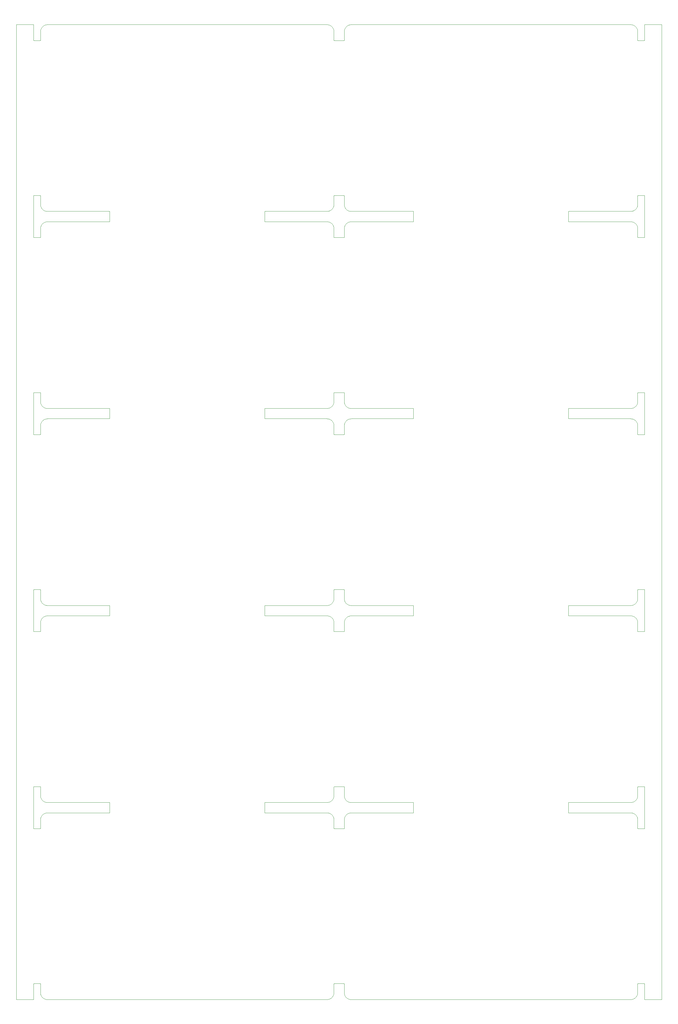
<source format=gbr>
%TF.GenerationSoftware,KiCad,Pcbnew,8.0.5+dfsg-1*%
%TF.CreationDate,2024-09-24T14:54:02+01:00*%
%TF.ProjectId,business card-generic-panel,62757369-6e65-4737-9320-636172642d67,rev?*%
%TF.SameCoordinates,Original*%
%TF.FileFunction,Profile,NP*%
%FSLAX46Y46*%
G04 Gerber Fmt 4.6, Leading zero omitted, Abs format (unit mm)*
G04 Created by KiCad (PCBNEW 8.0.5+dfsg-1) date 2024-09-24 14:54:02*
%MOMM*%
%LPD*%
G01*
G04 APERTURE LIST*
%TA.AperFunction,Profile*%
%ADD10C,0.100000*%
%TD*%
G04 APERTURE END LIST*
D10*
X146210778Y-20424393D02*
X146129838Y-20364958D01*
X234867041Y-78070161D02*
X234807606Y-77989221D01*
X145378272Y-302958118D02*
X145476091Y-302935419D01*
X237218914Y-253351896D02*
X237216315Y-253356001D01*
X145274444Y-77223272D02*
X145174830Y-77210585D01*
X145861729Y-191807132D02*
X145770482Y-191765206D01*
X237207353Y-196167484D02*
X237204003Y-196171003D01*
X233906900Y-245673042D02*
X234000154Y-245635792D01*
X152032620Y-191600000D02*
X152031379Y-191600015D01*
X61791272Y-78925555D02*
X61778585Y-79025169D01*
X151621727Y-134441881D02*
X151523908Y-134464580D01*
X215168331Y-245811690D02*
X215172672Y-245809505D01*
X237148526Y-69601071D02*
X237153313Y-69601902D01*
X61891004Y-187316346D02*
X61927061Y-187406613D01*
X234807606Y-130610778D02*
X234867041Y-130529838D01*
X145375791Y-20041371D02*
X145276948Y-20023655D01*
X150789201Y-249224409D02*
X150787238Y-249225928D01*
X234977246Y-192646966D02*
X234976042Y-192644796D01*
X235331012Y-69600000D02*
X237133987Y-69600000D01*
X59772787Y-24534351D02*
X59771263Y-24529738D01*
X81878212Y-191534351D02*
X81876463Y-191538885D01*
X215200473Y-134398928D02*
X215195686Y-134398097D01*
X145953033Y-131145246D02*
X145955203Y-131144042D01*
X235232000Y-253300987D02*
X235232000Y-250832633D01*
X235236263Y-24529738D02*
X235234967Y-24525054D01*
X235232000Y-241299012D02*
X235232119Y-241294142D01*
X62326371Y-77832959D02*
X62259052Y-77907471D01*
X147040025Y-241219482D02*
X147043998Y-241216684D01*
X235236263Y-184070261D02*
X235237787Y-184065648D01*
X61928060Y-244608940D02*
X61968642Y-244697264D01*
X146508963Y-187892509D02*
X146510580Y-187890626D01*
X235166790Y-187078519D02*
X235167413Y-187076116D01*
X237176327Y-81790494D02*
X237171885Y-81792463D01*
X61751315Y-138956001D02*
X61748517Y-138959974D01*
X170093527Y-131436195D02*
X170096517Y-131440025D01*
X147009505Y-138943327D02*
X147007536Y-138938885D01*
X234002482Y-131234793D02*
X234093729Y-131192867D01*
X215144996Y-74228996D02*
X215148515Y-74225646D01*
X151014305Y-302753237D02*
X151100461Y-302798241D01*
X126906472Y-134363804D02*
X126903482Y-134359974D01*
X61766928Y-298484473D02*
X61767522Y-298489296D01*
X63054028Y-131277874D02*
X63146004Y-131309313D01*
X147000119Y-126894142D02*
X147000477Y-126889296D01*
X146906409Y-301577480D02*
X146907152Y-301575112D01*
X235237787Y-298465648D02*
X235239536Y-298461114D01*
X59803195Y-81777527D02*
X59799515Y-81774353D01*
X149943327Y-253390494D02*
X149938885Y-253392463D01*
X146791752Y-78335996D02*
X146745258Y-78246989D01*
X237180668Y-196188309D02*
X237176327Y-196190494D01*
X150022543Y-244128353D02*
X150022919Y-244130807D01*
X59786482Y-24559974D02*
X59783684Y-24556001D01*
X62868483Y-73998253D02*
X62870712Y-73999346D01*
X235190118Y-250421727D02*
X235167419Y-250323908D01*
X235190628Y-244175791D02*
X235208344Y-244076948D01*
X81861527Y-188636195D02*
X81864517Y-188640025D01*
X150041876Y-250421752D02*
X150041376Y-250424183D01*
X215116000Y-248700987D02*
X215116000Y-245899012D01*
X151231821Y-77364217D02*
X151229540Y-77365196D01*
X234185010Y-20254741D02*
X234096003Y-20208247D01*
X150958215Y-20306925D02*
X150956108Y-20308238D01*
X150762607Y-245387357D02*
X150764570Y-245388876D01*
X59767119Y-241294142D02*
X59767477Y-241289296D01*
X215135482Y-245840025D02*
X215138472Y-245836195D01*
X151827663Y-191610331D02*
X151825194Y-191610582D01*
X170063668Y-188611690D02*
X170067896Y-188614085D01*
X126927998Y-77183315D02*
X126924025Y-77180517D01*
X59810998Y-298416684D02*
X59815103Y-298414085D01*
X59803195Y-253377527D02*
X59799515Y-253374353D01*
X150246774Y-244785716D02*
X150247978Y-244787886D01*
X150762607Y-302587357D02*
X150764570Y-302588876D01*
X145672525Y-77326077D02*
X145577504Y-77293598D01*
X126903482Y-191559974D02*
X126900684Y-191556001D01*
X235280103Y-241214085D02*
X235284331Y-241211690D01*
X59786482Y-253359974D02*
X59783684Y-253356001D01*
X235221668Y-136227663D02*
X235221417Y-136225194D01*
X146129817Y-77564943D02*
X146127780Y-77563525D01*
X61968653Y-187497287D02*
X61969746Y-187499516D01*
X81876463Y-191538885D02*
X81874494Y-191543327D01*
X147000000Y-298499012D02*
X147000119Y-298494142D01*
X149920313Y-253398097D02*
X149915526Y-253398928D01*
X147052331Y-24588309D02*
X147048103Y-24585914D01*
X61724001Y-298416684D02*
X61727974Y-298419482D01*
X234673628Y-73567040D02*
X234740947Y-73492528D01*
X62257402Y-135109392D02*
X62193944Y-135187218D01*
X61673857Y-298400119D02*
X61678703Y-298400477D01*
X61927071Y-130206636D02*
X61928050Y-130208917D01*
X237204003Y-126828996D02*
X237207353Y-126832515D01*
X81799526Y-77198928D02*
X81794703Y-77199522D01*
X59815103Y-69614085D02*
X59819331Y-69611690D01*
X145955203Y-249055957D02*
X145953033Y-249054753D01*
X61668987Y-196200000D02*
X59866012Y-196200000D01*
X235234967Y-253325054D02*
X235233902Y-253320313D01*
X149985914Y-24551896D02*
X149983315Y-24556001D01*
X215127690Y-248747668D02*
X215125505Y-248743327D01*
X215177114Y-77192463D02*
X215172672Y-77190494D01*
X237171885Y-241207536D02*
X237176327Y-241209505D01*
X149999522Y-298489296D02*
X149999880Y-298494142D01*
X234359780Y-302636474D02*
X234361817Y-302635056D01*
X61767880Y-196105857D02*
X61767522Y-196110703D01*
X126945114Y-74207536D02*
X126949648Y-74205787D01*
X150363511Y-78072240D02*
X150308252Y-78156087D01*
X59771263Y-24529738D02*
X59769967Y-24525054D01*
X234671900Y-245168858D02*
X234673610Y-245167059D01*
X150762607Y-73787357D02*
X150764570Y-73788876D01*
X147089296Y-184000477D02*
X147094142Y-184000119D01*
X61702351Y-126805787D02*
X61706885Y-126807536D01*
X150255957Y-78244796D02*
X150254753Y-78246966D01*
X235316473Y-24598928D02*
X235311686Y-24598097D01*
X145575087Y-191692840D02*
X145478543Y-191665215D01*
X146935419Y-129876091D02*
X146958118Y-129778272D01*
X147009505Y-24543327D02*
X147007536Y-24538885D01*
X235254472Y-196163804D02*
X235251482Y-196159974D01*
X237233000Y-196100987D02*
X237232880Y-196105857D01*
X237133987Y-126800000D02*
X237138857Y-126800119D01*
X146989414Y-250625169D02*
X146976727Y-250525555D01*
X61890133Y-244513995D02*
X61890995Y-244516323D01*
X234275891Y-191908238D02*
X234273784Y-191906925D01*
X146834793Y-21229517D02*
X146792867Y-21138270D01*
X59778690Y-81747668D02*
X59776505Y-81743327D01*
X145375791Y-77241371D02*
X145276948Y-77223655D01*
X170079804Y-191577527D02*
X170075974Y-191580517D01*
X147099012Y-241200000D02*
X149900987Y-241200000D01*
X170016987Y-77200000D02*
X152032633Y-77200000D01*
X237200484Y-126825646D02*
X237204003Y-126828996D01*
X62131511Y-20872240D02*
X62076252Y-20956087D01*
X146873913Y-21327450D02*
X146873051Y-21325122D01*
X215138472Y-134363804D02*
X215135482Y-134359974D01*
X149990494Y-138943327D02*
X149988309Y-138947668D01*
X235237787Y-184065648D02*
X235239536Y-184061114D01*
X234524509Y-20491036D02*
X234522626Y-20489419D01*
X215135482Y-131440025D02*
X215138472Y-131436195D01*
X237158054Y-184002967D02*
X237162738Y-184004263D01*
X235234967Y-24525054D02*
X235233902Y-24520313D01*
X59792646Y-81767484D02*
X59789472Y-81763804D01*
X237225463Y-138938885D02*
X237223494Y-138943327D01*
X150089935Y-187219602D02*
X150090678Y-187221970D01*
X147019482Y-69640025D02*
X147022472Y-69636195D01*
X150926197Y-73901372D02*
X150928304Y-73902685D01*
X81882097Y-77120313D02*
X81881032Y-77125054D01*
X81804313Y-134398097D02*
X81799526Y-134398928D01*
X59795996Y-298428996D02*
X59799515Y-298425646D01*
X62310641Y-302388627D02*
X62379372Y-302457358D01*
X61762212Y-196134351D02*
X61760463Y-196138885D01*
X149934351Y-81794212D02*
X149929738Y-81795736D01*
X147074945Y-138997032D02*
X147070261Y-138995736D01*
X235306945Y-196197032D02*
X235302261Y-196195736D01*
X170075974Y-191580517D02*
X170072001Y-191583315D01*
X215127690Y-77147668D02*
X215125505Y-77143327D01*
X63638063Y-188597505D02*
X63735866Y-188599983D01*
X150164207Y-78431845D02*
X150126957Y-78525099D01*
X59783684Y-184043998D02*
X59786482Y-184040025D01*
X150475733Y-73514666D02*
X150540896Y-73586791D01*
X170114097Y-134320313D02*
X170113032Y-134325054D01*
X61745527Y-298436195D02*
X61748517Y-298440025D01*
X147028996Y-298428996D02*
X147032515Y-298425646D01*
X147048103Y-184014085D02*
X147052331Y-184011690D01*
X235023752Y-192735996D02*
X234977258Y-192646989D01*
X237138857Y-126800119D02*
X237143703Y-126800477D01*
X235190118Y-78821727D02*
X235167419Y-78723908D01*
X151573490Y-74159928D02*
X151669167Y-74177076D01*
X150062559Y-129923700D02*
X150063182Y-129926103D01*
X237189001Y-138983315D02*
X237184896Y-138985914D01*
X215138472Y-77163804D02*
X215135482Y-77159974D01*
X147016684Y-69643998D02*
X147019482Y-69640025D01*
X150000000Y-136432633D02*
X150000000Y-138900987D01*
X151669192Y-74177080D02*
X151671646Y-74177456D01*
X146791752Y-192735996D02*
X146745258Y-192646989D01*
X59841945Y-126802967D02*
X59846686Y-126801902D01*
X233404310Y-77210329D02*
X233304182Y-77202704D01*
X147019482Y-241240025D02*
X147022472Y-241236195D01*
X61833209Y-250321480D02*
X61832586Y-250323883D01*
X215132684Y-131443998D02*
X215135482Y-131440025D01*
X237196804Y-138977527D02*
X237192974Y-138980517D01*
X126983012Y-188600000D02*
X144967366Y-188600000D01*
X149905857Y-196199880D02*
X149900987Y-196200000D01*
X233710519Y-134465209D02*
X233708116Y-134464586D01*
X235254472Y-81763804D02*
X235251482Y-81759974D01*
X170067896Y-245814085D02*
X170072001Y-245816684D01*
X61735484Y-253374353D02*
X61731804Y-253377527D01*
X62726215Y-77506925D02*
X62724108Y-77508238D01*
X146441610Y-20632940D02*
X146439900Y-20631141D01*
X147056672Y-184009505D02*
X147061114Y-184007536D01*
X150002495Y-72329961D02*
X150002621Y-72332440D01*
X237223494Y-196143327D02*
X237221309Y-196147668D01*
X151723051Y-191623655D02*
X151624208Y-191641371D01*
X170116000Y-134300987D02*
X170115880Y-134305857D01*
X62065314Y-244871695D02*
X62066627Y-244873802D01*
X151573490Y-131359928D02*
X151669167Y-131377076D01*
X235260996Y-184028996D02*
X235264515Y-184025646D01*
X147036195Y-184022472D02*
X147040025Y-184019482D01*
X234599040Y-77758371D02*
X234524528Y-77691052D01*
X215138472Y-248763804D02*
X215135482Y-248759974D01*
X234273763Y-134706912D02*
X234187225Y-134655970D01*
X126900684Y-134356001D02*
X126898085Y-134351896D01*
X147000477Y-184089296D02*
X147001071Y-184084473D01*
X215130085Y-134351896D02*
X215127690Y-134347668D01*
X150631123Y-192160116D02*
X150560116Y-192231123D01*
X215172672Y-74209505D02*
X215177114Y-74207536D01*
X170054885Y-248792463D02*
X170050351Y-248794212D01*
X150126077Y-192927474D02*
X150093598Y-193022495D01*
X235229424Y-186669652D02*
X235231983Y-186568633D01*
X235248684Y-24556001D02*
X235246085Y-24551896D01*
X237162738Y-184004263D02*
X237167351Y-184005787D01*
X61809371Y-21624208D02*
X61791655Y-21723051D01*
X59792646Y-138967484D02*
X59789472Y-138963804D01*
X147004263Y-138929738D02*
X147002967Y-138925054D01*
X235233902Y-184079686D02*
X235234967Y-184074945D01*
X151523883Y-77264586D02*
X151521480Y-77265209D01*
X59768071Y-24515526D02*
X59767477Y-24510703D01*
X62638161Y-20364958D02*
X62557221Y-20424393D01*
X151930322Y-191602576D02*
X151927842Y-191602702D01*
X59828114Y-138992463D02*
X59823672Y-138990494D01*
X146958623Y-78824183D02*
X146958123Y-78821752D01*
X146041763Y-20306912D02*
X145955225Y-20255970D01*
X234442798Y-188175590D02*
X234444761Y-188174071D01*
X170113032Y-77125054D02*
X170111736Y-77129738D01*
X61735484Y-81774353D02*
X61731804Y-81777527D01*
X149910703Y-24599522D02*
X149905857Y-24599880D01*
X147000000Y-129367366D02*
X147000000Y-126899012D01*
X126973296Y-188600477D02*
X126978142Y-188600119D01*
X62903996Y-134608247D02*
X62814989Y-134654741D01*
X61688313Y-24598097D02*
X61683526Y-24598928D01*
X151825169Y-77210585D02*
X151725555Y-77223272D01*
X234187225Y-73944029D02*
X234273763Y-73893087D01*
X150165196Y-21229540D02*
X150164217Y-21231821D01*
X151014305Y-245553237D02*
X151100461Y-245598241D01*
X81789857Y-74200119D02*
X81794703Y-74200477D01*
X61763736Y-196129738D02*
X61762212Y-196134351D01*
X235221417Y-243974805D02*
X235221668Y-243972336D01*
X233807087Y-20092840D02*
X233710543Y-20065215D01*
X145476091Y-191664580D02*
X145378272Y-191641881D01*
X61969758Y-301899538D02*
X62014762Y-301985694D01*
X233508923Y-20023651D02*
X233506469Y-20023275D01*
X151969133Y-131400000D02*
X170016987Y-131400000D01*
X149992463Y-253338885D02*
X149990494Y-253343327D01*
X151044774Y-134655970D02*
X150958236Y-134706912D01*
X237228736Y-69670261D02*
X237230032Y-69674945D01*
X215116119Y-74294142D02*
X215116477Y-74289296D01*
X145770459Y-134565196D02*
X145768178Y-134564217D01*
X237231928Y-138915526D02*
X237231097Y-138920313D01*
X151286028Y-74077874D02*
X151378004Y-74109313D01*
X61770495Y-243929961D02*
X61770621Y-243932440D01*
X61739003Y-138971003D02*
X61735484Y-138974353D01*
X170087003Y-188628996D02*
X170090353Y-188632515D01*
X147001902Y-24520313D02*
X147001071Y-24515526D01*
X81789857Y-134399880D02*
X81784987Y-134400000D01*
X235067792Y-72968154D02*
X235105042Y-72874900D01*
X237221309Y-253347668D02*
X237218914Y-253351896D01*
X149947668Y-69611690D02*
X149951896Y-69614085D01*
X145770459Y-77365196D02*
X145768178Y-77364217D01*
X147079686Y-126801902D02*
X147084473Y-126801071D01*
X151046966Y-134654753D02*
X151044796Y-134655957D01*
X146792856Y-192738247D02*
X146791763Y-192736018D01*
X61790923Y-244130832D02*
X61808071Y-244226509D01*
X234275912Y-302691747D02*
X234359759Y-302636488D01*
X151476324Y-188537446D02*
X151571009Y-188559418D01*
X146745258Y-130353010D02*
X146791752Y-130264003D01*
X234002459Y-20165196D02*
X234000178Y-20164217D01*
X152032620Y-248800000D02*
X152031379Y-248800015D01*
X215210142Y-248799880D02*
X215205296Y-248799522D01*
X150160060Y-73008940D02*
X150200642Y-73097264D01*
X61894948Y-78525122D02*
X61894086Y-78527450D01*
X147007536Y-24538885D02*
X147005787Y-24534351D01*
X145274469Y-131376724D02*
X145276923Y-131376348D01*
X62475471Y-192091052D02*
X62400959Y-192158371D01*
X237148526Y-253398928D02*
X237143703Y-253399522D01*
X63538613Y-131389996D02*
X63635533Y-131397377D01*
X233506444Y-77223272D02*
X233406830Y-77210585D01*
X81882097Y-191520313D02*
X81881032Y-191525054D01*
X126900684Y-188643998D02*
X126903482Y-188640025D01*
X235264515Y-81774353D02*
X235260996Y-81771003D01*
X170079804Y-245822472D02*
X170083484Y-245825646D01*
X63095450Y-248926086D02*
X63093122Y-248926948D01*
X59846686Y-253398097D02*
X59841945Y-253397032D01*
X147032515Y-69625646D02*
X147036195Y-69622472D01*
X81809054Y-248797032D02*
X81804313Y-248798097D01*
X237153313Y-184001902D02*
X237158054Y-184002967D01*
X233807087Y-134492840D02*
X233710543Y-134465215D01*
X215125505Y-134343327D02*
X215123536Y-134338885D01*
X145069652Y-77202575D02*
X144968633Y-77200016D01*
X146976724Y-136125530D02*
X146976348Y-136123076D01*
X81883522Y-77110703D02*
X81882928Y-77115526D01*
X234925074Y-192558215D02*
X234923761Y-192556108D01*
X59767000Y-298499012D02*
X59767119Y-298494142D01*
X126949648Y-131405787D02*
X126954261Y-131404263D01*
X59769967Y-126874945D02*
X59771263Y-126870261D01*
X126895690Y-248747668D02*
X126893505Y-248743327D01*
X235232477Y-196110703D02*
X235232119Y-196105857D01*
X149994212Y-196134351D02*
X149992463Y-196138885D01*
X151723051Y-20023655D02*
X151624208Y-20041371D01*
X61727974Y-81780517D02*
X61724001Y-81783315D01*
X233708116Y-302935413D02*
X233710519Y-302934790D01*
X150123004Y-130116346D02*
X150159061Y-130206613D01*
X234444761Y-192025928D02*
X234442798Y-192024409D01*
X147036195Y-24577527D02*
X147032515Y-24574353D01*
X146043891Y-20308238D02*
X146041784Y-20306925D01*
X63491051Y-134423655D02*
X63392208Y-134441371D01*
X215138472Y-191563804D02*
X215135482Y-191559974D01*
X235293114Y-253392463D02*
X235288672Y-253390494D01*
X237162738Y-196195736D02*
X237158054Y-196197032D01*
X126909646Y-77167484D02*
X126906472Y-77163804D01*
X237218914Y-138951896D02*
X237216315Y-138956001D01*
X81851484Y-248774353D02*
X81847804Y-248777527D01*
X150010259Y-72431906D02*
X150022540Y-72528328D01*
X170087003Y-131428996D02*
X170090353Y-131432515D01*
X147014085Y-81751896D02*
X147011690Y-81747668D01*
X235239536Y-81738885D02*
X235237787Y-81734351D01*
X126932103Y-248785914D02*
X126927998Y-248783315D01*
X63190495Y-134493598D02*
X63095474Y-134526077D01*
X62023957Y-135444796D02*
X62022753Y-135446966D01*
X59771263Y-184070261D02*
X59772787Y-184065648D01*
X147074945Y-196197032D02*
X147070261Y-196195736D01*
X235241505Y-24543327D02*
X235239536Y-24538885D01*
X145575112Y-188507152D02*
X145577480Y-188506409D01*
X59841945Y-253397032D02*
X59837261Y-253395736D01*
X150002495Y-301129961D02*
X150002621Y-301132440D01*
X150041876Y-78821752D02*
X150041376Y-78824183D01*
X150022923Y-244130832D02*
X150040071Y-244226509D01*
X63190495Y-20093598D02*
X63095474Y-20126077D01*
X233200633Y-131399983D02*
X233301652Y-131397424D01*
X59778690Y-24547668D02*
X59776505Y-24543327D01*
X126949648Y-191594212D02*
X126945114Y-191592463D01*
X126932103Y-131414085D02*
X126936331Y-131411690D01*
X63291883Y-77264586D02*
X63289480Y-77265209D01*
X61767880Y-298494142D02*
X61768000Y-298499012D01*
X146127759Y-191963511D02*
X146043912Y-191908252D01*
X215148515Y-248774353D02*
X215144996Y-248771003D01*
X59799515Y-126825646D02*
X59803195Y-126822472D01*
X215127690Y-191547668D02*
X215125505Y-191543327D01*
X145955203Y-134655957D02*
X145953033Y-134654753D01*
X237176327Y-241209505D02*
X237180668Y-241211690D01*
X147002967Y-253325054D02*
X147001902Y-253320313D01*
X149915526Y-138998928D02*
X149910703Y-138999522D01*
X146835792Y-130168154D02*
X146873042Y-130074900D01*
X151870063Y-188597505D02*
X151967866Y-188599983D01*
X215127690Y-134347668D02*
X215125505Y-134343327D01*
X170045738Y-134395736D02*
X170041054Y-134397032D01*
X234359759Y-134763511D02*
X234275912Y-134708252D01*
X59767119Y-24505857D02*
X59767000Y-24500987D01*
X61763736Y-184070261D02*
X61765032Y-184074945D01*
X151573490Y-302959928D02*
X151669167Y-302977076D01*
X61724001Y-69616684D02*
X61727974Y-69619482D01*
X150474100Y-302312764D02*
X150475717Y-302314647D01*
X150122133Y-244513995D02*
X150122995Y-244516323D01*
X147009505Y-298456672D02*
X147011690Y-298452331D01*
X59856296Y-24599522D02*
X59851473Y-24598928D01*
X237213517Y-241240025D02*
X237216315Y-241243998D01*
X149967484Y-69625646D02*
X149971003Y-69628996D01*
X62066640Y-302073823D02*
X62120130Y-302154983D01*
X61809371Y-136024208D02*
X61791655Y-136123051D01*
X146834793Y-192829517D02*
X146792867Y-192738270D01*
X62453352Y-188124282D02*
X62455235Y-188125899D01*
X147000000Y-196100987D02*
X147000000Y-193632633D01*
X146292509Y-20491036D02*
X146290626Y-20489419D01*
X235254472Y-184036195D02*
X235257646Y-184032515D01*
X61760463Y-184061114D02*
X61762212Y-184065648D01*
X145953033Y-302745246D02*
X145955203Y-302744042D01*
X61770575Y-21930347D02*
X61768016Y-22031366D01*
X150787218Y-77625944D02*
X150709392Y-77689402D01*
X149998928Y-196115526D02*
X149998097Y-196120313D01*
X170110212Y-134334351D02*
X170108463Y-134338885D01*
X59789472Y-24563804D02*
X59786482Y-24559974D01*
X151138247Y-249007143D02*
X151136018Y-249008236D01*
X61678703Y-184000477D02*
X61683526Y-184001071D01*
X233304157Y-248802702D02*
X233301677Y-248802576D01*
X215120263Y-74270261D02*
X215121787Y-74265648D01*
X146043891Y-191908238D02*
X146041784Y-191906925D01*
X62610958Y-73846437D02*
X62612995Y-73847855D01*
X145072157Y-248802702D02*
X145069677Y-248802576D01*
X151571034Y-131359423D02*
X151573465Y-131359923D01*
X170101914Y-245848103D02*
X170104309Y-245852331D01*
X145770459Y-248965196D02*
X145768178Y-248964217D01*
X81840001Y-245816684D02*
X81843974Y-245819482D01*
X145770482Y-302834793D02*
X145861729Y-302792867D01*
X62121576Y-187757062D02*
X62179108Y-187835409D01*
X61808076Y-72626534D02*
X61808576Y-72628965D01*
X63289456Y-248865215D02*
X63192912Y-248892840D01*
X126909646Y-134367484D02*
X126906472Y-134363804D01*
X146907152Y-250224887D02*
X146906409Y-250222519D01*
X59772787Y-298465648D02*
X59774536Y-298461114D01*
X170108463Y-74261114D02*
X170110212Y-74265648D01*
X145861752Y-302792856D02*
X145863981Y-302791763D01*
X146745246Y-135446966D02*
X146744042Y-135444796D01*
X149983315Y-138956001D02*
X149980517Y-138959974D01*
X146367040Y-249358371D02*
X146292528Y-249291052D01*
X146127759Y-249163511D02*
X146043912Y-249108252D01*
X126978142Y-188600119D02*
X126983012Y-188600000D01*
X61932207Y-192831845D02*
X61894957Y-192925099D01*
X234000154Y-20164207D02*
X233906900Y-20126957D01*
X170083484Y-245825646D02*
X170087003Y-245828996D01*
X147099012Y-298400000D02*
X149900987Y-298400000D01*
X150010259Y-186831906D02*
X150022540Y-186928328D01*
X146999999Y-193632620D02*
X146999984Y-193631379D01*
X170116000Y-245899012D02*
X170116000Y-248700987D01*
X145174830Y-131389414D02*
X145274444Y-131376727D01*
X62243733Y-302314666D02*
X62308896Y-302386791D01*
X170093527Y-74236195D02*
X170096517Y-74240025D01*
X59767477Y-298489296D02*
X59768071Y-298484473D01*
X237228736Y-298470261D02*
X237230032Y-298474945D01*
X170016987Y-131400000D02*
X170021857Y-131400119D01*
X150928326Y-188302698D02*
X151012091Y-188352008D01*
X146510580Y-135109373D02*
X146508963Y-135107490D01*
X235257646Y-126832515D02*
X235260996Y-126828996D01*
X149934351Y-69605787D02*
X149938885Y-69607536D01*
X215123536Y-77138885D02*
X215121787Y-77134351D01*
X149994212Y-298465648D02*
X149995736Y-298470261D01*
X145672549Y-188473913D02*
X145674877Y-188473051D01*
X235232119Y-81705857D02*
X235232000Y-81700987D01*
X149910703Y-126800477D02*
X149915526Y-126801071D01*
X215117902Y-248720313D02*
X215117071Y-248715526D01*
X62400940Y-77758389D02*
X62399141Y-77760099D01*
X62959082Y-188439949D02*
X62961363Y-188440928D01*
X234740963Y-302292509D02*
X234742580Y-302290626D01*
X126945114Y-77192463D02*
X126940672Y-77190494D01*
X235264515Y-69625646D02*
X235268195Y-69622472D01*
X149943327Y-69609505D02*
X149947668Y-69611690D01*
X237228736Y-241270261D02*
X237230032Y-241274945D01*
X61683526Y-241201071D02*
X61688313Y-241201902D01*
X170110212Y-74265648D02*
X170111736Y-74270261D01*
X149997032Y-184074945D02*
X149998097Y-184079686D01*
X145768178Y-302835782D02*
X145770459Y-302834803D01*
X237210527Y-24563804D02*
X237207353Y-24567484D01*
X61830559Y-301523700D02*
X61831182Y-301526103D01*
X215172672Y-191590494D02*
X215168331Y-191588309D01*
X62530607Y-130987357D02*
X62532570Y-130988876D01*
X235243690Y-126852331D02*
X235246085Y-126848103D01*
X81878212Y-77134351D02*
X81876463Y-77138885D01*
X146691747Y-78156087D02*
X146636488Y-78072240D01*
X61668987Y-253400000D02*
X59866012Y-253400000D01*
X215144996Y-191571003D02*
X215141646Y-191567484D01*
X62379390Y-245257376D02*
X62381190Y-245259086D01*
X146873922Y-301672525D02*
X146906401Y-301577504D01*
X237143703Y-196199522D02*
X237138857Y-196199880D01*
X215215012Y-245800000D02*
X233199366Y-245800000D01*
X126885071Y-74284473D02*
X126885902Y-74279686D01*
X61727974Y-253380517D02*
X61724001Y-253383315D01*
X150022543Y-129728353D02*
X150022919Y-129730807D01*
X235246085Y-69648103D02*
X235248684Y-69643998D01*
X235232477Y-24510703D02*
X235232119Y-24505857D01*
X61693054Y-24597032D02*
X61688313Y-24598097D01*
X150491036Y-192307490D02*
X150489419Y-192309373D01*
X61756309Y-126852331D02*
X61758494Y-126856672D01*
X147000000Y-24500987D02*
X147000000Y-22032633D01*
X150040076Y-72626534D02*
X150040576Y-72628965D01*
X150010005Y-301229411D02*
X150010256Y-301231881D01*
X234524528Y-188108947D02*
X234599040Y-188041628D01*
X235280103Y-184014085D02*
X235284331Y-184011690D01*
X126884477Y-245889296D02*
X126885071Y-245884473D01*
X237232522Y-253310703D02*
X237231928Y-253315526D01*
X146043912Y-302691747D02*
X146127759Y-302636488D01*
X150611390Y-130857376D02*
X150613190Y-130859086D01*
X215144996Y-134371003D02*
X215141646Y-134367484D01*
X237213517Y-298440025D02*
X237216315Y-298443998D01*
X146989414Y-136225169D02*
X146976727Y-136125555D01*
X170054885Y-134392463D02*
X170050351Y-134394212D01*
X150958215Y-134706925D02*
X150956108Y-134708238D01*
X151825169Y-134410585D02*
X151725555Y-134423272D01*
X237184896Y-253385914D02*
X237180668Y-253388309D01*
X146744042Y-73155203D02*
X146745246Y-73153033D01*
X233906900Y-188473042D02*
X234000154Y-188435792D01*
X235231983Y-22031366D02*
X235229424Y-21930347D01*
X149994212Y-24534351D02*
X149992463Y-24538885D01*
X146999983Y-22031366D02*
X146997424Y-21930347D01*
X234673610Y-192232940D02*
X234671900Y-192231141D01*
X63595663Y-77210331D02*
X63593194Y-77210582D01*
X147016684Y-184043998D02*
X147019482Y-184040025D01*
X151283676Y-74077004D02*
X151286004Y-74077866D01*
X63244324Y-131337446D02*
X63339009Y-131359418D01*
X235297648Y-253394212D02*
X235293114Y-253392463D01*
X235208344Y-78923051D02*
X235190628Y-78824208D01*
X233406805Y-134410582D02*
X233404336Y-134410331D01*
X146997423Y-193530322D02*
X146997297Y-193527842D01*
X126884119Y-248705857D02*
X126884000Y-248700987D01*
X150000015Y-250831379D02*
X150000000Y-250832620D01*
X146935413Y-21523883D02*
X146934790Y-21521480D01*
X61724001Y-138983315D02*
X61719896Y-138985914D01*
X146873042Y-78525099D02*
X146835792Y-78431845D01*
X237228736Y-81729738D02*
X237227212Y-81734351D01*
X235190623Y-250424183D02*
X235190123Y-250421752D01*
X81883880Y-245894142D02*
X81884000Y-245899012D01*
X145378272Y-131358118D02*
X145476091Y-131335419D01*
X63437192Y-188577080D02*
X63439646Y-188577456D01*
X149977527Y-81763804D02*
X149974353Y-81767484D01*
X81851484Y-191574353D02*
X81847804Y-191577527D01*
X235166784Y-78721456D02*
X235139159Y-78624912D01*
X237176327Y-138990494D02*
X237171885Y-138992463D01*
X151870063Y-74197505D02*
X151967866Y-74199983D01*
X147079686Y-196198097D02*
X147074945Y-196197032D01*
X126891536Y-188661114D02*
X126893505Y-188656672D01*
X234093729Y-20207132D02*
X234002482Y-20165206D01*
X61766928Y-241284473D02*
X61767522Y-241289296D01*
X147070261Y-298404263D02*
X147074945Y-298402967D01*
X59810998Y-81783315D02*
X59807025Y-81780517D01*
X149994212Y-69665648D02*
X149995736Y-69670261D01*
X81818351Y-134394212D02*
X81813738Y-134395736D01*
X146976348Y-244076923D02*
X146976724Y-244074469D01*
X149988309Y-298452331D02*
X149990494Y-298456672D01*
X235239536Y-298461114D02*
X235241505Y-298456672D01*
X145672549Y-74073913D02*
X145674877Y-74073051D01*
X126884000Y-134300987D02*
X126884000Y-131499012D01*
X237162738Y-69604263D02*
X237167351Y-69605787D01*
X146574071Y-187812761D02*
X146575590Y-187810798D01*
X234185033Y-188345246D02*
X234187203Y-188344042D01*
X62023957Y-78244796D02*
X62022753Y-78246966D01*
X150424393Y-249589221D02*
X150364958Y-249670161D01*
X215215012Y-134400000D02*
X215210142Y-134399880D01*
X61745527Y-184036195D02*
X61748517Y-184040025D01*
X147009505Y-184056672D02*
X147011690Y-184052331D01*
X215172672Y-245809505D02*
X215177114Y-245807536D01*
X235024856Y-78338247D02*
X235023763Y-78336018D01*
X234673628Y-187967040D02*
X234740947Y-187892528D01*
X81881032Y-77125054D02*
X81879736Y-77129738D01*
X59767119Y-138905857D02*
X59767000Y-138900987D01*
X150092840Y-21424912D02*
X150065215Y-21521456D01*
X63735879Y-131399984D02*
X63737120Y-131399999D01*
X150000016Y-72232133D02*
X150002494Y-72329936D01*
X149997032Y-298474945D02*
X149998097Y-298479686D01*
X147061114Y-138992463D02*
X147056672Y-138990494D01*
X235306945Y-138997032D02*
X235302261Y-138995736D01*
X59841945Y-184002967D02*
X59846686Y-184001902D01*
X63192887Y-20092847D02*
X63190519Y-20093590D01*
X147025646Y-253367484D02*
X147022472Y-253363804D01*
X81882097Y-248720313D02*
X81881032Y-248725054D01*
X61763736Y-253329738D02*
X61762212Y-253334351D01*
X61833209Y-135921480D02*
X61832586Y-135923883D01*
X81831668Y-74211690D02*
X81835896Y-74214085D01*
X235166790Y-72678519D02*
X235167413Y-72676116D01*
X81799526Y-188601071D02*
X81804313Y-188601902D01*
X63595663Y-20010331D02*
X63593194Y-20010582D01*
X146212761Y-134825928D02*
X146210798Y-134824409D01*
X235284331Y-241211690D02*
X235288672Y-241209505D01*
X170063668Y-248788309D02*
X170059327Y-248790494D01*
X151523883Y-20064586D02*
X151521480Y-20065209D01*
X237231928Y-69684473D02*
X237232522Y-69689296D01*
X146129838Y-245435041D02*
X146210778Y-245375606D01*
X170021857Y-131400119D02*
X170026703Y-131400477D01*
X145478519Y-20065209D02*
X145476116Y-20064586D01*
X234093752Y-73992856D02*
X234095981Y-73991763D01*
X215190945Y-131402967D02*
X215195686Y-131401902D01*
X81883880Y-191505857D02*
X81883522Y-191510703D01*
X234095981Y-191808236D02*
X234093752Y-191807143D01*
X61753914Y-196151896D02*
X61751315Y-196156001D01*
X150709373Y-134889419D02*
X150707490Y-134891036D01*
X215205296Y-248799522D02*
X215200473Y-248798928D01*
X170031526Y-248798928D02*
X170026703Y-248799522D01*
X146997297Y-186672157D02*
X146997423Y-186669677D01*
X235288672Y-69609505D02*
X235293114Y-69607536D01*
X146635056Y-187729817D02*
X146636474Y-187727780D01*
X62192393Y-77989221D02*
X62132958Y-78070161D01*
X149959974Y-126819482D02*
X149963804Y-126822472D01*
X81818351Y-131405787D02*
X81822885Y-131407536D01*
X215200473Y-77198928D02*
X215195686Y-77198097D01*
X150023272Y-78925555D02*
X150010585Y-79025169D01*
X150298640Y-130473823D02*
X150352130Y-130554983D01*
X145575112Y-302907152D02*
X145577480Y-302906409D01*
X151012113Y-131152021D02*
X151014283Y-131153225D01*
X150613208Y-188059103D02*
X150685333Y-188124266D01*
X59767477Y-81710703D02*
X59767119Y-81705857D01*
X147070261Y-138995736D02*
X147065648Y-138994212D01*
X62022741Y-192646989D02*
X61976247Y-192735996D01*
X62180658Y-73437412D02*
X62242084Y-73512744D01*
X61678703Y-24599522D02*
X61673857Y-24599880D01*
X145861729Y-20207132D02*
X145770482Y-20165206D01*
X234275891Y-20308238D02*
X234273784Y-20306925D01*
X146958623Y-193224183D02*
X146958123Y-193221752D01*
X215164103Y-191585914D02*
X215159998Y-191583315D01*
X235208344Y-250523051D02*
X235190628Y-250424208D01*
X233807087Y-191692840D02*
X233710543Y-191665215D01*
X235138409Y-301577480D02*
X235139152Y-301575112D01*
X63148421Y-131310071D02*
X63241872Y-131336811D01*
X237233000Y-138900987D02*
X237232880Y-138905857D01*
X237153313Y-298401902D02*
X237158054Y-298402967D01*
X61857935Y-187219602D02*
X61858678Y-187221970D01*
X150489402Y-192309392D02*
X150425944Y-192387218D01*
X237180668Y-253388309D02*
X237176327Y-253390494D01*
X145674900Y-131273042D02*
X145768154Y-131235792D01*
X237232522Y-81710703D02*
X237231928Y-81715526D01*
X61831188Y-72726127D02*
X61857928Y-72819578D01*
X150126077Y-135727474D02*
X150093598Y-135822495D01*
X147004263Y-253329738D02*
X147002967Y-253325054D01*
X59776505Y-69656672D02*
X59778690Y-69652331D01*
X170050351Y-248794212D02*
X170045738Y-248795736D01*
X150764590Y-302588891D02*
X150842937Y-302646423D01*
X234740963Y-130692509D02*
X234742580Y-130690626D01*
X234673628Y-245167040D02*
X234740947Y-245092528D01*
X59781085Y-184048103D02*
X59783684Y-184043998D01*
X59810998Y-69616684D02*
X59815103Y-69614085D01*
X147001071Y-241284473D02*
X147001902Y-241279686D01*
X149974353Y-24567484D02*
X149971003Y-24571003D01*
X235231999Y-250832620D02*
X235231984Y-250831379D01*
X234522626Y-302510580D02*
X234524509Y-302508963D01*
X151523883Y-134464586D02*
X151521480Y-134465209D01*
X215156025Y-77180517D02*
X215152195Y-77177527D01*
X237233000Y-24500987D02*
X237232880Y-24505857D01*
X150160060Y-301808940D02*
X150200642Y-301897264D01*
X235254472Y-253363804D02*
X235251482Y-253359974D01*
X170021857Y-74200119D02*
X170026703Y-74200477D01*
X235190623Y-193224183D02*
X235190123Y-193221752D01*
X149938885Y-241207536D02*
X149943327Y-241209505D01*
X149929738Y-241204263D02*
X149934351Y-241205787D01*
X81813738Y-245804263D02*
X81818351Y-245805787D01*
X150298640Y-187673823D02*
X150352130Y-187754983D01*
X147000119Y-69694142D02*
X147000477Y-69689296D01*
X126945114Y-188607536D02*
X126949648Y-188605787D01*
X145172310Y-20010329D02*
X145072182Y-20002704D01*
X233809480Y-248893590D02*
X233807112Y-248892847D01*
X237231928Y-126884473D02*
X237232522Y-126889296D01*
X149980517Y-184040025D02*
X149983315Y-184043998D01*
X61809876Y-21621752D02*
X61809376Y-21624183D01*
X146292509Y-249291036D02*
X146290626Y-249289419D01*
X234868474Y-78072219D02*
X234867056Y-78070182D01*
X81847804Y-248777527D02*
X81843974Y-248780517D01*
X147079686Y-69601902D02*
X147084473Y-69601071D01*
X146958118Y-136021727D02*
X146935419Y-135923908D01*
X237184896Y-184014085D02*
X237189001Y-184016684D01*
X237225463Y-69661114D02*
X237227212Y-69665648D01*
X81878212Y-248734351D02*
X81876463Y-248738885D01*
X151827663Y-134410331D02*
X151825194Y-134410582D01*
X215116119Y-134305857D02*
X215116000Y-134300987D01*
X237216315Y-81756001D02*
X237213517Y-81759974D01*
X235234967Y-298474945D02*
X235236263Y-298470261D01*
X151621727Y-248841881D02*
X151523908Y-248864580D01*
X215141646Y-248767484D02*
X215138472Y-248763804D01*
X61697738Y-126804263D02*
X61702351Y-126805787D01*
X145861729Y-77407132D02*
X145770482Y-77365206D01*
X61739003Y-253371003D02*
X61735484Y-253374353D01*
X170090353Y-134367484D02*
X170087003Y-134371003D01*
X146745258Y-73153010D02*
X146791752Y-73064003D01*
X170093527Y-134363804D02*
X170090353Y-134367484D01*
X150200653Y-73097287D02*
X150201746Y-73099516D01*
X61808581Y-72628990D02*
X61830553Y-72723675D01*
X149947668Y-126811690D02*
X149951896Y-126814085D01*
X149905857Y-241200119D02*
X149910703Y-241200477D01*
X145674877Y-248926948D02*
X145672549Y-248926086D01*
X234868474Y-249672219D02*
X234867056Y-249670182D01*
X59866012Y-126800000D02*
X61668987Y-126800000D01*
X237162738Y-138995736D02*
X237158054Y-138997032D01*
X59769967Y-138925054D02*
X59768902Y-138920313D01*
X237225463Y-184061114D02*
X237227212Y-184065648D01*
X215195686Y-131401902D02*
X215200473Y-131401071D01*
X59832648Y-126805787D02*
X59837261Y-126804263D01*
X151422495Y-20093598D02*
X151327474Y-20126077D01*
X149998097Y-126879686D02*
X149998928Y-126884473D01*
X150000016Y-243832133D02*
X150002494Y-243929936D01*
X126924025Y-248780517D02*
X126920195Y-248777527D01*
X235239536Y-241261114D02*
X235241505Y-241256672D01*
X215117902Y-131479686D02*
X215118967Y-131474945D01*
X149977527Y-184036195D02*
X149980517Y-184040025D01*
X62399123Y-134960116D02*
X62328116Y-135031123D01*
X81883522Y-131489296D02*
X81883880Y-131494142D01*
X61735484Y-138974353D02*
X61731804Y-138977527D01*
X150165196Y-78429540D02*
X150164217Y-78431821D01*
X146835792Y-244568154D02*
X146873042Y-244474900D01*
X61858686Y-130021995D02*
X61890125Y-130113971D01*
X63799366Y-191600016D02*
X63698347Y-191602575D01*
X215172672Y-134390494D02*
X215168331Y-134388309D01*
X237218914Y-24551896D02*
X237216315Y-24556001D01*
X150123004Y-301716346D02*
X150159061Y-301806613D01*
X147019482Y-126840025D02*
X147022472Y-126836195D01*
X150842958Y-302646437D02*
X150844995Y-302647855D01*
X59828114Y-298407536D02*
X59832648Y-298405787D01*
X237218914Y-196151896D02*
X237216315Y-196156001D01*
X215164103Y-74214085D02*
X215168331Y-74211690D01*
X145378247Y-191641876D02*
X145375816Y-191641376D01*
X235066793Y-135629517D02*
X235024867Y-135538270D01*
X62455255Y-73725915D02*
X62530587Y-73787341D01*
X81827327Y-188609505D02*
X81831668Y-188611690D01*
X234599059Y-302441610D02*
X234600858Y-302439900D01*
X234806071Y-187812761D02*
X234807590Y-187810798D01*
X126978142Y-131400119D02*
X126983012Y-131400000D01*
X59771263Y-253329738D02*
X59769967Y-253325054D01*
X146290607Y-20489402D02*
X146212781Y-20425944D01*
X81861527Y-77163804D02*
X81858353Y-77167484D01*
X151671671Y-131377459D02*
X151768093Y-131389740D01*
X63339034Y-131359423D02*
X63341465Y-131359923D01*
X235232000Y-126899012D02*
X235232119Y-126894142D01*
X126888263Y-134329738D02*
X126886967Y-134325054D01*
X63698322Y-134402576D02*
X63695842Y-134402702D01*
X147099012Y-139000000D02*
X147094142Y-138999880D01*
X59851473Y-241201071D02*
X59856296Y-241200477D01*
X61727974Y-184019482D02*
X61731804Y-184022472D01*
X149920313Y-126801902D02*
X149925054Y-126802967D01*
X146439883Y-135031123D02*
X146368876Y-134960116D01*
X149951896Y-126814085D02*
X149956001Y-126816684D01*
X146691761Y-130443891D02*
X146693074Y-130441784D01*
X237233000Y-241299012D02*
X237233000Y-253300987D01*
X149915526Y-24598928D02*
X149910703Y-24599522D01*
X62610958Y-302646437D02*
X62612995Y-302647855D01*
X151725530Y-77223275D02*
X151723076Y-77223651D01*
X215141646Y-131432515D02*
X215144996Y-131428996D01*
X145768154Y-134564207D02*
X145674900Y-134526957D01*
X61767880Y-253305857D02*
X61767522Y-253310703D01*
X126963686Y-74201902D02*
X126968473Y-74201071D01*
X147079686Y-253398097D02*
X147074945Y-253397032D01*
X234977246Y-249846966D02*
X234976042Y-249844796D01*
X61791651Y-193323076D02*
X61791275Y-193325530D01*
X59856296Y-241200477D02*
X59861142Y-241200119D01*
X145276948Y-302976344D02*
X145375791Y-302958628D01*
X151100483Y-245598253D02*
X151102712Y-245599346D01*
X62076238Y-20956108D02*
X62074925Y-20958215D01*
X62696326Y-302702698D02*
X62780091Y-302752008D01*
X62381208Y-302459103D02*
X62453333Y-302524266D01*
X62399123Y-20560116D02*
X62328116Y-20631123D01*
X61790923Y-129730832D02*
X61808071Y-129826509D01*
X146976344Y-136123051D02*
X146958628Y-136024208D01*
X59823672Y-196190494D02*
X59819331Y-196188309D01*
X150010259Y-244031906D02*
X150022540Y-244128328D01*
X61731804Y-298422472D02*
X61735484Y-298425646D01*
X146368858Y-192160099D02*
X146367059Y-192158389D01*
X235284331Y-196188309D02*
X235280103Y-196185914D01*
X149980517Y-253359974D02*
X149977527Y-253363804D01*
X144968620Y-248800015D02*
X144967379Y-248800000D01*
X61767522Y-196110703D02*
X61766928Y-196115526D01*
X126903482Y-74240025D02*
X126906472Y-74236195D01*
X234444761Y-77625928D02*
X234442798Y-77624409D01*
X147040025Y-298419482D02*
X147043998Y-298416684D01*
X151521456Y-248865215D02*
X151424912Y-248892840D01*
X61724001Y-24583315D02*
X61719896Y-24585914D01*
X150352144Y-302155004D02*
X150353562Y-302157041D01*
X81847804Y-77177527D02*
X81843974Y-77180517D01*
X63439671Y-188577459D02*
X63536093Y-188589740D01*
X59786482Y-184040025D02*
X59789472Y-184036195D01*
X81858353Y-248767484D02*
X81855003Y-248771003D01*
X151138247Y-134607143D02*
X151136018Y-134608236D01*
X149951896Y-241214085D02*
X149956001Y-241216684D01*
X233809480Y-134493590D02*
X233807112Y-134492847D01*
X149994212Y-241265648D02*
X149995736Y-241270261D01*
X59767000Y-253300987D02*
X59767000Y-241299012D01*
X149990494Y-126856672D02*
X149992463Y-126861114D01*
X126898085Y-131448103D02*
X126900684Y-131443998D01*
X61727974Y-69619482D02*
X61731804Y-69622472D01*
X61751315Y-196156001D02*
X61748517Y-196159974D01*
X237227212Y-69665648D02*
X237228736Y-69670261D01*
X235316473Y-126801071D02*
X235321296Y-126800477D01*
X170114097Y-191520313D02*
X170113032Y-191525054D01*
X145276948Y-245776344D02*
X145375791Y-245758628D01*
X237230032Y-196125054D02*
X237228736Y-196129738D01*
X237200484Y-241225646D02*
X237204003Y-241228996D01*
X149910703Y-298400477D02*
X149915526Y-298401071D01*
X59772787Y-126865648D02*
X59774536Y-126861114D01*
X151102735Y-188399357D02*
X151191059Y-188439939D01*
X215168331Y-131411690D02*
X215172672Y-131409505D01*
X61763736Y-126870261D02*
X61765032Y-126874945D01*
X147084473Y-253398928D02*
X147079686Y-253398097D01*
X59803195Y-196177527D02*
X59799515Y-196174353D01*
X146210798Y-73775590D02*
X146212761Y-73774071D01*
X62022741Y-249846989D02*
X61976247Y-249935996D01*
X235331012Y-126800000D02*
X237133987Y-126800000D01*
X237207353Y-81767484D02*
X237204003Y-81771003D01*
X235264515Y-196174353D02*
X235260996Y-196171003D01*
X59768902Y-81720313D02*
X59768071Y-81715526D01*
X145861752Y-245592856D02*
X145863981Y-245591763D01*
X170108463Y-131461114D02*
X170110212Y-131465648D01*
X170113032Y-134325054D02*
X170111736Y-134329738D01*
X234867056Y-302129817D02*
X234868474Y-302127780D01*
X61767522Y-184089296D02*
X61767880Y-184094142D01*
X61724001Y-81783315D02*
X61719896Y-81785914D01*
X149943327Y-138990494D02*
X149938885Y-138992463D01*
X59803195Y-138977527D02*
X59799515Y-138974353D01*
X146745246Y-192646966D02*
X146744042Y-192644796D01*
X149980517Y-126840025D02*
X149983315Y-126843998D01*
X59799515Y-81774353D02*
X59795996Y-81771003D01*
X149915526Y-298401071D02*
X149920313Y-298401902D01*
X149959974Y-253380517D02*
X149956001Y-253383315D01*
X151135996Y-134608247D02*
X151046989Y-134654741D01*
X235023763Y-187463981D02*
X235024856Y-187461752D01*
X59841945Y-81797032D02*
X59837261Y-81795736D01*
X59767477Y-69689296D02*
X59768071Y-69684473D01*
X235067792Y-244568154D02*
X235105042Y-244474900D01*
X61831188Y-129926127D02*
X61857928Y-130019578D01*
X150122133Y-130113995D02*
X150122995Y-130116323D01*
X61860840Y-250224912D02*
X61833215Y-250321456D01*
X146989668Y-193427663D02*
X146989417Y-193425194D01*
X146835782Y-78431821D02*
X146834803Y-78429540D01*
X237232880Y-196105857D02*
X237232522Y-196110703D01*
X170079804Y-248777527D02*
X170075974Y-248780517D01*
X237133987Y-298400000D02*
X237138857Y-298400119D01*
X233199366Y-134400000D02*
X215215012Y-134400000D01*
X126884477Y-248710703D02*
X126884119Y-248705857D01*
X126968473Y-191598928D02*
X126963686Y-191598097D01*
X59778690Y-69652331D02*
X59781085Y-69648103D01*
X145276923Y-20023651D02*
X145274469Y-20023275D01*
X61808581Y-187028990D02*
X61830553Y-187123675D01*
X61770495Y-129529961D02*
X61770621Y-129532440D01*
X63339034Y-188559423D02*
X63341465Y-188559923D01*
X61790543Y-301328353D02*
X61790919Y-301330807D01*
X215210142Y-191599880D02*
X215205296Y-191599522D01*
X61791272Y-250525555D02*
X61778585Y-250625169D01*
X146441610Y-249432940D02*
X146439900Y-249431141D01*
X234522626Y-188110580D02*
X234524509Y-188108963D01*
X215156025Y-188619482D02*
X215159998Y-188616684D01*
X215148515Y-191574353D02*
X215144996Y-191571003D01*
X81872309Y-131452331D02*
X81874494Y-131456672D01*
X147011690Y-69652331D02*
X147014085Y-69648103D01*
X146367040Y-134958371D02*
X146292528Y-134891052D01*
X237227212Y-81734351D02*
X237225463Y-81738885D01*
X150093590Y-78622519D02*
X150092847Y-78624887D01*
X59786482Y-81759974D02*
X59783684Y-81756001D01*
X237227212Y-253334351D02*
X237225463Y-253338885D01*
X145861752Y-131192856D02*
X145863981Y-131191763D01*
X145672549Y-302873913D02*
X145674877Y-302873051D01*
X147099012Y-253400000D02*
X147094142Y-253399880D01*
X81789857Y-191599880D02*
X81784987Y-191600000D01*
X145072182Y-302997295D02*
X145172310Y-302989670D01*
X237213517Y-81759974D02*
X237210527Y-81763804D01*
X61727974Y-24580517D02*
X61724001Y-24583315D01*
X146636474Y-20872219D02*
X146635056Y-20870182D01*
X170114928Y-248715526D02*
X170114097Y-248720313D01*
X235232000Y-184099012D02*
X235232119Y-184094142D01*
X235208348Y-186876923D02*
X235208724Y-186874469D01*
X150246774Y-73185716D02*
X150247978Y-73187886D01*
X59828114Y-69607536D02*
X59832648Y-69605787D01*
X215159998Y-191583315D02*
X215156025Y-191580517D01*
X234923747Y-249756087D02*
X234868488Y-249672240D01*
X235243690Y-253347668D02*
X235241505Y-253343327D01*
X145172336Y-302989668D02*
X145174805Y-302989417D01*
X146508947Y-192307471D02*
X146441628Y-192232959D01*
X149997032Y-24525054D02*
X149995736Y-24529738D01*
X170111736Y-77129738D02*
X170110212Y-77134351D01*
X150000000Y-253300987D02*
X149999880Y-253305857D01*
X61768000Y-69699012D02*
X61768000Y-72230866D01*
X235233071Y-184084473D02*
X235233902Y-184079686D01*
X126924025Y-74219482D02*
X126927998Y-74216684D01*
X145072182Y-188597295D02*
X145172310Y-188589670D01*
X63491051Y-77223655D02*
X63392208Y-77241371D01*
X146997423Y-79130322D02*
X146997297Y-79127842D01*
X237232880Y-184094142D02*
X237233000Y-184099012D01*
X62694197Y-245501372D02*
X62696304Y-245502685D01*
X234522607Y-192089402D02*
X234444781Y-192025944D01*
X215205296Y-74200477D02*
X215210142Y-74200119D01*
X146439900Y-130768858D02*
X146441610Y-130767059D01*
X62242100Y-130712764D02*
X62243717Y-130714647D01*
X150489402Y-135109392D02*
X150425944Y-135187218D01*
X149990494Y-81743327D02*
X149988309Y-81747668D01*
X150255957Y-249844796D02*
X150254753Y-249846966D01*
X147000477Y-253310703D02*
X147000119Y-253305857D01*
X81818351Y-248794212D02*
X81813738Y-248795736D01*
X146873913Y-192927450D02*
X146873051Y-192925122D01*
X59781085Y-253351896D02*
X59778690Y-253347668D01*
X59769967Y-69674945D02*
X59771263Y-69670261D01*
X145863981Y-20208236D02*
X145861752Y-20207143D01*
X235139152Y-193024887D02*
X235138409Y-193022519D01*
X145174805Y-248810582D02*
X145172336Y-248810331D01*
X126963686Y-245801902D02*
X126968473Y-245801071D01*
X145274444Y-191623272D02*
X145174830Y-191610585D01*
X149947668Y-138988309D02*
X149943327Y-138990494D01*
X149998097Y-196120313D02*
X149997032Y-196125054D01*
X149900987Y-253400000D02*
X147099012Y-253400000D01*
X150364943Y-135270182D02*
X150363525Y-135272219D01*
X145674900Y-74073042D02*
X145768154Y-74035792D01*
X234273784Y-188293074D02*
X234275891Y-188291761D01*
X146691761Y-302043891D02*
X146693074Y-302041784D01*
X170111736Y-74270261D02*
X170113032Y-74274945D01*
X61719896Y-81785914D02*
X61715668Y-81788309D01*
X63392183Y-20041376D02*
X63389752Y-20041876D01*
X146989417Y-129574805D02*
X146989668Y-129572336D01*
X215168331Y-74211690D02*
X215172672Y-74209505D01*
X150474100Y-245112764D02*
X150475717Y-245114647D01*
X61765032Y-138925054D02*
X61763736Y-138929738D01*
X63800620Y-248800000D02*
X63799379Y-248800015D01*
X81818351Y-245805787D02*
X81822885Y-245807536D01*
X61932207Y-78431845D02*
X61894957Y-78525099D01*
X61765032Y-81725054D02*
X61763736Y-81729738D01*
X61719896Y-138985914D02*
X61715668Y-138988309D01*
X63635559Y-74197378D02*
X63638038Y-74197504D01*
X235248684Y-196156001D02*
X235246085Y-196151896D01*
X237180668Y-126811690D02*
X237184896Y-126814085D01*
X237196804Y-81777527D02*
X237192974Y-81780517D01*
X59799515Y-253374353D02*
X59795996Y-253371003D01*
X81784987Y-191600000D02*
X63800633Y-191600000D01*
X62076238Y-135356108D02*
X62074925Y-135358215D01*
X150364943Y-192470182D02*
X150363525Y-192472219D01*
X147014085Y-298448103D02*
X147016684Y-298443998D01*
X59799515Y-196174353D02*
X59795996Y-196171003D01*
X150201758Y-130299538D02*
X150246762Y-130385694D01*
X235231999Y-79232620D02*
X235231984Y-79231379D01*
X234442778Y-134824393D02*
X234361838Y-134764958D01*
X150870161Y-134764958D02*
X150789221Y-134824393D01*
X237221309Y-184052331D02*
X237223494Y-184056672D01*
X61711327Y-138990494D02*
X61706885Y-138992463D01*
X146834803Y-130170459D02*
X146835782Y-130168178D01*
X59828114Y-81792463D02*
X59823672Y-81790494D01*
X170083484Y-134374353D02*
X170079804Y-134377527D01*
X62906247Y-20207143D02*
X62904018Y-20208236D01*
X234522607Y-77689402D02*
X234444781Y-77625944D01*
X234977258Y-187553010D02*
X235023752Y-187464003D01*
X59776505Y-241256672D02*
X59778690Y-241252331D01*
X235208344Y-136123051D02*
X235190628Y-136024208D01*
X62023957Y-21044796D02*
X62022753Y-21046966D01*
X145174830Y-74189414D02*
X145274444Y-74176727D01*
X237189001Y-253383315D02*
X237184896Y-253385914D01*
X215205296Y-188600477D02*
X215210142Y-188600119D01*
X149977527Y-196163804D02*
X149974353Y-196167484D01*
X61762212Y-184065648D02*
X61763736Y-184070261D01*
X61768000Y-243830879D02*
X61768015Y-243832120D01*
X145172336Y-131389668D02*
X145174805Y-131389417D01*
X63635559Y-188597378D02*
X63638038Y-188597504D01*
X63244324Y-245737446D02*
X63339009Y-245759418D01*
X81881032Y-131474945D02*
X81882097Y-131479686D01*
X150685352Y-302524282D02*
X150687235Y-302525899D01*
X146693074Y-249758215D02*
X146691761Y-249756108D01*
X149967484Y-184025646D02*
X149971003Y-184028996D01*
X151191082Y-302839949D02*
X151193363Y-302840928D01*
X150090686Y-72821995D02*
X150122125Y-72913971D01*
X149956001Y-138983315D02*
X149951896Y-138985914D01*
X235105051Y-187274877D02*
X235105913Y-187272549D01*
X233304182Y-245797295D02*
X233404310Y-245789670D01*
X149998928Y-81715526D02*
X149998097Y-81720313D01*
X150308238Y-135356108D02*
X150306925Y-135358215D01*
X145672525Y-134526077D02*
X145577504Y-134493598D01*
X235139159Y-301575087D02*
X235166784Y-301478543D01*
X146989670Y-301172310D02*
X146997295Y-301072182D01*
X234359759Y-77563511D02*
X234275912Y-77508252D01*
X151624183Y-20041376D02*
X151621752Y-20041876D01*
X151422495Y-191693598D02*
X151327474Y-191726077D01*
X126884477Y-131489296D02*
X126885071Y-131484473D01*
X235302261Y-298404263D02*
X235306945Y-298402967D01*
X145768178Y-131235782D02*
X145770459Y-131234803D01*
X81831668Y-191588309D02*
X81827327Y-191590494D01*
X215121787Y-131465648D02*
X215123536Y-131461114D01*
X170099315Y-191556001D02*
X170096517Y-191559974D01*
X170114097Y-77120313D02*
X170113032Y-77125054D01*
X150022923Y-129730832D02*
X150040071Y-129826509D01*
X59783684Y-81756001D02*
X59781085Y-81751896D01*
X146999984Y-300968620D02*
X146999999Y-300967379D01*
X234925074Y-135358215D02*
X234923761Y-135356108D01*
X126920195Y-248777527D02*
X126916515Y-248774353D01*
X234867041Y-20870161D02*
X234807606Y-20789221D01*
X146935419Y-301476091D02*
X146958118Y-301378272D01*
X150489402Y-77909392D02*
X150425944Y-77987218D01*
X150247991Y-301987908D02*
X150297301Y-302071673D01*
X233904525Y-191726077D02*
X233809504Y-191693598D01*
X146441628Y-187967040D02*
X146508947Y-187892528D01*
X126978142Y-74200119D02*
X126983012Y-74200000D01*
X234742580Y-192309373D02*
X234740963Y-192307490D01*
X215127690Y-131452331D02*
X215130085Y-131448103D01*
X145378247Y-77241876D02*
X145375816Y-77241376D01*
X146127780Y-73836474D02*
X146129817Y-73835056D01*
X144967366Y-77200000D02*
X126983012Y-77200000D01*
X126884000Y-188699012D02*
X126884119Y-188694142D01*
X62381208Y-73659103D02*
X62453333Y-73724266D01*
X149990494Y-24543327D02*
X149988309Y-24547668D01*
X81809054Y-188602967D02*
X81813738Y-188604263D01*
X235331012Y-184000000D02*
X237133987Y-184000000D01*
X233807087Y-77292840D02*
X233710543Y-77265215D01*
X150926197Y-245501372D02*
X150928304Y-245502685D01*
X170113032Y-188674945D02*
X170114097Y-188679686D01*
X147094142Y-184000119D02*
X147099012Y-184000000D01*
X146367059Y-130841610D02*
X146368858Y-130839900D01*
X62532590Y-73788891D02*
X62610937Y-73846423D01*
X150306912Y-192558236D02*
X150255970Y-192644774D01*
X59768902Y-126879686D02*
X59769967Y-126874945D01*
X62326371Y-20632959D02*
X62259052Y-20707471D01*
X81872309Y-248747668D02*
X81869914Y-248751896D01*
X235316473Y-69601071D02*
X235321296Y-69600477D01*
X62014774Y-301985716D02*
X62015978Y-301987886D01*
X234868488Y-302127759D02*
X234923747Y-302043912D01*
X151327450Y-77326086D02*
X151325122Y-77326948D01*
X62638161Y-77564958D02*
X62557221Y-77624393D01*
X235239536Y-126861114D02*
X235241505Y-126856672D01*
X150040076Y-187026534D02*
X150040576Y-187028965D01*
X126940672Y-77190494D02*
X126936331Y-77188309D01*
X62400940Y-20558389D02*
X62399141Y-20560099D01*
X61778582Y-79025194D02*
X61778331Y-79027663D01*
X62455255Y-130925915D02*
X62530587Y-130987341D01*
X237148526Y-184001071D02*
X237153313Y-184001902D01*
X146212781Y-188174055D02*
X146290607Y-188110597D01*
X170111736Y-131470261D02*
X170113032Y-131474945D01*
X150787218Y-20425944D02*
X150709392Y-20489402D01*
X215200473Y-131401071D02*
X215205296Y-131400477D01*
X235254472Y-241236195D02*
X235257646Y-241232515D01*
X63341490Y-74159928D02*
X63437167Y-74177076D01*
X215159998Y-188616684D02*
X215164103Y-188614085D01*
X151573490Y-245759928D02*
X151669167Y-245777076D01*
X61976236Y-249936018D02*
X61975143Y-249938247D01*
X170111736Y-248729738D02*
X170110212Y-248734351D01*
X146041784Y-302693074D02*
X146043891Y-302691761D01*
X235293114Y-81792463D02*
X235288672Y-81790494D01*
X59837261Y-24595736D02*
X59832648Y-24594212D01*
X61768015Y-193631379D02*
X61768000Y-193632620D01*
X81869914Y-188648103D02*
X81872309Y-188652331D01*
X233906900Y-74073042D02*
X234000154Y-74035792D01*
X61809371Y-78824208D02*
X61791655Y-78923051D01*
X59769967Y-196125054D02*
X59768902Y-196120313D01*
X59781085Y-138951896D02*
X59778690Y-138947668D01*
X59819331Y-24588309D02*
X59815103Y-24585914D01*
X151193386Y-245640938D02*
X151283653Y-245676995D01*
X237228736Y-253329738D02*
X237227212Y-253334351D01*
X235221417Y-129574805D02*
X235221668Y-129572336D01*
X61778329Y-250627689D02*
X61770704Y-250727817D01*
X146439883Y-77831123D02*
X146368876Y-77760116D01*
X234185033Y-245545246D02*
X234187203Y-245544042D01*
X145955203Y-191855957D02*
X145953033Y-191854753D01*
X59856296Y-126800477D02*
X59861142Y-126800119D01*
X59807025Y-196180517D02*
X59803195Y-196177527D01*
X63437192Y-245777080D02*
X63439646Y-245777456D01*
X215164103Y-245814085D02*
X215168331Y-245811690D01*
X237143703Y-81799522D02*
X237138857Y-81799880D01*
X170106494Y-188656672D02*
X170108463Y-188661114D01*
X59767119Y-81705857D02*
X59767000Y-81700987D01*
X235233071Y-69684473D02*
X235233902Y-69679686D01*
X62959082Y-245639949D02*
X62961363Y-245640928D01*
X215181648Y-191594212D02*
X215177114Y-191592463D01*
X237234227Y-303000000D02*
X242231772Y-303000000D01*
X146976724Y-21725530D02*
X146976348Y-21723076D01*
X234673610Y-20632940D02*
X234671900Y-20631141D01*
X146744029Y-192644774D02*
X146693087Y-192558236D01*
X215190945Y-134397032D02*
X215186261Y-134395736D01*
X150956087Y-134708252D02*
X150872240Y-134763511D01*
X150002575Y-79130347D02*
X150000016Y-79231366D01*
X170016987Y-74200000D02*
X170021857Y-74200119D01*
X149963804Y-138977527D02*
X149959974Y-138980517D01*
X126940672Y-191590494D02*
X126936331Y-191588309D01*
X237138857Y-184000119D02*
X237143703Y-184000477D01*
X126906472Y-188636195D02*
X126909646Y-188632515D01*
X237216315Y-126843998D02*
X237218914Y-126848103D01*
X126973296Y-77199522D02*
X126968473Y-77198928D01*
X215121787Y-134334351D02*
X215120263Y-134329738D01*
X234273763Y-191906912D02*
X234187225Y-191855970D01*
X237207353Y-184032515D02*
X237210527Y-184036195D01*
X150789201Y-134824409D02*
X150787238Y-134825928D01*
X149998097Y-81720313D02*
X149997032Y-81725054D01*
X145274444Y-134423272D02*
X145174830Y-134410585D01*
X170063668Y-134388309D02*
X170059327Y-134390494D01*
X126916515Y-131425646D02*
X126920195Y-131422472D01*
X235288672Y-126809505D02*
X235293114Y-126807536D01*
X146212761Y-20425928D02*
X146210798Y-20424409D01*
X235208348Y-301276923D02*
X235208724Y-301274469D01*
X61742353Y-241232515D02*
X61745527Y-241236195D01*
X235293114Y-241207536D02*
X235297648Y-241205787D01*
X61766928Y-81715526D02*
X61766097Y-81720313D01*
X149985914Y-253351896D02*
X149983315Y-253356001D01*
X61770575Y-250730347D02*
X61768016Y-250831366D01*
X233809480Y-191693590D02*
X233807112Y-191692847D01*
X62065314Y-130471695D02*
X62066627Y-130473802D01*
X146635041Y-249670161D02*
X146575606Y-249589221D01*
X150200653Y-130297287D02*
X150201746Y-130299516D01*
X62014774Y-244785716D02*
X62015978Y-244787886D01*
X149977527Y-241236195D02*
X149980517Y-241240025D01*
X235138401Y-78622495D02*
X235105922Y-78527474D01*
X235248684Y-184043998D02*
X235251482Y-184040025D01*
X126949648Y-248794212D02*
X126945114Y-248792463D01*
X145672525Y-248926077D02*
X145577504Y-248893598D01*
X147001902Y-298479686D02*
X147002967Y-298474945D01*
X150246774Y-130385716D02*
X150247978Y-130387886D01*
X233404310Y-191610329D02*
X233304182Y-191602704D01*
X235239536Y-253338885D02*
X235237787Y-253334351D01*
X234275912Y-245491747D02*
X234359759Y-245436488D01*
X146693087Y-73241763D02*
X146744029Y-73155225D01*
X235316473Y-253398928D02*
X235311686Y-253398097D01*
X126893505Y-245856672D02*
X126895690Y-245852331D01*
X146508947Y-77907471D02*
X146441628Y-77832959D01*
X150707471Y-249291052D02*
X150632959Y-249358371D01*
X126884000Y-248700987D02*
X126884000Y-245899012D01*
X146510597Y-73490607D02*
X146574055Y-73412781D01*
X147065648Y-69605787D02*
X147070261Y-69604263D01*
X215141646Y-77167484D02*
X215138472Y-77163804D01*
X61760463Y-24538885D02*
X61758494Y-24543327D01*
X81789857Y-245800119D02*
X81794703Y-245800477D01*
X215164103Y-188614085D02*
X215168331Y-188611690D01*
X61706885Y-138992463D02*
X61702351Y-138994212D01*
X234671900Y-187968858D02*
X234673610Y-187967059D01*
X62120144Y-130555004D02*
X62121562Y-130557041D01*
X147061114Y-298407536D02*
X147065648Y-298405787D01*
X233710543Y-188534784D02*
X233807087Y-188507159D01*
X144968633Y-302999983D02*
X145069652Y-302997424D01*
X150010259Y-129631906D02*
X150022540Y-129728328D01*
X81884000Y-131499012D02*
X81884000Y-134300987D01*
X81809054Y-191597032D02*
X81804313Y-191598097D01*
X215117071Y-191515526D02*
X215116477Y-191510703D01*
X150126077Y-250127474D02*
X150093598Y-250222495D01*
X170083484Y-248774353D02*
X170079804Y-248777527D01*
X233607791Y-134441371D02*
X233508948Y-134423655D01*
X61731804Y-81777527D02*
X61727974Y-81780517D01*
X59846686Y-196198097D02*
X59841945Y-196197032D01*
X233200633Y-74199983D02*
X233301652Y-74197424D01*
X146210798Y-188175590D02*
X146212761Y-188174071D01*
X215159998Y-134383315D02*
X215156025Y-134380517D01*
X215117071Y-77115526D02*
X215116477Y-77110703D01*
X215164103Y-77185914D02*
X215159998Y-77183315D01*
X59774536Y-196138885D02*
X59772787Y-196134351D01*
X144967366Y-134400000D02*
X126983012Y-134400000D01*
X151424887Y-191692847D02*
X151422519Y-191693590D01*
X146441610Y-135032940D02*
X146439900Y-135031141D01*
X151723051Y-134423655D02*
X151624208Y-134441371D01*
X63437192Y-131377080D02*
X63439646Y-131377456D01*
X234095981Y-20208236D02*
X234093752Y-20207143D01*
X215177114Y-74207536D02*
X215181648Y-74205787D01*
X233906877Y-191726948D02*
X233904549Y-191726086D01*
X145770459Y-191765196D02*
X145768178Y-191764217D01*
X234361838Y-73835041D02*
X234442778Y-73775606D01*
X145072157Y-134402702D02*
X145069677Y-134402576D01*
X235321296Y-253399522D02*
X235316473Y-253398928D01*
X61770575Y-193530347D02*
X61768016Y-193631366D01*
X150707471Y-134891052D02*
X150632959Y-134958371D01*
X145375816Y-188558623D02*
X145378247Y-188558123D01*
X61748517Y-69640025D02*
X61751315Y-69643998D01*
X235139152Y-250224887D02*
X235138409Y-250222519D01*
X146439900Y-73568858D02*
X146441610Y-73567059D01*
X215130085Y-188648103D02*
X215132684Y-188643998D01*
X146367059Y-245241610D02*
X146368858Y-245239900D01*
X215195686Y-188601902D02*
X215200473Y-188601071D01*
X147000000Y-241299012D02*
X147000119Y-241294142D01*
X233708091Y-134464580D02*
X233610272Y-134441881D01*
X59768902Y-69679686D02*
X59769967Y-69674945D01*
X170113032Y-248725054D02*
X170111736Y-248729738D01*
X237192974Y-126819482D02*
X237196804Y-126822472D01*
X215130085Y-245848103D02*
X215132684Y-245843998D01*
X81883522Y-188689296D02*
X81883880Y-188694142D01*
X233404336Y-74189668D02*
X233406805Y-74189417D01*
X150062559Y-244323700D02*
X150063182Y-244326103D01*
X150558371Y-249432959D02*
X150491052Y-249507471D01*
X63735879Y-245799984D02*
X63737120Y-245799999D01*
X234925087Y-130441763D02*
X234976029Y-130355225D01*
X235023763Y-130263981D02*
X235024856Y-130261752D01*
X234187203Y-134655957D02*
X234185033Y-134654753D01*
X149995736Y-298470261D02*
X149997032Y-298474945D01*
X150002622Y-243932466D02*
X150010003Y-244029386D01*
X62120144Y-244955004D02*
X62121562Y-244957041D01*
X150247991Y-187587908D02*
X150297301Y-187671673D01*
X234923747Y-78156087D02*
X234868488Y-78072240D01*
X61693054Y-298402967D02*
X61697738Y-298404263D01*
X61932207Y-135631845D02*
X61894957Y-135725099D01*
X233906877Y-134526948D02*
X233904549Y-134526086D01*
X61894948Y-192925122D02*
X61894086Y-192927450D01*
X146873051Y-72874877D02*
X146873913Y-72872549D01*
X234807606Y-73410778D02*
X234867041Y-73329838D01*
X235190123Y-72578247D02*
X235190623Y-72575816D01*
X59792646Y-253367484D02*
X59789472Y-253363804D01*
X149988309Y-184052331D02*
X149990494Y-184056672D01*
X234275912Y-188291747D02*
X234359759Y-188236488D01*
X147001071Y-126884473D02*
X147001902Y-126879686D01*
X234925074Y-20958215D02*
X234923761Y-20956108D01*
X59851473Y-298401071D02*
X59856296Y-298400477D01*
X215195686Y-74201902D02*
X215200473Y-74201071D01*
X150123004Y-72916346D02*
X150159061Y-73006613D01*
X61933196Y-78429540D02*
X61932217Y-78431821D01*
X170116000Y-188699012D02*
X170116000Y-191500987D01*
X234361817Y-77564943D02*
X234359780Y-77563525D01*
X61731804Y-138977527D02*
X61727974Y-138980517D01*
X63244324Y-302937446D02*
X63339009Y-302959418D01*
X237232522Y-138910703D02*
X237231928Y-138915526D01*
X237218914Y-69648103D02*
X237221309Y-69652331D01*
X235260996Y-81771003D02*
X235257646Y-81767484D01*
X81843974Y-134380517D02*
X81840001Y-134383315D01*
X170016987Y-191600000D02*
X152032633Y-191600000D01*
X61758494Y-184056672D02*
X61760463Y-184061114D01*
X62022741Y-21046989D02*
X61976247Y-21135996D01*
X62557201Y-192024409D02*
X62555238Y-192025928D01*
X81835896Y-74214085D02*
X81840001Y-74216684D01*
X149995736Y-138929738D02*
X149994212Y-138934351D01*
X146368876Y-188039883D02*
X146439883Y-187968876D01*
X146127759Y-134763511D02*
X146043912Y-134708252D01*
X234599040Y-249358371D02*
X234524528Y-249291052D01*
X63192887Y-248892847D02*
X63190519Y-248893590D01*
X235275998Y-298416684D02*
X235280103Y-298414085D01*
X170113032Y-191525054D02*
X170111736Y-191529738D01*
X151969133Y-245800000D02*
X170016987Y-245800000D01*
X81864517Y-248759974D02*
X81861527Y-248763804D01*
X62453352Y-73724282D02*
X62455235Y-73725899D01*
X234599059Y-188041610D02*
X234600858Y-188039900D01*
X62076238Y-78156108D02*
X62074925Y-78158215D01*
X146976348Y-186876923D02*
X146976724Y-186874469D01*
X146906401Y-135822495D02*
X146873922Y-135727474D01*
X233610247Y-134441876D02*
X233607816Y-134441376D01*
X235243690Y-69652331D02*
X235246085Y-69648103D01*
X145274469Y-245776724D02*
X145276923Y-245776348D01*
X144967379Y-245799999D02*
X144968620Y-245799984D01*
X147052331Y-298411690D02*
X147056672Y-298409505D01*
X149915526Y-196198928D02*
X149910703Y-196199522D01*
X215117902Y-77120313D02*
X215117071Y-77115526D01*
X170090353Y-74232515D02*
X170093527Y-74236195D01*
X235272025Y-196180517D02*
X235268195Y-196177527D01*
X81878212Y-134334351D02*
X81876463Y-134338885D01*
X237158054Y-81797032D02*
X237153313Y-81798097D01*
X235272025Y-298419482D02*
X235275998Y-298416684D01*
X170114097Y-248720313D02*
X170113032Y-248725054D01*
X126898085Y-77151896D02*
X126895690Y-77147668D01*
X147040025Y-69619482D02*
X147043998Y-69616684D01*
X147007536Y-184061114D02*
X147009505Y-184056672D01*
X62310641Y-187988627D02*
X62379372Y-188057358D01*
X61753914Y-69648103D02*
X61756309Y-69652331D01*
X61767880Y-138905857D02*
X61767522Y-138910703D01*
X61831188Y-187126127D02*
X61857928Y-187219578D01*
X147089296Y-126800477D02*
X147094142Y-126800119D01*
X61766097Y-253320313D02*
X61765032Y-253325054D01*
X235066803Y-244570459D02*
X235067782Y-244568178D01*
X150491036Y-135107490D02*
X150489419Y-135109373D01*
X235257646Y-196167484D02*
X235254472Y-196163804D01*
X126973296Y-74200477D02*
X126978142Y-74200119D01*
X235284331Y-81788309D02*
X235280103Y-81785914D01*
X61731804Y-184022472D02*
X61735484Y-184025646D01*
X237230032Y-298474945D02*
X237231097Y-298479686D01*
X170093527Y-248763804D02*
X170090353Y-248767484D01*
X146744042Y-130355203D02*
X146745246Y-130353033D01*
X61731804Y-69622472D02*
X61735484Y-69625646D01*
X215215012Y-77200000D02*
X215210142Y-77199880D01*
X150297314Y-302071695D02*
X150298627Y-302073802D01*
X234524528Y-245308947D02*
X234599040Y-245241628D01*
X61778005Y-301229411D02*
X61778256Y-301231881D01*
X61894077Y-192927474D02*
X61861598Y-193022495D01*
X126891536Y-77138885D02*
X126889787Y-77134351D01*
X215148515Y-245825646D02*
X215152195Y-245822472D01*
X147074945Y-69602967D02*
X147079686Y-69601902D01*
X150207132Y-192738270D02*
X150165206Y-192829517D01*
X146997295Y-250727817D02*
X146989670Y-250627689D01*
X61739003Y-126828996D02*
X61742353Y-126832515D01*
X126973296Y-248799522D02*
X126968473Y-248798928D01*
X145174805Y-20010582D02*
X145172336Y-20010331D01*
X149910703Y-184000477D02*
X149915526Y-184001071D01*
X233607791Y-248841371D02*
X233508948Y-248823655D01*
X61932207Y-250031845D02*
X61894957Y-250125099D01*
X81867315Y-191556001D02*
X81864517Y-191559974D01*
X145955203Y-20255957D02*
X145953033Y-20254753D01*
X62555218Y-20425944D02*
X62477392Y-20489402D01*
X126958945Y-245802967D02*
X126963686Y-245801902D01*
X149943327Y-24590494D02*
X149938885Y-24592463D01*
X150540913Y-73586809D02*
X150542623Y-73588609D01*
X147048103Y-196185914D02*
X147043998Y-196183315D01*
X149971003Y-184028996D02*
X149974353Y-184032515D01*
X170101914Y-134351896D02*
X170099315Y-134356001D01*
X150540913Y-130786809D02*
X150542623Y-130788609D01*
X61791651Y-250523076D02*
X61791275Y-250525530D01*
X146368858Y-20560099D02*
X146367059Y-20558389D01*
X235275998Y-24583315D02*
X235272025Y-24580517D01*
X151867559Y-131397378D02*
X151870038Y-131397504D01*
X215117071Y-134315526D02*
X215116477Y-134310703D01*
X233301652Y-20002575D02*
X233200633Y-20000016D01*
X62259036Y-192307490D02*
X62257419Y-192309373D01*
X61683526Y-138998928D02*
X61678703Y-138999522D01*
X215186261Y-131404263D02*
X215190945Y-131402967D01*
X215152195Y-188622472D02*
X215156025Y-188619482D01*
X170104309Y-191547668D02*
X170101914Y-191551896D01*
X62694197Y-302701372D02*
X62696304Y-302702685D01*
X215121787Y-245865648D02*
X215123536Y-245861114D01*
X235232000Y-24500987D02*
X235232000Y-22032633D01*
X146997295Y-136327817D02*
X146989670Y-136227689D01*
X147065648Y-138994212D02*
X147061114Y-138992463D01*
X151378029Y-74109321D02*
X151380397Y-74110064D01*
X126893505Y-131456672D02*
X126895690Y-131452331D01*
X145863981Y-77408236D02*
X145861752Y-77407143D01*
X81855003Y-134371003D02*
X81851484Y-134374353D01*
X146290626Y-130910580D02*
X146292509Y-130908963D01*
X150632940Y-134958389D02*
X150631141Y-134960099D01*
X150425928Y-77987238D02*
X150424409Y-77989201D01*
X62532590Y-245388891D02*
X62610937Y-245446423D01*
X233200620Y-134400015D02*
X233199379Y-134400000D01*
X150200653Y-301897287D02*
X150201746Y-301899516D01*
X234976029Y-21044774D02*
X234925087Y-20958236D01*
X235221414Y-250625169D02*
X235208727Y-250525555D01*
X149915526Y-69601071D02*
X149920313Y-69601902D01*
X235268195Y-298422472D02*
X235272025Y-298419482D01*
X149920313Y-69601902D02*
X149925054Y-69602967D01*
X81872309Y-74252331D02*
X81874494Y-74256672D01*
X149956001Y-253383315D02*
X149951896Y-253385914D01*
X62132943Y-192470182D02*
X62131525Y-192472219D01*
X150002622Y-186732466D02*
X150010003Y-186829386D01*
X146935419Y-72676091D02*
X146958118Y-72578272D01*
X61778005Y-186829411D02*
X61778256Y-186831881D01*
X235139152Y-78624887D02*
X235138409Y-78622519D01*
X59767477Y-138910703D02*
X59767119Y-138905857D01*
X215200473Y-188601071D02*
X215205296Y-188600477D01*
X235257646Y-24567484D02*
X235254472Y-24563804D01*
X235208727Y-186874444D02*
X235221414Y-186774830D01*
X234524528Y-302508947D02*
X234599040Y-302441628D01*
X146873913Y-250127450D02*
X146873051Y-250125122D01*
X234599059Y-73641610D02*
X234600858Y-73639900D01*
X147048103Y-24585914D02*
X147043998Y-24583315D01*
X63192887Y-191692847D02*
X63190519Y-191693590D01*
X146935413Y-193123883D02*
X146934790Y-193121480D01*
X235233902Y-196120313D02*
X235233071Y-196115526D01*
X235326142Y-24599880D02*
X235321296Y-24599522D01*
X61758494Y-298456672D02*
X61760463Y-298461114D01*
X151671671Y-302977459D02*
X151768093Y-302989740D01*
X149998928Y-241284473D02*
X149999522Y-241289296D01*
X150062559Y-301523700D02*
X150063182Y-301526103D01*
X215195686Y-248798097D02*
X215190945Y-248797032D01*
X146127780Y-302636474D02*
X146129817Y-302635056D01*
X235280103Y-196185914D02*
X235275998Y-196183315D01*
X149900987Y-184000000D02*
X149905857Y-184000119D01*
X170041054Y-131402967D02*
X170045738Y-131404263D01*
X234600876Y-188039883D02*
X234671883Y-187968876D01*
X150411123Y-245035429D02*
X150412642Y-245037392D01*
X147070261Y-126804263D02*
X147074945Y-126802967D01*
X146791752Y-249935996D02*
X146745258Y-249846989D01*
X146997297Y-243872157D02*
X146997423Y-243869677D01*
X235166784Y-250321456D02*
X235139159Y-250224912D01*
X61711327Y-196190494D02*
X61706885Y-196192463D01*
X215125505Y-248743327D02*
X215123536Y-248738885D01*
X235297648Y-126805787D02*
X235302261Y-126804263D01*
X215168331Y-188611690D02*
X215172672Y-188609505D01*
X151473896Y-245736817D02*
X151476299Y-245737440D01*
X237231097Y-184079686D02*
X237231928Y-184084473D01*
X61693054Y-241202967D02*
X61697738Y-241204263D01*
X81882928Y-77115526D02*
X81882097Y-77120313D01*
X81876463Y-134338885D02*
X81874494Y-134343327D01*
X146907159Y-187175087D02*
X146934784Y-187078543D01*
X151867559Y-74197378D02*
X151870038Y-74197504D01*
X215164103Y-131414085D02*
X215168331Y-131411690D01*
X215195686Y-191598097D02*
X215190945Y-191597032D01*
X145575112Y-245707152D02*
X145577480Y-245706409D01*
X234976042Y-187555203D02*
X234977246Y-187553033D01*
X147043998Y-81783315D02*
X147040025Y-81780517D01*
X61832580Y-135923908D02*
X61809881Y-136021727D01*
X146290607Y-249289402D02*
X146212781Y-249225944D01*
X150845016Y-302647869D02*
X150926176Y-302701359D01*
X61683526Y-24598928D02*
X61678703Y-24599522D01*
X151231821Y-248964217D02*
X151229540Y-248965196D01*
X170031526Y-245801071D02*
X170036313Y-245801902D01*
X150041371Y-78824208D02*
X150023655Y-78923051D01*
X62328099Y-77831141D02*
X62326389Y-77832940D01*
X233406805Y-248810582D02*
X233404336Y-248810331D01*
X146210778Y-77624393D02*
X146129838Y-77564958D01*
X126954261Y-191595736D02*
X126949648Y-191594212D01*
X170111736Y-134329738D02*
X170110212Y-134334351D01*
X149938885Y-184007536D02*
X149943327Y-184009505D01*
X61668987Y-24600000D02*
X59866012Y-24600000D01*
X63146029Y-245709321D02*
X63148397Y-245710064D01*
X145577480Y-248893590D02*
X145575112Y-248892847D01*
X146212781Y-73774055D02*
X146290607Y-73710597D01*
X235139152Y-21424887D02*
X235138409Y-21422519D01*
X81882097Y-245879686D02*
X81882928Y-245884473D01*
X147009505Y-126856672D02*
X147011690Y-126852331D01*
X61719896Y-126814085D02*
X61724001Y-126816684D01*
X234742597Y-130690607D02*
X234806055Y-130612781D01*
X233404310Y-248810329D02*
X233304182Y-248802704D01*
X146907159Y-129975087D02*
X146934784Y-129878543D01*
X59781085Y-69648103D02*
X59783684Y-69643998D01*
X150297314Y-244871695D02*
X150298627Y-244873802D01*
X149963804Y-81777527D02*
X149959974Y-81780517D01*
X62903996Y-191808247D02*
X62814989Y-191854741D01*
X147084473Y-126801071D02*
X147089296Y-126800477D01*
X149971003Y-298428996D02*
X149974353Y-298432515D01*
X144967366Y-191600000D02*
X126983012Y-191600000D01*
X215190945Y-74202967D02*
X215195686Y-74201902D01*
X59803195Y-241222472D02*
X59807025Y-241219482D01*
X61745527Y-253363804D02*
X61742353Y-253367484D01*
X146989670Y-72372310D02*
X146997295Y-72272182D01*
X81822885Y-188607536D02*
X81827327Y-188609505D01*
X59832648Y-184005787D02*
X59837261Y-184004263D01*
X235190123Y-301378247D02*
X235190623Y-301375816D01*
X61778259Y-72431906D02*
X61790540Y-72528328D01*
X146906409Y-187177480D02*
X146907152Y-187175112D01*
X126888263Y-77129738D02*
X126886967Y-77125054D01*
X147001902Y-196120313D02*
X147001071Y-196115526D01*
X61969758Y-187499538D02*
X62014762Y-187585694D01*
X59823672Y-81790494D02*
X59819331Y-81788309D01*
X235297648Y-69605787D02*
X235302261Y-69604263D01*
X126978142Y-245800119D02*
X126983012Y-245800000D01*
X147056672Y-196190494D02*
X147052331Y-196188309D01*
X61768015Y-22031379D02*
X61768000Y-22032620D01*
X235239536Y-184061114D02*
X235241505Y-184056672D01*
X150023272Y-21725555D02*
X150010585Y-21825169D01*
X147089296Y-24599522D02*
X147084473Y-24598928D01*
X63289456Y-191665215D02*
X63192912Y-191692840D01*
X59767119Y-69694142D02*
X59767477Y-69689296D01*
X61763736Y-24529738D02*
X61762212Y-24534351D01*
X146792867Y-130261729D02*
X146834793Y-130170482D01*
X147094142Y-81799880D02*
X147089296Y-81799522D01*
X150002495Y-243929961D02*
X150002621Y-243932440D01*
X146043912Y-131091747D02*
X146127759Y-131036488D01*
X149920313Y-81798097D02*
X149915526Y-81798928D01*
X61758494Y-81743327D02*
X61756309Y-81747668D01*
X237196804Y-298422472D02*
X237200484Y-298425646D01*
X59771263Y-241270261D02*
X59772787Y-241265648D01*
X215138472Y-245836195D02*
X215141646Y-245832515D01*
X215117902Y-188679686D02*
X215118967Y-188674945D01*
X81883880Y-188694142D02*
X81884000Y-188699012D01*
X235275998Y-241216684D02*
X235280103Y-241214085D01*
X237158054Y-253397032D02*
X237153313Y-253398097D01*
X235264515Y-253374353D02*
X235260996Y-253371003D01*
X150040581Y-72628990D02*
X150062553Y-72723675D01*
X146989668Y-136227663D02*
X146989417Y-136225194D01*
X151571034Y-302959423D02*
X151573465Y-302959923D01*
X126920195Y-245822472D02*
X126924025Y-245819482D01*
X150065209Y-250321480D02*
X150064586Y-250323883D01*
X235331012Y-298400000D02*
X237133987Y-298400000D01*
X147002967Y-81725054D02*
X147001902Y-81720313D01*
X215152195Y-191577527D02*
X215148515Y-191574353D01*
X234923761Y-244843891D02*
X234925074Y-244841784D01*
X61830559Y-187123700D02*
X61831182Y-187126103D01*
X170114097Y-245879686D02*
X170114928Y-245884473D01*
X81872309Y-188652331D02*
X81874494Y-188656672D01*
X237231928Y-298484473D02*
X237232522Y-298489296D01*
X81847804Y-191577527D02*
X81843974Y-191580517D01*
X215123536Y-191538885D02*
X215121787Y-191534351D01*
X150002575Y-193530347D02*
X150000016Y-193631366D01*
X146129838Y-188235041D02*
X146210778Y-188175606D01*
X215116477Y-77110703D02*
X215116119Y-77105857D01*
X235302261Y-184004263D02*
X235306945Y-184002967D01*
X81822885Y-77192463D02*
X81818351Y-77194212D01*
X62868483Y-302798253D02*
X62870712Y-302799346D01*
X150254741Y-78246989D02*
X150208247Y-78335996D01*
X145674877Y-191726948D02*
X145672549Y-191726086D01*
X59771263Y-138929738D02*
X59769967Y-138925054D01*
X126886967Y-188674945D02*
X126888263Y-188670261D01*
X150023272Y-193325555D02*
X150010585Y-193425169D01*
X62243733Y-73514666D02*
X62308896Y-73586791D01*
X61766097Y-69679686D02*
X61766928Y-69684473D01*
X62868483Y-245598253D02*
X62870712Y-245599346D01*
X61739003Y-81771003D02*
X61735484Y-81774353D01*
X146212761Y-77625928D02*
X146210798Y-77624409D01*
X150159071Y-301806636D02*
X150160050Y-301808917D01*
X61727974Y-196180517D02*
X61724001Y-196183315D01*
X151571034Y-74159423D02*
X151573465Y-74159923D01*
X146999983Y-193631366D02*
X146997424Y-193530347D01*
X151930322Y-134402576D02*
X151927842Y-134402702D01*
X126909646Y-248767484D02*
X126906472Y-248763804D01*
X150010005Y-244029411D02*
X150010256Y-244031881D01*
X235264515Y-138974353D02*
X235260996Y-138971003D01*
X61673857Y-196199880D02*
X61668987Y-196200000D01*
X237233000Y-253300987D02*
X237232880Y-253305857D01*
X151378029Y-302909321D02*
X151380397Y-302910064D01*
X146907159Y-244375087D02*
X146934784Y-244278543D01*
X146210798Y-245375590D02*
X146212761Y-245374071D01*
X237158054Y-241202967D02*
X237162738Y-241204263D01*
X235221417Y-72374805D02*
X235221668Y-72372336D01*
X145768154Y-191764207D02*
X145674900Y-191726957D01*
X81840001Y-74216684D02*
X81843974Y-74219482D01*
X235284331Y-69611690D02*
X235288672Y-69609505D01*
X61724001Y-184016684D02*
X61727974Y-184019482D01*
X151135996Y-249008247D02*
X151046989Y-249054741D01*
X170116000Y-77100987D02*
X170115880Y-77105857D01*
X61739003Y-24571003D02*
X61735484Y-24574353D01*
X235066793Y-21229517D02*
X235024867Y-21138270D01*
X149967484Y-298425646D02*
X149971003Y-298428996D01*
X61706885Y-253392463D02*
X61702351Y-253394212D01*
X147079686Y-24598097D02*
X147074945Y-24597032D01*
X150010582Y-250625194D02*
X150010331Y-250627663D01*
X62475471Y-249291052D02*
X62400959Y-249358371D01*
X146989414Y-79025169D02*
X146976727Y-78925555D01*
X235297648Y-24594212D02*
X235293114Y-24592463D01*
X146636474Y-78072219D02*
X146635056Y-78070182D01*
X146210778Y-134824393D02*
X146129838Y-134764958D01*
X61697738Y-253395736D02*
X61693054Y-253397032D01*
X149943327Y-241209505D02*
X149947668Y-241211690D01*
X145575112Y-74107152D02*
X145577480Y-74106409D01*
X237138857Y-24599880D02*
X237133987Y-24600000D01*
X61767522Y-81710703D02*
X61766928Y-81715526D01*
X61932207Y-21231845D02*
X61894957Y-21325099D01*
X234000154Y-134564207D02*
X233906900Y-134526957D01*
X81874494Y-248743327D02*
X81872309Y-248747668D01*
X59783684Y-24556001D02*
X59781085Y-24551896D01*
X62381208Y-245259103D02*
X62453333Y-245324266D01*
X145276948Y-74176344D02*
X145375791Y-74158628D01*
X59776505Y-253343327D02*
X59774536Y-253338885D01*
X170115880Y-74294142D02*
X170116000Y-74299012D01*
X149925054Y-196197032D02*
X149920313Y-196198097D01*
X59778690Y-241252331D02*
X59781085Y-241248103D01*
X61739003Y-196171003D02*
X61735484Y-196174353D01*
X235257646Y-241232515D02*
X235260996Y-241228996D01*
X237221309Y-69652331D02*
X237223494Y-69656672D01*
X170083484Y-77174353D02*
X170079804Y-77177527D01*
X61688313Y-253398097D02*
X61683526Y-253398928D01*
X126958945Y-77197032D02*
X126954261Y-77195736D01*
X146834803Y-244570459D02*
X146835782Y-244568178D01*
X62724087Y-77508252D02*
X62640240Y-77563511D01*
X235232477Y-253310703D02*
X235232119Y-253305857D01*
X62400940Y-192158389D02*
X62399141Y-192160099D01*
X150063188Y-72726127D02*
X150089928Y-72819578D01*
X61860840Y-78624912D02*
X61833215Y-78721456D01*
X147089296Y-81799522D02*
X147084473Y-81798928D01*
X170110212Y-191534351D02*
X170108463Y-191538885D01*
X235024867Y-301861729D02*
X235066793Y-301770482D01*
X59846686Y-184001902D02*
X59851473Y-184001071D01*
X62726215Y-134706925D02*
X62724108Y-134708238D01*
X170115522Y-248710703D02*
X170114928Y-248715526D01*
X237232522Y-196110703D02*
X237231928Y-196115526D01*
X81784987Y-134400000D02*
X63800633Y-134400000D01*
X150613208Y-73659103D02*
X150685333Y-73724266D01*
X170115880Y-77105857D02*
X170115522Y-77110703D01*
X144967379Y-131399999D02*
X144968620Y-131399984D01*
X59810998Y-126816684D02*
X59815103Y-126814085D01*
X235229423Y-79130322D02*
X235229297Y-79127842D01*
X170115522Y-188689296D02*
X170115880Y-188694142D01*
X59767000Y-69699012D02*
X59767119Y-69694142D01*
X59783684Y-196156001D02*
X59781085Y-196151896D01*
X235232000Y-72167366D02*
X235232000Y-69699012D01*
X81883880Y-74294142D02*
X81884000Y-74299012D01*
X170041054Y-191597032D02*
X170036313Y-191598097D01*
X63536118Y-131389743D02*
X63538588Y-131389994D01*
X63093099Y-77326957D02*
X62999845Y-77364207D01*
X150842958Y-73846437D02*
X150844995Y-73847855D01*
X234925087Y-244841763D02*
X234976029Y-244755225D01*
X237230032Y-241274945D02*
X237231097Y-241279686D01*
X145955203Y-77455957D02*
X145953033Y-77454753D01*
X81881032Y-74274945D02*
X81882097Y-74279686D01*
X235288672Y-196190494D02*
X235284331Y-196188309D01*
X146691761Y-244843891D02*
X146693074Y-244841784D01*
X235302261Y-138995736D02*
X235297648Y-138994212D01*
X63392183Y-134441376D02*
X63389752Y-134441876D01*
X235236263Y-298470261D02*
X235237787Y-298465648D01*
X61791651Y-21723076D02*
X61791275Y-21725530D01*
X126903482Y-131440025D02*
X126906472Y-131436195D01*
X146439900Y-187968858D02*
X146441610Y-187967059D01*
X62640219Y-249163525D02*
X62638182Y-249164943D01*
X149983315Y-184043998D02*
X149985914Y-184048103D01*
X126968473Y-74201071D02*
X126973296Y-74200477D01*
X235272025Y-126819482D02*
X235275998Y-126816684D01*
X63491051Y-20023655D02*
X63392208Y-20041371D01*
X61702351Y-253394212D02*
X61697738Y-253395736D01*
X149999522Y-81710703D02*
X149998928Y-81715526D01*
X150122133Y-301713995D02*
X150122995Y-301716323D01*
X147084473Y-81798928D02*
X147079686Y-81798097D01*
X81872309Y-191547668D02*
X81869914Y-191551896D01*
X61861590Y-193022519D02*
X61860847Y-193024887D01*
X150002702Y-193527842D02*
X150002576Y-193530322D01*
X146129817Y-191964943D02*
X146127780Y-191963525D01*
X147000000Y-186567366D02*
X147000000Y-184099012D01*
X63491051Y-191623655D02*
X63392208Y-191641371D01*
X59783684Y-253356001D02*
X59781085Y-253351896D01*
X150000016Y-186632133D02*
X150002494Y-186729936D01*
X61745527Y-69636195D02*
X61748517Y-69640025D01*
X170093527Y-188636195D02*
X170096517Y-188640025D01*
X235288672Y-298409505D02*
X235293114Y-298407536D01*
X150208236Y-192736018D02*
X150207143Y-192738247D01*
X234923761Y-187643891D02*
X234925074Y-187641784D01*
X147043998Y-138983315D02*
X147040025Y-138980517D01*
X61715668Y-81788309D02*
X61711327Y-81790494D01*
X149963804Y-126822472D02*
X149967484Y-126825646D01*
X146575606Y-130610778D02*
X146635041Y-130529838D01*
X235260996Y-24571003D02*
X235257646Y-24567484D01*
X81882928Y-188684473D02*
X81883522Y-188689296D01*
X147009505Y-196143327D02*
X147007536Y-196138885D01*
X234976029Y-192644774D02*
X234925087Y-192558236D01*
X59803195Y-24577527D02*
X59799515Y-24574353D01*
X61762212Y-241265648D02*
X61763736Y-241270261D01*
X151867559Y-302997378D02*
X151870038Y-302997504D01*
X61778329Y-136227689D02*
X61770704Y-136327817D01*
X146744042Y-187555203D02*
X146745246Y-187553033D01*
X235280103Y-253385914D02*
X235275998Y-253383315D01*
X63439671Y-302977459D02*
X63536093Y-302989740D01*
X170115522Y-131489296D02*
X170115880Y-131494142D01*
X147007536Y-196138885D02*
X147005787Y-196134351D01*
X63695817Y-191602704D02*
X63595689Y-191610329D01*
X170075974Y-134380517D02*
X170072001Y-134383315D01*
X149999522Y-24510703D02*
X149998928Y-24515526D01*
X59837261Y-69604263D02*
X59841945Y-69602967D01*
X126940672Y-188609505D02*
X126945114Y-188607536D01*
X215116000Y-188699012D02*
X215116119Y-188694142D01*
X81869914Y-74248103D02*
X81872309Y-74252331D01*
X215159998Y-77183315D02*
X215156025Y-77180517D01*
X237231928Y-81715526D02*
X237231097Y-81720313D01*
X233809480Y-77293590D02*
X233807112Y-77292847D01*
X61767880Y-241294142D02*
X61768000Y-241299012D01*
X146574055Y-192387218D02*
X146510597Y-192309392D01*
X146575606Y-73410778D02*
X146635041Y-73329838D01*
X170021857Y-134399880D02*
X170016987Y-134400000D01*
X170054885Y-77192463D02*
X170050351Y-77194212D01*
X146691761Y-73243891D02*
X146693074Y-73241784D01*
X237221309Y-138947668D02*
X237218914Y-138951896D01*
X147094142Y-126800119D02*
X147099012Y-126800000D01*
X147028996Y-196171003D02*
X147025646Y-196167484D01*
X235302261Y-126804263D02*
X235306945Y-126802967D01*
X235229423Y-136330322D02*
X235229297Y-136327842D01*
X146976348Y-301276923D02*
X146976724Y-301274469D01*
X63146029Y-131309321D02*
X63148397Y-131310064D01*
X61678703Y-241200477D02*
X61683526Y-241201071D01*
X147025646Y-138967484D02*
X147022472Y-138963804D01*
X237228736Y-126870261D02*
X237230032Y-126874945D01*
X146212781Y-245374055D02*
X146290607Y-245310597D01*
X59832648Y-298405787D02*
X59837261Y-298404263D01*
X59799515Y-184025646D02*
X59803195Y-184022472D01*
X145072182Y-131397295D02*
X145172310Y-131389670D01*
X146958123Y-244178247D02*
X146958623Y-244175816D01*
X235232000Y-129367366D02*
X235232000Y-126899012D01*
X149959974Y-24580517D02*
X149956001Y-24583315D01*
X145478519Y-77265209D02*
X145476116Y-77264586D01*
X152031366Y-191600016D02*
X151930347Y-191602575D01*
X233508923Y-134423651D02*
X233506469Y-134423275D01*
X59795996Y-253371003D02*
X59792646Y-253367484D01*
X237223494Y-69656672D02*
X237225463Y-69661114D01*
X234002482Y-302834793D02*
X234093729Y-302792867D01*
X150207132Y-249938270D02*
X150165206Y-250029517D01*
X152031366Y-77200016D02*
X151930347Y-77202575D01*
X233406830Y-188589414D02*
X233506444Y-188576727D01*
X62782305Y-131153237D02*
X62868461Y-131198241D01*
X170016987Y-134400000D02*
X152032633Y-134400000D01*
X59767119Y-126894142D02*
X59767477Y-126889296D01*
X147014085Y-241248103D02*
X147016684Y-241243998D01*
X234806071Y-73412761D02*
X234807590Y-73410798D01*
X237227212Y-184065648D02*
X237228736Y-184070261D01*
X150611390Y-302457376D02*
X150613190Y-302459086D01*
X150632940Y-77758389D02*
X150631141Y-77760099D01*
X150010005Y-186829411D02*
X150010256Y-186831881D01*
X235293114Y-24592463D02*
X235288672Y-24590494D01*
X234807606Y-302210778D02*
X234867041Y-302129838D01*
X147074945Y-126802967D02*
X147079686Y-126801902D01*
X62997517Y-191765206D02*
X62906270Y-191807132D01*
X234925074Y-78158215D02*
X234923761Y-78156108D01*
X61768000Y-253300987D02*
X61767880Y-253305857D01*
X215123536Y-245861114D02*
X215125505Y-245856672D01*
X215156025Y-245819482D02*
X215159998Y-245816684D01*
X237176327Y-126809505D02*
X237180668Y-126811690D01*
X61753914Y-126848103D02*
X61756309Y-126852331D01*
X59795996Y-24571003D02*
X59792646Y-24567484D01*
X150474100Y-130712764D02*
X150475717Y-130714647D01*
X149999880Y-138905857D02*
X149999522Y-138910703D01*
X149929738Y-298404263D02*
X149934351Y-298405787D01*
X146792867Y-187461729D02*
X146834793Y-187370482D01*
X149925054Y-241202967D02*
X149929738Y-241204263D01*
X150200653Y-244697287D02*
X150201746Y-244699516D01*
X151138247Y-20207143D02*
X151136018Y-20208236D01*
X81861527Y-131436195D02*
X81864517Y-131440025D01*
X146997297Y-72272157D02*
X146997423Y-72269677D01*
X145768154Y-248964207D02*
X145674900Y-248926957D01*
X61715668Y-184011690D02*
X61719896Y-184014085D01*
X170059327Y-188609505D02*
X170063668Y-188611690D01*
X234187225Y-302744029D02*
X234273763Y-302693087D01*
X150064580Y-250323908D02*
X150041881Y-250421727D01*
X59786482Y-196159974D02*
X59783684Y-196156001D01*
X146744029Y-135444774D02*
X146693087Y-135358236D01*
X150958215Y-249106925D02*
X150956108Y-249108238D01*
X145174830Y-188589414D02*
X145274444Y-188576727D01*
X61790543Y-244128353D02*
X61790919Y-244130807D01*
X234807606Y-245010778D02*
X234867041Y-244929838D01*
X150542641Y-245188627D02*
X150611372Y-245257358D01*
X61809371Y-193224208D02*
X61791655Y-193323051D01*
X215190945Y-248797032D02*
X215186261Y-248795736D01*
X235221417Y-301174805D02*
X235221668Y-301172336D01*
X145577480Y-191693590D02*
X145575112Y-191692847D01*
X126885071Y-245884473D02*
X126885902Y-245879686D01*
X149956001Y-241216684D02*
X149959974Y-241219482D01*
X233904525Y-134526077D02*
X233809504Y-134493598D01*
X235139159Y-129975087D02*
X235166784Y-129878543D01*
X149943327Y-196190494D02*
X149938885Y-196192463D01*
X63538613Y-74189996D02*
X63635533Y-74197377D01*
X81884000Y-74299012D02*
X81884000Y-77100987D01*
X150093590Y-135822519D02*
X150092847Y-135824887D01*
X62076238Y-249756108D02*
X62074925Y-249758215D01*
X62870735Y-245599357D02*
X62959059Y-245639939D01*
X215118967Y-77125054D02*
X215117902Y-77120313D01*
X147070261Y-69604263D02*
X147074945Y-69602967D01*
X149988309Y-241252331D02*
X149990494Y-241256672D01*
X215138472Y-188636195D02*
X215141646Y-188632515D01*
X149999522Y-126889296D02*
X149999880Y-126894142D01*
X62328099Y-20631141D02*
X62326389Y-20632940D01*
X61715668Y-69611690D02*
X61719896Y-69614085D01*
X61683526Y-253398928D02*
X61678703Y-253399522D01*
X234361838Y-188235041D02*
X234442778Y-188175606D01*
X237189001Y-24583315D02*
X237184896Y-24585914D01*
X237204003Y-184028996D02*
X237207353Y-184032515D01*
X126884477Y-188689296D02*
X126885071Y-188684473D01*
X62259036Y-249507490D02*
X62257419Y-249509373D01*
X145953010Y-134654741D02*
X145864003Y-134608247D01*
X235275998Y-126816684D02*
X235280103Y-126814085D01*
X150542641Y-302388627D02*
X150611372Y-302457358D01*
X149998097Y-69679686D02*
X149998928Y-69684473D01*
X235167419Y-244276091D02*
X235190118Y-244178272D01*
X235268195Y-69622472D02*
X235272025Y-69619482D01*
X170116000Y-74299012D02*
X170116000Y-77100987D01*
X150353576Y-244957062D02*
X150411108Y-245035409D01*
X59765772Y-20000000D02*
X54768227Y-20000000D01*
X61731804Y-196177527D02*
X61727974Y-196180517D01*
X59861142Y-253399880D02*
X59856296Y-253399522D01*
X146999984Y-186568620D02*
X146999999Y-186567379D01*
X234095981Y-77408236D02*
X234093752Y-77407143D01*
X151327450Y-20126086D02*
X151325122Y-20126948D01*
X235208724Y-78925530D02*
X235208348Y-78923076D01*
X63593169Y-20010585D02*
X63493555Y-20023272D01*
X235234967Y-69674945D02*
X235236263Y-69670261D01*
X61739003Y-241228996D02*
X61742353Y-241232515D01*
X234923761Y-302043891D02*
X234925074Y-302041784D01*
X150709373Y-249289419D02*
X150707490Y-249291036D01*
X81861527Y-245836195D02*
X81864517Y-245840025D01*
X146508947Y-20707471D02*
X146441628Y-20632959D01*
X126954261Y-131404263D02*
X126958945Y-131402967D01*
X62310641Y-245188627D02*
X62379372Y-245257358D01*
X126940672Y-131409505D02*
X126945114Y-131407536D01*
X234095981Y-249008236D02*
X234093752Y-249007143D01*
X234275912Y-73891747D02*
X234359759Y-73836488D01*
X146290626Y-245310580D02*
X146292509Y-245308963D01*
X237167351Y-126805787D02*
X237171885Y-126807536D01*
X59815103Y-138985914D02*
X59810998Y-138983315D01*
X59866012Y-139000000D02*
X59861142Y-138999880D01*
X149997032Y-196125054D02*
X149995736Y-196129738D01*
X61778329Y-193427689D02*
X61770704Y-193527817D01*
X146212781Y-302574055D02*
X146290607Y-302510597D01*
X62782305Y-188353237D02*
X62868461Y-188398241D01*
X151046966Y-191854753D02*
X151044796Y-191855957D01*
X233506444Y-248823272D02*
X233406830Y-248810585D01*
X170036313Y-77198097D02*
X170031526Y-77198928D01*
X146745246Y-21046966D02*
X146744042Y-21044796D01*
X146934790Y-244278519D02*
X146935413Y-244276116D01*
X81876463Y-131461114D02*
X81878212Y-131465648D01*
X63389727Y-134441881D02*
X63291908Y-134464580D01*
X144967366Y-20000000D02*
X63800633Y-20000000D01*
X62259036Y-77907490D02*
X62257419Y-77909373D01*
X126920195Y-77177527D02*
X126916515Y-77174353D01*
X145863981Y-191808236D02*
X145861752Y-191807143D01*
X235229424Y-243869652D02*
X235231983Y-243768633D01*
X63190495Y-191693598D02*
X63095474Y-191726077D01*
X63799366Y-77200016D02*
X63698347Y-77202575D01*
X59799515Y-24574353D02*
X59795996Y-24571003D01*
X61719896Y-69614085D02*
X61724001Y-69616684D01*
X235321296Y-24599522D02*
X235316473Y-24598928D01*
X144967379Y-188599999D02*
X144968620Y-188599984D01*
X237133987Y-69600000D02*
X237138857Y-69600119D01*
X235023752Y-135535996D02*
X234977258Y-135446989D01*
X235306945Y-184002967D02*
X235311686Y-184001902D01*
X145069652Y-20002575D02*
X144968633Y-20000016D01*
X215181648Y-131405787D02*
X215186261Y-131404263D01*
X126885902Y-245879686D02*
X126886967Y-245874945D01*
X81872309Y-134347668D02*
X81869914Y-134351896D01*
X151046966Y-77454753D02*
X151044796Y-77455957D01*
X81874494Y-191543327D02*
X81872309Y-191547668D01*
X149951896Y-138985914D02*
X149947668Y-138988309D01*
X149905857Y-126800119D02*
X149910703Y-126800477D01*
X62120144Y-73355004D02*
X62121562Y-73357041D01*
X63698322Y-248802576D02*
X63695842Y-248802702D01*
X81818351Y-188605787D02*
X81822885Y-188607536D01*
X150956087Y-77508252D02*
X150872240Y-77563511D01*
X146043891Y-249108238D02*
X146041784Y-249106925D01*
X146997295Y-79127817D02*
X146989670Y-79027689D01*
X62014774Y-130385716D02*
X62015978Y-130387886D01*
X215172672Y-188609505D02*
X215177114Y-188607536D01*
X215127690Y-245852331D02*
X215130085Y-245848103D01*
X126893505Y-74256672D02*
X126895690Y-74252331D01*
X126888263Y-188670261D02*
X126889787Y-188665648D01*
X147025646Y-241232515D02*
X147028996Y-241228996D01*
X59769967Y-298474945D02*
X59771263Y-298470261D01*
X150092840Y-78624912D02*
X150065215Y-78721456D01*
X146792867Y-301861729D02*
X146834793Y-301770482D01*
X61751315Y-24556001D02*
X61748517Y-24559974D01*
X170075974Y-188619482D02*
X170079804Y-188622472D01*
X61753914Y-241248103D02*
X61756309Y-241252331D01*
X61756309Y-196147668D02*
X61753914Y-196151896D01*
X61857935Y-130019602D02*
X61858678Y-130021970D01*
X62379390Y-130857376D02*
X62381190Y-130859086D01*
X62193928Y-135187238D02*
X62192409Y-135189201D01*
X235066803Y-130170459D02*
X235067782Y-130168178D01*
X150247991Y-130387908D02*
X150297301Y-130471673D01*
X126932103Y-188614085D02*
X126936331Y-188611690D01*
X126884119Y-245894142D02*
X126884477Y-245889296D01*
X63389727Y-248841881D02*
X63291908Y-248864580D01*
X237192974Y-81780517D02*
X237189001Y-81783315D01*
X235190118Y-193221727D02*
X235167419Y-193123908D01*
X81864517Y-77159974D02*
X81861527Y-77163804D01*
X61809876Y-250421752D02*
X61809376Y-250424183D01*
X146636474Y-135272219D02*
X146635056Y-135270182D01*
X235234967Y-126874945D02*
X235236263Y-126870261D01*
X151969133Y-303000000D02*
X233199366Y-303000000D01*
X61808581Y-301428990D02*
X61830553Y-301523675D01*
X146934790Y-301478519D02*
X146935413Y-301476116D01*
X170096517Y-74240025D02*
X170099315Y-74243998D01*
X147040025Y-184019482D02*
X147043998Y-184016684D01*
X170106494Y-245856672D02*
X170108463Y-245861114D01*
X150845016Y-131047869D02*
X150926176Y-131101359D01*
X233199366Y-20000000D02*
X152032633Y-20000000D01*
X235284331Y-298411690D02*
X235288672Y-298409505D01*
X62121576Y-244957062D02*
X62179108Y-245035409D01*
X215138472Y-131436195D02*
X215141646Y-131432515D01*
X150000000Y-24500987D02*
X149999880Y-24505857D01*
X145768178Y-74035782D02*
X145770459Y-74034803D01*
X233708091Y-191664580D02*
X233610272Y-191641881D01*
X81840001Y-134383315D02*
X81835896Y-134385914D01*
X235257646Y-298432515D02*
X235260996Y-298428996D01*
X215186261Y-134395736D02*
X215181648Y-134394212D01*
X215121787Y-248734351D02*
X215120263Y-248729738D01*
X59767477Y-241289296D02*
X59768071Y-241284473D01*
X62131511Y-135272240D02*
X62076252Y-135356087D01*
X237218914Y-126848103D02*
X237221309Y-126852331D01*
X145375791Y-134441371D02*
X145276948Y-134423655D01*
X59768071Y-184084473D02*
X59768902Y-184079686D01*
X146873913Y-78527450D02*
X146873051Y-78525122D01*
X81867315Y-245843998D02*
X81869914Y-245848103D01*
X61767522Y-126889296D02*
X61767880Y-126894142D01*
X146997295Y-193527817D02*
X146989670Y-193427689D01*
X81879736Y-74270261D02*
X81881032Y-74274945D01*
X150297314Y-73271695D02*
X150298627Y-73273802D01*
X152032620Y-134400000D02*
X152031379Y-134400015D01*
X146210778Y-249224393D02*
X146129838Y-249164958D01*
X81840001Y-191583315D02*
X81835896Y-191585914D01*
X81799526Y-131401071D02*
X81804313Y-131401902D01*
X61832580Y-78723908D02*
X61809881Y-78821727D01*
X59861142Y-241200119D02*
X59866012Y-241200000D01*
X63439671Y-74177459D02*
X63536093Y-74189740D01*
X237153313Y-69601902D02*
X237158054Y-69602967D01*
X147002967Y-69674945D02*
X147004263Y-69670261D01*
X62192393Y-192389221D02*
X62132958Y-192470161D01*
X146575590Y-249589201D02*
X146574071Y-249587238D01*
X150632940Y-20558389D02*
X150631141Y-20560099D01*
X235232477Y-138910703D02*
X235232119Y-138905857D01*
X233304182Y-74197295D02*
X233404310Y-74189670D01*
X237167351Y-253394212D02*
X237162738Y-253395736D01*
X235246085Y-253351896D02*
X235243690Y-253347668D01*
X62610958Y-188246437D02*
X62612995Y-188247855D01*
X150787218Y-134825944D02*
X150709392Y-134889402D01*
X170079804Y-131422472D02*
X170083484Y-131425646D01*
X146873051Y-187274877D02*
X146873913Y-187272549D01*
X233508923Y-77223651D02*
X233506469Y-77223275D01*
X234977246Y-21046966D02*
X234976042Y-21044796D01*
X235275998Y-138983315D02*
X235272025Y-138980517D01*
X59786482Y-298440025D02*
X59789472Y-298436195D01*
X147065648Y-126805787D02*
X147070261Y-126804263D01*
X234807590Y-77989201D02*
X234806071Y-77987238D01*
X149999522Y-241289296D02*
X149999880Y-241294142D01*
X59866012Y-81800000D02*
X59861142Y-81799880D01*
X63491051Y-248823655D02*
X63392208Y-248841371D01*
X170104309Y-245852331D02*
X170106494Y-245856672D01*
X81827327Y-191590494D02*
X81822885Y-191592463D01*
X215125505Y-77143327D02*
X215123536Y-77138885D01*
X150041876Y-193221752D02*
X150041376Y-193224183D01*
X237232522Y-298489296D02*
X237232880Y-298494142D01*
X61770702Y-193527842D02*
X61770576Y-193530322D01*
X235221668Y-79027663D02*
X235221417Y-79025194D01*
X147036195Y-81777527D02*
X147032515Y-81774353D01*
X149943327Y-184009505D02*
X149947668Y-184011690D01*
X62724087Y-249108252D02*
X62640240Y-249163511D01*
X61933196Y-192829540D02*
X61932217Y-192831821D01*
X149900987Y-298400000D02*
X149905857Y-298400119D01*
X81879736Y-134329738D02*
X81878212Y-134334351D01*
X149971003Y-24571003D02*
X149967484Y-24574353D01*
X170090353Y-248767484D02*
X170087003Y-248771003D01*
X146043891Y-134708238D02*
X146041784Y-134706925D01*
X145672525Y-20126077D02*
X145577504Y-20093598D01*
X59832648Y-81794212D02*
X59828114Y-81792463D01*
X62308913Y-187986809D02*
X62310623Y-187988609D01*
X147052331Y-126811690D02*
X147056672Y-126809505D01*
X62613016Y-188247869D02*
X62694176Y-188301359D01*
X81843974Y-188619482D02*
X81847804Y-188622472D01*
X147089296Y-138999522D02*
X147084473Y-138998928D01*
X59768071Y-241284473D02*
X59768902Y-241279686D01*
X147094142Y-69600119D02*
X147099012Y-69600000D01*
X147014085Y-24551896D02*
X147011690Y-24547668D01*
X147094142Y-298400119D02*
X147099012Y-298400000D01*
X126903482Y-245840025D02*
X126906472Y-245836195D01*
X147011690Y-184052331D02*
X147014085Y-184048103D01*
X215148515Y-134374353D02*
X215144996Y-134371003D01*
X233199379Y-188599999D02*
X233200620Y-188599984D01*
X81813738Y-248795736D02*
X81809054Y-248797032D01*
X81784987Y-74200000D02*
X81789857Y-74200119D01*
X147043998Y-184016684D02*
X147048103Y-184014085D01*
X170026703Y-188600477D02*
X170031526Y-188601071D01*
X151768118Y-131389743D02*
X151770588Y-131389994D01*
X150425928Y-249587238D02*
X150424409Y-249589201D01*
X126936331Y-134388309D02*
X126932103Y-134385914D01*
X235105042Y-78525099D02*
X235067792Y-78431845D01*
X150002702Y-21927842D02*
X150002576Y-21930322D01*
X234807590Y-20789201D02*
X234806071Y-20787238D01*
X62074912Y-192558236D02*
X62023970Y-192644774D01*
X237200484Y-138974353D02*
X237196804Y-138977527D01*
X61778329Y-79027689D02*
X61770704Y-79127817D01*
X147032515Y-138974353D02*
X147028996Y-138971003D01*
X63389727Y-191641881D02*
X63291908Y-191664580D01*
X61678703Y-253399522D02*
X61673857Y-253399880D01*
X237162738Y-81795736D02*
X237158054Y-81797032D01*
X237176327Y-298409505D02*
X237180668Y-298411690D01*
X81864517Y-191559974D02*
X81861527Y-191563804D01*
X235311686Y-184001902D02*
X235316473Y-184001071D01*
X147061114Y-196192463D02*
X147056672Y-196190494D01*
X62308913Y-73586809D02*
X62310623Y-73588609D01*
X146368858Y-77760099D02*
X146367059Y-77758389D01*
X150040581Y-301428990D02*
X150062553Y-301523675D01*
X235260996Y-69628996D02*
X235264515Y-69625646D01*
X233508948Y-245776344D02*
X233607791Y-245758628D01*
X62812774Y-77455970D02*
X62726236Y-77506912D01*
X61832580Y-21523908D02*
X61809881Y-21621727D01*
X145953033Y-73945246D02*
X145955203Y-73944042D01*
X61768000Y-138900987D02*
X61767880Y-138905857D01*
X126978142Y-248799880D02*
X126973296Y-248799522D01*
X62065314Y-187671695D02*
X62066627Y-187673802D01*
X150352144Y-73355004D02*
X150353562Y-73357041D01*
X234867041Y-192470161D02*
X234807606Y-192389221D01*
X234807590Y-135189201D02*
X234806071Y-135187238D01*
X150352144Y-244955004D02*
X150353562Y-244957041D01*
X170106494Y-191543327D02*
X170104309Y-191547668D01*
X146367040Y-77758371D02*
X146292528Y-77691052D01*
X170021857Y-191599880D02*
X170016987Y-191600000D01*
X62259036Y-20707490D02*
X62257419Y-20709373D01*
X62455255Y-245325915D02*
X62530587Y-245387341D01*
X234671900Y-73568858D02*
X234673610Y-73567059D01*
X146636474Y-249672219D02*
X146635056Y-249670182D01*
X237167351Y-241205787D02*
X237171885Y-241207536D01*
X235229297Y-301072157D02*
X235229423Y-301069677D01*
X146958123Y-301378247D02*
X146958623Y-301375816D01*
X170045738Y-191595736D02*
X170041054Y-191597032D01*
X144968633Y-131399983D02*
X145069652Y-131397424D01*
X234442798Y-73775590D02*
X234444761Y-73774071D01*
X81858353Y-245832515D02*
X81861527Y-245836195D01*
X170106494Y-74256672D02*
X170108463Y-74261114D01*
X235280103Y-69614085D02*
X235284331Y-69611690D01*
X81851484Y-134374353D02*
X81847804Y-134377527D01*
X63493530Y-134423275D02*
X63491076Y-134423651D01*
X151231821Y-134564217D02*
X151229540Y-134565196D01*
X233199379Y-74199999D02*
X233200620Y-74199984D01*
X149980517Y-138959974D02*
X149977527Y-138963804D01*
X151286028Y-302877874D02*
X151378004Y-302909313D01*
X215116000Y-134300987D02*
X215116000Y-131499012D01*
X126903482Y-188640025D02*
X126906472Y-188636195D01*
X81794703Y-134399522D02*
X81789857Y-134399880D01*
X81876463Y-77138885D02*
X81874494Y-77143327D01*
X149999880Y-253305857D02*
X149999522Y-253310703D01*
X170045738Y-188604263D02*
X170050351Y-188605787D01*
X147019482Y-298440025D02*
X147022472Y-298436195D01*
X170104309Y-248747668D02*
X170101914Y-248751896D01*
X170075974Y-74219482D02*
X170079804Y-74222472D01*
X63698322Y-20002576D02*
X63695842Y-20002702D01*
X146510580Y-249509373D02*
X146508963Y-249507490D01*
X81799526Y-74201071D02*
X81804313Y-74201902D01*
X145375816Y-131358623D02*
X145378247Y-131358123D01*
X215190945Y-191597032D02*
X215186261Y-191595736D01*
X126949648Y-245805787D02*
X126954261Y-245804263D01*
X151624183Y-191641376D02*
X151621752Y-191641876D01*
X126898085Y-188648103D02*
X126900684Y-188643998D01*
X235208727Y-72474444D02*
X235221414Y-72374830D01*
X81867315Y-77156001D02*
X81864517Y-77159974D01*
X151827663Y-20010331D02*
X151825194Y-20010582D01*
X237138857Y-81799880D02*
X237133987Y-81800000D01*
X146575590Y-192389201D02*
X146574071Y-192387238D01*
X126958945Y-248797032D02*
X126954261Y-248795736D01*
X61768000Y-22032633D02*
X61768000Y-24500987D01*
X126920195Y-188622472D02*
X126924025Y-188619482D01*
X61770702Y-79127842D02*
X61770576Y-79130322D01*
X146439900Y-245168858D02*
X146441610Y-245167059D01*
X215172672Y-77190494D02*
X215168331Y-77188309D01*
X170104309Y-188652331D02*
X170106494Y-188656672D01*
X146368876Y-73639883D02*
X146439883Y-73568876D01*
X59774536Y-298461114D02*
X59776505Y-298456672D01*
X235231999Y-136432620D02*
X235231984Y-136431379D01*
X126912996Y-248771003D02*
X126909646Y-248767484D01*
X150542641Y-73588627D02*
X150611372Y-73657358D01*
X234976029Y-78244774D02*
X234925087Y-78158236D01*
X150353576Y-73357062D02*
X150411108Y-73435409D01*
X59861142Y-24599880D02*
X59856296Y-24599522D01*
X145478543Y-302934784D02*
X145575087Y-302907159D01*
X150065209Y-135921480D02*
X150064586Y-135923883D01*
X146935413Y-135923883D02*
X146934790Y-135921480D01*
X149967484Y-138974353D02*
X149963804Y-138977527D01*
X234806071Y-302212761D02*
X234807590Y-302210798D01*
X235229297Y-72272157D02*
X235229423Y-72269677D01*
X61706885Y-241207536D02*
X61711327Y-241209505D01*
X150002702Y-79127842D02*
X150002576Y-79130322D01*
X146906401Y-21422495D02*
X146873922Y-21327474D01*
X235166790Y-301478519D02*
X235167413Y-301476116D01*
X151969133Y-74200000D02*
X170016987Y-74200000D01*
X59768071Y-298484473D02*
X59768902Y-298479686D01*
X59768902Y-184079686D02*
X59769967Y-184074945D01*
X235260996Y-138971003D02*
X235257646Y-138967484D01*
X215152195Y-248777527D02*
X215148515Y-248774353D01*
X237221309Y-126852331D02*
X237223494Y-126856672D01*
X215135482Y-248759974D02*
X215132684Y-248756001D01*
X59832648Y-24594212D02*
X59828114Y-24592463D01*
X233406830Y-74189414D02*
X233506444Y-74176727D01*
X63095450Y-191726086D02*
X63093122Y-191726948D01*
X235321296Y-138999522D02*
X235316473Y-138998928D01*
X81874494Y-77143327D02*
X81872309Y-77147668D01*
X149994212Y-253334351D02*
X149992463Y-253338885D01*
X235251482Y-298440025D02*
X235254472Y-298436195D01*
X234977258Y-301953010D02*
X235023752Y-301864003D01*
X149990494Y-298456672D02*
X149992463Y-298461114D01*
X61894948Y-135725122D02*
X61894086Y-135727450D01*
X150002622Y-72332466D02*
X150010003Y-72429386D01*
X61767522Y-24510703D02*
X61766928Y-24515526D01*
X147000000Y-253300987D02*
X147000000Y-250832633D01*
X62999821Y-20164217D02*
X62997540Y-20165196D01*
X237231097Y-253320313D02*
X237230032Y-253325054D01*
X235190123Y-244178247D02*
X235190623Y-244175816D01*
X146835792Y-301768154D02*
X146873042Y-301674900D01*
X237233000Y-126899012D02*
X237233000Y-138900987D01*
X151768118Y-188589743D02*
X151770588Y-188589994D01*
X61739003Y-69628996D02*
X61742353Y-69632515D01*
X235306945Y-69602967D02*
X235311686Y-69601902D01*
X235275998Y-69616684D02*
X235280103Y-69614085D01*
X150126077Y-78527474D02*
X150093598Y-78622495D01*
X151521456Y-191665215D02*
X151424912Y-191692840D01*
X61719896Y-184014085D02*
X61724001Y-184016684D01*
X150063188Y-301526127D02*
X150089928Y-301619578D01*
X61790923Y-301330832D02*
X61808071Y-301426509D01*
X234807590Y-249589201D02*
X234806071Y-249587238D01*
X146873922Y-244472525D02*
X146906401Y-244377504D01*
X147004263Y-241270261D02*
X147005787Y-241265648D01*
X81879736Y-188670261D02*
X81881032Y-188674945D01*
X59768071Y-126884473D02*
X59768902Y-126879686D01*
X126916515Y-245825646D02*
X126920195Y-245822472D01*
X61735484Y-241225646D02*
X61739003Y-241228996D01*
X237158054Y-138997032D02*
X237153313Y-138998097D01*
X147004263Y-298470261D02*
X147005787Y-298465648D01*
X147036195Y-69622472D02*
X147040025Y-69619482D01*
X61731804Y-126822472D02*
X61735484Y-126825646D01*
X234361817Y-191964943D02*
X234359780Y-191963525D01*
X61678703Y-298400477D02*
X61683526Y-298401071D01*
X61751315Y-184043998D02*
X61753914Y-184048103D01*
X145274469Y-188576724D02*
X145276923Y-188576348D01*
X235139159Y-244375087D02*
X235166784Y-244278543D01*
X63737133Y-303000000D02*
X144967366Y-303000000D01*
X126940672Y-134390494D02*
X126936331Y-134388309D01*
X170067896Y-131414085D02*
X170072001Y-131416684D01*
X235190118Y-136021727D02*
X235167419Y-135923908D01*
X61767880Y-24505857D02*
X61767522Y-24510703D01*
X62782305Y-245553237D02*
X62868461Y-245598241D01*
X146792856Y-78338247D02*
X146791763Y-78336018D01*
X81843974Y-131419482D02*
X81847804Y-131422472D01*
X63146029Y-188509321D02*
X63148397Y-188510064D01*
X235316473Y-138998928D02*
X235311686Y-138998097D01*
X235232119Y-126894142D02*
X235232477Y-126889296D01*
X147028996Y-81771003D02*
X147025646Y-81767484D01*
X215116119Y-248705857D02*
X215116000Y-248700987D01*
X147036195Y-126822472D02*
X147040025Y-126819482D01*
X149983315Y-126843998D02*
X149985914Y-126848103D01*
X61927071Y-187406636D02*
X61928050Y-187408917D01*
X81869914Y-131448103D02*
X81872309Y-131452331D01*
X235241505Y-184056672D02*
X235243690Y-184052331D01*
X149925054Y-81797032D02*
X149920313Y-81798097D01*
X150474100Y-73512764D02*
X150475717Y-73514647D01*
X237196804Y-196177527D02*
X237192974Y-196180517D01*
X170075974Y-248780517D02*
X170072001Y-248783315D01*
X170059327Y-134390494D02*
X170054885Y-134392463D01*
X235024867Y-130261729D02*
X235066793Y-130170482D01*
X151135996Y-20208247D02*
X151046989Y-20254741D01*
X81867315Y-74243998D02*
X81869914Y-74248103D01*
X146441610Y-192232940D02*
X146439900Y-192231141D01*
X126958945Y-191597032D02*
X126954261Y-191595736D01*
X234002482Y-245634793D02*
X234093729Y-245592867D01*
X235221417Y-186774805D02*
X235221668Y-186772336D01*
X215118967Y-191525054D02*
X215117902Y-191520313D01*
X146043912Y-73891747D02*
X146127759Y-73836488D01*
X234600876Y-302439883D02*
X234671883Y-302368876D01*
X234671883Y-249431123D02*
X234600876Y-249360116D01*
X146367059Y-188041610D02*
X146368858Y-188039900D01*
X149999880Y-298494142D02*
X150000000Y-298499012D01*
X61758494Y-69656672D02*
X61760463Y-69661114D01*
X147099012Y-81800000D02*
X147094142Y-81799880D01*
X61890133Y-301713995D02*
X61890995Y-301716323D01*
X237171885Y-184007536D02*
X237176327Y-184009505D01*
X170059327Y-77190494D02*
X170054885Y-77192463D01*
X150424393Y-77989221D02*
X150364958Y-78070161D01*
X235067792Y-187368154D02*
X235105042Y-187274900D01*
X81883880Y-134305857D02*
X81883522Y-134310703D01*
X146958623Y-136024183D02*
X146958123Y-136021752D01*
X235221670Y-186772310D02*
X235229295Y-186672182D01*
X237138857Y-138999880D02*
X237133987Y-139000000D01*
X170101914Y-188648103D02*
X170104309Y-188652331D01*
X234524509Y-192091036D02*
X234522626Y-192089419D01*
X63241896Y-302936817D02*
X63244299Y-302937440D01*
X81881032Y-191525054D02*
X81879736Y-191529738D01*
X61753914Y-24551896D02*
X61751315Y-24556001D01*
X215210142Y-77199880D02*
X215205296Y-77199522D01*
X81882928Y-74284473D02*
X81883522Y-74289296D01*
X146292528Y-245308947D02*
X146367040Y-245241628D01*
X146976348Y-72476923D02*
X146976724Y-72474469D01*
X81827327Y-77190494D02*
X81822885Y-77192463D01*
X150165196Y-250029540D02*
X150164217Y-250031821D01*
X149910703Y-241200477D02*
X149915526Y-241201071D01*
X235306945Y-298402967D02*
X235311686Y-298401902D01*
X126885902Y-77120313D02*
X126885071Y-77115526D01*
X151325099Y-77326957D02*
X151231845Y-77364207D01*
X147001902Y-184079686D02*
X147002967Y-184074945D01*
X235234967Y-81725054D02*
X235233902Y-81720313D01*
X235208344Y-193323051D02*
X235190628Y-193224208D01*
X62530607Y-302587357D02*
X62532570Y-302588876D01*
X62906247Y-134607143D02*
X62904018Y-134608236D01*
X237216315Y-69643998D02*
X237218914Y-69648103D01*
X149994212Y-138934351D02*
X149992463Y-138938885D01*
X233200620Y-20000015D02*
X233199379Y-20000000D01*
X126983012Y-191600000D02*
X126978142Y-191599880D01*
X215120263Y-131470261D02*
X215121787Y-131465648D01*
X126885902Y-134320313D02*
X126885071Y-134315526D01*
X145072157Y-77202702D02*
X145069677Y-77202576D01*
X59866012Y-69600000D02*
X61668987Y-69600000D01*
X149974353Y-253367484D02*
X149971003Y-253371003D01*
X126916515Y-188625646D02*
X126920195Y-188622472D01*
X126886967Y-134325054D02*
X126885902Y-134320313D01*
X81858353Y-131432515D02*
X81861527Y-131436195D01*
X126958945Y-131402967D02*
X126963686Y-131401902D01*
X237210527Y-253363804D02*
X237207353Y-253367484D01*
X62999821Y-77364217D02*
X62997540Y-77365196D01*
X237176327Y-196190494D02*
X237171885Y-196192463D01*
X235138409Y-244377480D02*
X235139152Y-244375112D01*
X151927817Y-248802704D02*
X151827689Y-248810329D01*
X62782305Y-302753237D02*
X62868461Y-302798241D01*
X149951896Y-196185914D02*
X149947668Y-196188309D01*
X237153313Y-241201902D02*
X237158054Y-241202967D01*
X59841945Y-241202967D02*
X59846686Y-241201902D01*
X235246085Y-24551896D02*
X235243690Y-24547668D01*
X235302261Y-253395736D02*
X235297648Y-253394212D01*
X126912996Y-245828996D02*
X126916515Y-245825646D01*
X149999522Y-184089296D02*
X149999880Y-184094142D01*
X150928326Y-131102698D02*
X151012091Y-131152008D01*
X237167351Y-81794212D02*
X237162738Y-81795736D01*
X146691747Y-135356087D02*
X146636488Y-135272240D01*
X149980517Y-196159974D02*
X149977527Y-196163804D01*
X147032515Y-298425646D02*
X147036195Y-298422472D01*
X147011690Y-241252331D02*
X147014085Y-241248103D01*
X237171885Y-138992463D02*
X237167351Y-138994212D01*
X151102735Y-73999357D02*
X151191059Y-74039939D01*
X62022741Y-135446989D02*
X61976247Y-135535996D01*
X233199366Y-77200000D02*
X215215012Y-77200000D01*
X81881032Y-248725054D02*
X81879736Y-248729738D01*
X147011690Y-196147668D02*
X147009505Y-196143327D01*
X147019482Y-138959974D02*
X147016684Y-138956001D01*
X81883522Y-248710703D02*
X81882928Y-248715526D01*
X63291883Y-20064586D02*
X63289480Y-20065209D01*
X146290626Y-188110580D02*
X146292509Y-188108963D01*
X215156025Y-248780517D02*
X215152195Y-248777527D01*
X146906401Y-193022495D02*
X146873922Y-192927474D01*
X215186261Y-188604263D02*
X215190945Y-188602967D01*
X149998097Y-138920313D02*
X149997032Y-138925054D01*
X147014085Y-138951896D02*
X147011690Y-138947668D01*
X149900987Y-69600000D02*
X149905857Y-69600119D01*
X149988309Y-81747668D02*
X149985914Y-81751896D01*
X126906472Y-77163804D02*
X126903482Y-77159974D01*
X61693054Y-138997032D02*
X61688313Y-138998097D01*
X235280103Y-138985914D02*
X235275998Y-138983315D01*
X62961386Y-188440938D02*
X63051653Y-188476995D01*
X126945114Y-131407536D02*
X126949648Y-131405787D01*
X61766928Y-69684473D02*
X61767522Y-69689296D01*
X59772787Y-253334351D02*
X59771263Y-253329738D01*
X61673857Y-126800119D02*
X61678703Y-126800477D01*
X61742353Y-138967484D02*
X61739003Y-138971003D01*
X151229517Y-134565206D02*
X151138270Y-134607132D01*
X235139152Y-135824887D02*
X235138409Y-135822519D01*
X149910703Y-253399522D02*
X149905857Y-253399880D01*
X62694197Y-131101372D02*
X62696304Y-131102685D01*
X215135482Y-77159974D02*
X215132684Y-77156001D01*
X235302261Y-24595736D02*
X235297648Y-24594212D01*
X59807025Y-298419482D02*
X59810998Y-298416684D01*
X151135996Y-77408247D02*
X151046989Y-77454741D01*
X150062559Y-72723700D02*
X150063182Y-72726103D01*
X233508948Y-302976344D02*
X233607791Y-302958628D01*
X81804313Y-74201902D02*
X81809054Y-74202967D01*
X149985914Y-81751896D02*
X149983315Y-81756001D01*
X149900987Y-126800000D02*
X149905857Y-126800119D01*
X151967879Y-188599984D02*
X151969120Y-188599999D01*
X170026703Y-77199522D02*
X170021857Y-77199880D01*
X59783684Y-69643998D02*
X59786482Y-69640025D01*
X235232119Y-24505857D02*
X235232000Y-24500987D01*
X146745246Y-249846966D02*
X146744042Y-249844796D01*
X235326142Y-196199880D02*
X235321296Y-196199522D01*
X170026703Y-248799522D02*
X170021857Y-248799880D01*
X235066793Y-250029517D02*
X235024867Y-249938270D01*
X147079686Y-241201902D02*
X147084473Y-241201071D01*
X126916515Y-191574353D02*
X126912996Y-191571003D01*
X81855003Y-188628996D02*
X81858353Y-188632515D01*
X63341490Y-131359928D02*
X63437167Y-131377076D01*
X150353576Y-302157062D02*
X150411108Y-302235409D01*
X147004263Y-69670261D02*
X147005787Y-69665648D01*
X59769967Y-81725054D02*
X59768902Y-81720313D01*
X234806055Y-249587218D02*
X234742597Y-249509392D01*
X150928326Y-245502698D02*
X151012091Y-245552008D01*
X145864003Y-245591752D02*
X145953010Y-245545258D01*
X126884477Y-134310703D02*
X126884119Y-134305857D01*
X237180668Y-81788309D02*
X237176327Y-81790494D01*
X146906409Y-129977480D02*
X146907152Y-129975112D01*
X146636474Y-192472219D02*
X146635056Y-192470182D01*
X146906401Y-250222495D02*
X146873922Y-250127474D01*
X235236263Y-69670261D02*
X235237787Y-69665648D01*
X215125505Y-191543327D02*
X215123536Y-191538885D01*
X59786482Y-138959974D02*
X59783684Y-138956001D01*
X147001902Y-81720313D02*
X147001071Y-81715526D01*
X235331012Y-139000000D02*
X235326142Y-138999880D01*
X147022472Y-196163804D02*
X147019482Y-196159974D01*
X145478543Y-74134784D02*
X145575087Y-74107159D01*
X235297648Y-184005787D02*
X235302261Y-184004263D01*
X151102735Y-245599357D02*
X151191059Y-245639939D01*
X145768154Y-20164207D02*
X145674900Y-20126957D01*
X61770702Y-21927842D02*
X61770576Y-21930322D01*
X59837261Y-196195736D02*
X59832648Y-196194212D01*
X235105042Y-21325099D02*
X235067792Y-21231845D01*
X61858686Y-301621995D02*
X61890125Y-301713971D01*
X81874494Y-74256672D02*
X81876463Y-74261114D01*
X215116477Y-131489296D02*
X215117071Y-131484473D01*
X146210778Y-192024393D02*
X146129838Y-191964958D01*
X147000477Y-24510703D02*
X147000119Y-24505857D01*
X126891536Y-248738885D02*
X126889787Y-248734351D01*
X81804313Y-77198097D02*
X81799526Y-77198928D01*
X234275891Y-249108238D02*
X234273784Y-249106925D01*
X146958628Y-72575791D02*
X146976344Y-72476948D01*
X126920195Y-134377527D02*
X126916515Y-134374353D01*
X235229295Y-21927817D02*
X235221670Y-21827689D01*
X126912996Y-74228996D02*
X126916515Y-74225646D01*
X235231983Y-193631366D02*
X235229424Y-193530347D01*
X147032515Y-184025646D02*
X147036195Y-184022472D01*
X233304157Y-77202702D02*
X233301677Y-77202576D01*
X152031366Y-20000016D02*
X151930347Y-20002575D01*
X233301677Y-131397423D02*
X233304157Y-131397297D01*
X237207353Y-253367484D02*
X237204003Y-253371003D01*
X61756309Y-69652331D02*
X61758494Y-69656672D01*
X170106494Y-131456672D02*
X170108463Y-131461114D01*
X150093590Y-21422519D02*
X150092847Y-21424887D01*
X146292528Y-73708947D02*
X146367040Y-73641628D01*
X61742353Y-196167484D02*
X61739003Y-196171003D01*
X150254741Y-21046989D02*
X150208247Y-21135996D01*
X81843974Y-191580517D02*
X81840001Y-191583315D01*
X237153313Y-24598097D02*
X237148526Y-24598928D01*
X62257402Y-192309392D02*
X62193944Y-192387218D01*
X150089935Y-244419602D02*
X150090678Y-244421970D01*
X235138401Y-135822495D02*
X235105922Y-135727474D01*
X233200620Y-191600015D02*
X233199379Y-191600000D01*
X234187225Y-245544029D02*
X234273763Y-245493087D01*
X146835792Y-187368154D02*
X146873042Y-187274900D01*
X146958623Y-250424183D02*
X146958123Y-250421752D01*
X150164207Y-135631845D02*
X150126957Y-135725099D01*
X235233071Y-138915526D02*
X235232477Y-138910703D01*
X150063188Y-129926127D02*
X150089928Y-130019578D01*
X149915526Y-184001071D02*
X149920313Y-184001902D01*
X61753914Y-253351896D02*
X61751315Y-253356001D01*
X59832648Y-69605787D02*
X59837261Y-69604263D01*
X146835782Y-250031821D02*
X146834803Y-250029540D01*
X146792867Y-244661729D02*
X146834793Y-244570482D01*
X234000178Y-74035782D02*
X234002459Y-74034803D01*
X150126948Y-21325122D02*
X150126086Y-21327450D01*
X59768071Y-196115526D02*
X59767477Y-196110703D01*
X149980517Y-298440025D02*
X149983315Y-298443998D01*
X237225463Y-126861114D02*
X237227212Y-126865648D01*
X150065209Y-78721480D02*
X150064586Y-78723883D01*
X234867041Y-249670161D02*
X234807606Y-249589221D01*
X235241505Y-241256672D02*
X235243690Y-241252331D01*
X146575590Y-77989201D02*
X146574071Y-77987238D01*
X234361817Y-134764943D02*
X234359780Y-134763525D01*
X61770622Y-301132466D02*
X61778003Y-301229386D01*
X147070261Y-184004263D02*
X147074945Y-184002967D01*
X59837261Y-126804263D02*
X59841945Y-126802967D01*
X170063668Y-74211690D02*
X170067896Y-74214085D01*
X149900987Y-81800000D02*
X147099012Y-81800000D01*
X147079686Y-184001902D02*
X147084473Y-184001071D01*
X237227212Y-138934351D02*
X237225463Y-138938885D01*
X147048103Y-241214085D02*
X147052331Y-241211690D01*
X215144996Y-131428996D02*
X215148515Y-131425646D01*
X237200484Y-253374353D02*
X237196804Y-253377527D01*
X234361838Y-245435041D02*
X234442778Y-245375606D01*
X234000178Y-245635782D02*
X234002459Y-245634803D01*
X150789201Y-20424409D02*
X150787238Y-20425928D01*
X81855003Y-131428996D02*
X81858353Y-131432515D01*
X237221309Y-298452331D02*
X237223494Y-298456672D01*
X151870063Y-302997505D02*
X151967866Y-302999983D01*
X237223494Y-241256672D02*
X237225463Y-241261114D01*
X126893505Y-134343327D02*
X126891536Y-134338885D01*
X215205296Y-245800477D02*
X215210142Y-245800119D01*
X146043912Y-245491747D02*
X146127759Y-245436488D01*
X61719896Y-253385914D02*
X61715668Y-253388309D01*
X61688313Y-81798097D02*
X61683526Y-81798928D01*
X151521456Y-20065215D02*
X151424912Y-20092840D01*
X235166790Y-129878519D02*
X235167413Y-129876116D01*
X235246085Y-138951896D02*
X235243690Y-138947668D01*
X234806055Y-192387218D02*
X234742597Y-192309392D01*
X149910703Y-81799522D02*
X149905857Y-81799880D01*
X170063668Y-77188309D02*
X170059327Y-77190494D01*
X150000000Y-184099012D02*
X150000000Y-186630866D01*
X215164103Y-134385914D02*
X215159998Y-134383315D01*
X61719896Y-24585914D02*
X61715668Y-24588309D01*
X150000000Y-241299012D02*
X150000000Y-243830866D01*
X147019482Y-24559974D02*
X147016684Y-24556001D01*
X81799526Y-248798928D02*
X81794703Y-248799522D01*
X61768000Y-241299012D02*
X61768000Y-243830866D01*
X81784987Y-77200000D02*
X63800633Y-77200000D01*
X145274469Y-302976724D02*
X145276923Y-302976348D01*
X170050351Y-131405787D02*
X170054885Y-131407536D01*
X150208236Y-78336018D02*
X150207143Y-78338247D01*
X81878212Y-74265648D02*
X81879736Y-74270261D01*
X61711327Y-298409505D02*
X61715668Y-298411690D01*
X170036313Y-245801902D02*
X170041054Y-245802967D01*
X235284331Y-138988309D02*
X235280103Y-138985914D01*
X151827663Y-248810331D02*
X151825194Y-248810582D01*
X235243690Y-241252331D02*
X235246085Y-241248103D01*
X59851473Y-69601071D02*
X59856296Y-69600477D01*
X61975132Y-21138270D02*
X61933206Y-21229517D01*
X150000016Y-129432133D02*
X150002494Y-129529936D01*
X145172310Y-134410329D02*
X145072182Y-134402704D01*
X147016684Y-126843998D02*
X147019482Y-126840025D01*
X146934784Y-135921456D02*
X146907159Y-135824912D01*
X150000000Y-196100987D02*
X149999880Y-196105857D01*
X61688313Y-126801902D02*
X61693054Y-126802967D01*
X126900684Y-245843998D02*
X126903482Y-245840025D01*
X147043998Y-298416684D02*
X147048103Y-298414085D01*
X215210142Y-134399880D02*
X215205296Y-134399522D01*
X235236263Y-196129738D02*
X235234967Y-196125054D01*
X146508963Y-245092509D02*
X146510580Y-245090626D01*
X126949648Y-134394212D02*
X126945114Y-134392463D01*
X234806055Y-77987218D02*
X234742597Y-77909392D01*
X237200484Y-196174353D02*
X237196804Y-196177527D01*
X146999999Y-22032620D02*
X146999984Y-22031379D01*
X61715668Y-253388309D02*
X61711327Y-253390494D01*
X63341490Y-245759928D02*
X63437167Y-245777076D01*
X151827663Y-77210331D02*
X151825194Y-77210582D01*
X151325099Y-248926957D02*
X151231845Y-248964207D01*
X149999880Y-126894142D02*
X150000000Y-126899012D01*
X62131511Y-192472240D02*
X62076252Y-192556087D01*
X150926197Y-302701372D02*
X150928304Y-302702685D01*
X237167351Y-184005787D02*
X237171885Y-184007536D01*
X63241896Y-131336817D02*
X63244299Y-131337440D01*
X126912996Y-191571003D02*
X126909646Y-191567484D01*
X150159071Y-244606636D02*
X150160050Y-244608917D01*
X237138857Y-196199880D02*
X237133987Y-196200000D01*
X150093590Y-250222519D02*
X150092847Y-250224887D01*
X150411123Y-187835429D02*
X150412642Y-187837392D01*
X151422495Y-134493598D02*
X151327474Y-134526077D01*
X235302261Y-81795736D02*
X235297648Y-81794212D01*
X63339034Y-245759423D02*
X63341465Y-245759923D01*
X235241505Y-253343327D02*
X235239536Y-253338885D01*
X146127780Y-245436474D02*
X146129817Y-245435056D01*
X149977527Y-126836195D02*
X149980517Y-126840025D01*
X62074912Y-20958236D02*
X62023970Y-21044774D01*
X237231928Y-253315526D02*
X237231097Y-253320313D01*
X170116000Y-131499012D02*
X170116000Y-134300987D01*
X126973296Y-245800477D02*
X126978142Y-245800119D01*
X235275998Y-184016684D02*
X235280103Y-184014085D01*
X59846686Y-126801902D02*
X59851473Y-126801071D01*
X237138857Y-298400119D02*
X237143703Y-298400477D01*
X126958945Y-74202967D02*
X126963686Y-74201902D01*
X146368876Y-245239883D02*
X146439883Y-245168876D01*
X150306912Y-135358236D02*
X150255970Y-135444774D01*
X215117071Y-245884473D02*
X215117902Y-245879686D01*
X146574055Y-20787218D02*
X146510597Y-20709392D01*
X62015991Y-301987908D02*
X62065301Y-302071673D01*
X147000000Y-184099012D02*
X147000119Y-184094142D01*
X235236263Y-138929738D02*
X235234967Y-138925054D01*
X126906472Y-131436195D02*
X126909646Y-131432515D01*
X150842958Y-188246437D02*
X150844995Y-188247855D01*
X233708116Y-188535413D02*
X233710519Y-188534790D01*
X237232522Y-241289296D02*
X237232880Y-241294142D01*
X235232000Y-138900987D02*
X235232000Y-136432633D01*
X234002482Y-74034793D02*
X234093729Y-73992867D01*
X81858353Y-191567484D02*
X81855003Y-191571003D01*
X233607816Y-131358623D02*
X233610247Y-131358123D01*
X62477373Y-192089419D02*
X62475490Y-192091036D01*
X63289456Y-77265215D02*
X63192912Y-77292840D01*
X234806055Y-135187218D02*
X234742597Y-135109392D01*
X81822885Y-131407536D02*
X81827327Y-131409505D01*
X81847804Y-188622472D02*
X81851484Y-188625646D01*
X237232880Y-24505857D02*
X237232522Y-24510703D01*
X147048103Y-69614085D02*
X147052331Y-69611690D01*
X61702351Y-69605787D02*
X61706885Y-69607536D01*
X235254472Y-138963804D02*
X235251482Y-138959974D01*
X63148421Y-74110071D02*
X63241872Y-74136811D01*
X126936331Y-248788309D02*
X126932103Y-248785914D01*
X146834793Y-135629517D02*
X146792867Y-135538270D01*
X146999983Y-250831366D02*
X146997424Y-250730347D01*
X234359759Y-20363511D02*
X234275912Y-20308252D01*
X150709373Y-192089419D02*
X150707490Y-192091036D01*
X234187203Y-191855957D02*
X234185033Y-191854753D01*
X81840001Y-188616684D02*
X81843974Y-188619482D01*
X147056672Y-253390494D02*
X147052331Y-253388309D01*
X146691747Y-249756087D02*
X146636488Y-249672240D01*
X63392183Y-191641376D02*
X63389752Y-191641876D01*
X150560099Y-20631141D02*
X150558389Y-20632940D01*
X233610247Y-20041876D02*
X233607816Y-20041376D01*
X62870735Y-302799357D02*
X62959059Y-302839939D01*
X150041371Y-250424208D02*
X150023655Y-250523051D01*
X81855003Y-77171003D02*
X81851484Y-77174353D01*
X61770622Y-243932466D02*
X61778003Y-244029386D01*
X215125505Y-131456672D02*
X215127690Y-131452331D01*
X237221309Y-196147668D02*
X237218914Y-196151896D01*
X234093752Y-245592856D02*
X234095981Y-245591763D01*
X146041763Y-249106912D02*
X145955225Y-249055970D01*
X235243690Y-138947668D02*
X235241505Y-138943327D01*
X62121576Y-130557062D02*
X62179108Y-130635409D01*
X126958945Y-134397032D02*
X126954261Y-134395736D01*
X61766097Y-241279686D02*
X61766928Y-241284473D01*
X233610247Y-77241876D02*
X233607816Y-77241376D01*
X149915526Y-253398928D02*
X149910703Y-253399522D01*
X233607791Y-20041371D02*
X233508948Y-20023655D01*
X61809876Y-193221752D02*
X61809376Y-193224183D01*
X147016684Y-24556001D02*
X147014085Y-24551896D01*
X59815103Y-253385914D02*
X59810998Y-253383315D01*
X145274444Y-20023272D02*
X145174830Y-20010585D01*
X235246085Y-126848103D02*
X235248684Y-126843998D01*
X150126948Y-192925122D02*
X150126086Y-192927450D01*
X62022741Y-78246989D02*
X61976247Y-78335996D01*
X126920195Y-131422472D02*
X126924025Y-131419482D01*
X62780113Y-73952021D02*
X62782283Y-73953225D01*
X147070261Y-196195736D02*
X147065648Y-196194212D01*
X62532590Y-130988891D02*
X62610937Y-131046423D01*
X81789857Y-248799880D02*
X81784987Y-248800000D01*
X61753914Y-138951896D02*
X61751315Y-138956001D01*
X59776505Y-184056672D02*
X59778690Y-184052331D01*
X170087003Y-74228996D02*
X170090353Y-74232515D01*
X233708116Y-245735413D02*
X233710519Y-245734790D01*
X146574055Y-135187218D02*
X146510597Y-135109392D01*
X149999880Y-241294142D02*
X150000000Y-241299012D01*
X235233071Y-253315526D02*
X235232477Y-253310703D01*
X235229424Y-301069652D02*
X235231983Y-300968633D01*
X233809504Y-131306401D02*
X233904525Y-131273922D01*
X146041763Y-77506912D02*
X145955225Y-77455970D01*
X234673610Y-249432940D02*
X234671900Y-249431141D01*
X150164207Y-21231845D02*
X150126957Y-21325099D01*
X235272025Y-253380517D02*
X235268195Y-253377527D01*
X235231999Y-193632620D02*
X235231984Y-193631379D01*
X126968473Y-248798928D02*
X126963686Y-248798097D01*
X61697738Y-196195736D02*
X61693054Y-196197032D01*
X61668987Y-81800000D02*
X59866012Y-81800000D01*
X62780113Y-245552021D02*
X62782283Y-245553225D01*
X234187225Y-131144029D02*
X234273763Y-131093087D01*
X150023651Y-136123076D02*
X150023275Y-136125530D01*
X235293114Y-69607536D02*
X235297648Y-69605787D01*
X237180668Y-298411690D02*
X237184896Y-298414085D01*
X61766097Y-81720313D02*
X61765032Y-81725054D01*
X149934351Y-253394212D02*
X149929738Y-253395736D01*
X234806071Y-130612761D02*
X234807590Y-130610798D01*
X234671883Y-20631123D02*
X234600876Y-20560116D01*
X145953033Y-245545246D02*
X145955203Y-245544042D01*
X126884000Y-245899012D02*
X126884119Y-245894142D01*
X235311686Y-69601902D02*
X235316473Y-69601071D01*
X235023763Y-73063981D02*
X235024856Y-73061752D01*
X235066793Y-192829517D02*
X235024867Y-192738270D01*
X146935419Y-244276091D02*
X146958118Y-244178272D01*
X61673857Y-241200119D02*
X61678703Y-241200477D01*
X61790543Y-72528353D02*
X61790919Y-72530807D01*
X237158054Y-196197032D02*
X237153313Y-196198097D01*
X152031366Y-134400016D02*
X151930347Y-134402575D01*
X145674900Y-188473042D02*
X145768154Y-188435792D01*
X81784987Y-131400000D02*
X81789857Y-131400119D01*
X81789857Y-188600119D02*
X81794703Y-188600477D01*
X126945114Y-248792463D02*
X126940672Y-248790494D01*
X63093099Y-248926957D02*
X62999845Y-248964207D01*
X150200653Y-187497287D02*
X150201746Y-187499516D01*
X62379390Y-188057376D02*
X62381190Y-188059086D01*
X59866012Y-24600000D02*
X59861142Y-24599880D01*
X147043998Y-69616684D02*
X147048103Y-69614085D01*
X63593169Y-191610585D02*
X63493555Y-191623272D01*
X147056672Y-298409505D02*
X147061114Y-298407536D01*
X215130085Y-74248103D02*
X215132684Y-74243998D01*
X149988309Y-24547668D02*
X149985914Y-24551896D01*
X63146029Y-74109321D02*
X63148397Y-74110064D01*
X147025646Y-126832515D02*
X147028996Y-126828996D01*
X237227212Y-298465648D02*
X237228736Y-298470261D01*
X147001071Y-81715526D02*
X147000477Y-81710703D01*
X61724001Y-253383315D02*
X61719896Y-253385914D01*
X146043891Y-77508238D02*
X146041784Y-77506925D01*
X237148526Y-81798928D02*
X237143703Y-81799522D01*
X149943327Y-126809505D02*
X149947668Y-126811690D01*
X149992463Y-184061114D02*
X149994212Y-184065648D01*
X150090686Y-244421995D02*
X150122125Y-244513971D01*
X235208724Y-21725530D02*
X235208348Y-21723076D01*
X62066640Y-187673823D02*
X62120130Y-187754983D01*
X62192393Y-20789221D02*
X62132958Y-20870161D01*
X237153313Y-126801902D02*
X237158054Y-126802967D01*
X145577504Y-131306401D02*
X145672525Y-131273922D01*
X146129817Y-20364943D02*
X146127780Y-20363525D01*
X144968620Y-191600015D02*
X144967379Y-191600000D01*
X235239536Y-196138885D02*
X235237787Y-196134351D01*
X59841945Y-138997032D02*
X59837261Y-138995736D01*
X170093527Y-191563804D02*
X170090353Y-191567484D01*
X126885902Y-191520313D02*
X126885071Y-191515526D01*
X81855003Y-248771003D02*
X81851484Y-248774353D01*
X235105913Y-192927450D02*
X235105051Y-192925122D01*
X235251482Y-24559974D02*
X235248684Y-24556001D01*
X215181648Y-74205787D02*
X215186261Y-74204263D01*
X62381208Y-188059103D02*
X62453333Y-188124266D01*
X62455255Y-188125915D02*
X62530587Y-188187341D01*
X59774536Y-241261114D02*
X59776505Y-241256672D01*
X235167419Y-187076091D02*
X235190118Y-186978272D01*
X151378029Y-245709321D02*
X151380397Y-245710064D01*
X126963686Y-191598097D02*
X126958945Y-191597032D01*
X147005787Y-138934351D02*
X147004263Y-138929738D01*
X235166784Y-135921456D02*
X235139159Y-135824912D01*
X150000000Y-243830879D02*
X150000015Y-243832120D01*
X237158054Y-298402967D02*
X237162738Y-298404263D01*
X145672549Y-131273913D02*
X145674877Y-131273051D01*
X61768000Y-186630879D02*
X61768015Y-186632120D01*
X151725530Y-20023275D02*
X151723076Y-20023651D01*
X215123536Y-131461114D02*
X215125505Y-131456672D01*
X62257402Y-249509392D02*
X62193944Y-249587218D01*
X63148421Y-188510071D02*
X63241872Y-188536811D01*
X170116000Y-248700987D02*
X170115880Y-248705857D01*
X233304182Y-131397295D02*
X233404310Y-131389670D01*
X233904525Y-248926077D02*
X233809504Y-248893598D01*
X59769967Y-253325054D02*
X59768902Y-253320313D01*
X59799515Y-298425646D02*
X59803195Y-298422472D01*
X237233000Y-69699012D02*
X237233000Y-81700987D01*
X59799515Y-241225646D02*
X59803195Y-241222472D01*
X62961386Y-245640938D02*
X63051653Y-245676995D01*
X234275891Y-134708238D02*
X234273784Y-134706925D01*
X126884119Y-131494142D02*
X126884477Y-131489296D01*
X149900987Y-139000000D02*
X147099012Y-139000000D01*
X146129817Y-134764943D02*
X146127780Y-134763525D01*
X81847804Y-131422472D02*
X81851484Y-131425646D01*
X126898085Y-248751896D02*
X126895690Y-248747668D01*
X61715668Y-24588309D02*
X61711327Y-24590494D01*
X61831188Y-244326127D02*
X61857928Y-244419578D01*
X149990494Y-253343327D02*
X149988309Y-253347668D01*
X147048103Y-138985914D02*
X147043998Y-138983315D01*
X150872219Y-77563525D02*
X150870182Y-77564943D01*
X63493530Y-77223275D02*
X63491076Y-77223651D01*
X144968620Y-20000015D02*
X144967379Y-20000000D01*
X59832648Y-253394212D02*
X59828114Y-253392463D01*
X151231821Y-191764217D02*
X151229540Y-191765196D01*
X62179123Y-130635429D02*
X62180642Y-130637392D01*
X145575087Y-77292840D02*
X145478543Y-77265215D01*
X150560099Y-249431141D02*
X150558389Y-249432940D01*
X149920313Y-184001902D02*
X149925054Y-184002967D01*
X235221670Y-301172310D02*
X235229295Y-301072182D01*
X146290626Y-302510580D02*
X146292509Y-302508963D01*
X126983012Y-77200000D02*
X126978142Y-77199880D01*
X149995736Y-241270261D02*
X149997032Y-241274945D01*
X170031526Y-77198928D02*
X170026703Y-77199522D01*
X146989670Y-129572310D02*
X146997295Y-129472182D01*
X126968473Y-134398928D02*
X126963686Y-134398097D01*
X146510597Y-302290607D02*
X146574055Y-302212781D01*
X235190118Y-21621727D02*
X235167419Y-21523908D01*
X61778005Y-244029411D02*
X61778256Y-244031881D01*
X61768016Y-301032133D02*
X61770494Y-301129936D01*
X170045738Y-131404263D02*
X170050351Y-131405787D01*
X147099012Y-196200000D02*
X147094142Y-196199880D01*
X62961386Y-74040938D02*
X63051653Y-74076995D01*
X147094142Y-253399880D02*
X147089296Y-253399522D01*
X233807112Y-131307152D02*
X233809480Y-131306409D01*
X146041763Y-191906912D02*
X145955225Y-191855970D01*
X81799526Y-134398928D02*
X81794703Y-134399522D01*
X234002482Y-188434793D02*
X234093729Y-188392867D01*
X59767000Y-241299012D02*
X59767119Y-241294142D01*
X147094142Y-241200119D02*
X147099012Y-241200000D01*
X62015991Y-244787908D02*
X62065301Y-244871673D01*
X126888263Y-191529738D02*
X126886967Y-191525054D01*
X61697738Y-81795736D02*
X61693054Y-81797032D01*
X149943327Y-298409505D02*
X149947668Y-298411690D01*
X150363511Y-20872240D02*
X150308252Y-20956087D01*
X235232477Y-69689296D02*
X235233071Y-69684473D01*
X151473896Y-188536817D02*
X151476299Y-188537440D01*
X234671883Y-192231123D02*
X234600876Y-192160116D01*
X170113032Y-74274945D02*
X170114097Y-74279686D01*
X81794703Y-74200477D02*
X81799526Y-74201071D01*
X237230032Y-184074945D02*
X237231097Y-184079686D01*
X126932103Y-134385914D02*
X126927998Y-134383315D01*
X62557201Y-20424409D02*
X62555238Y-20425928D01*
X149967484Y-196174353D02*
X149963804Y-196177527D01*
X59823672Y-126809505D02*
X59828114Y-126807536D01*
X59807025Y-69619482D02*
X59810998Y-69616684D01*
X150308238Y-249756108D02*
X150306925Y-249758215D01*
X147001071Y-253315526D02*
X147000477Y-253310703D01*
X234867056Y-130529817D02*
X234868474Y-130527780D01*
X59832648Y-196194212D02*
X59828114Y-196192463D01*
X149977527Y-253363804D02*
X149974353Y-253367484D01*
X146976727Y-244074444D02*
X146989414Y-243974830D01*
X237227212Y-241265648D02*
X237228736Y-241270261D01*
X147048103Y-126814085D02*
X147052331Y-126811690D01*
X150611390Y-188057376D02*
X150613190Y-188059086D01*
X170036313Y-188601902D02*
X170041054Y-188602967D01*
X151044774Y-249055970D02*
X150958236Y-249106912D01*
X61766097Y-184079686D02*
X61766928Y-184084473D01*
X126949648Y-74205787D02*
X126954261Y-74204263D01*
X234273784Y-131093074D02*
X234275891Y-131091761D01*
X237204003Y-241228996D02*
X237207353Y-241232515D01*
X237143703Y-184000477D02*
X237148526Y-184001071D01*
X234977258Y-73153010D02*
X235023752Y-73064003D01*
X61790543Y-129728353D02*
X61790919Y-129730807D01*
X63389727Y-77241881D02*
X63291908Y-77264580D01*
X235272025Y-184019482D02*
X235275998Y-184016684D01*
X150201758Y-73099538D02*
X150246762Y-73185694D01*
X150010329Y-136227689D02*
X150002704Y-136327817D01*
X151191082Y-131239949D02*
X151193363Y-131240928D01*
X62477373Y-20489419D02*
X62475490Y-20491036D01*
X235321296Y-69600477D02*
X235326142Y-69600119D01*
X235251482Y-196159974D02*
X235248684Y-196156001D01*
X235190628Y-301375791D02*
X235208344Y-301276948D01*
X146792856Y-21138247D02*
X146791763Y-21136018D01*
X63538613Y-188589996D02*
X63635533Y-188597377D01*
X149990494Y-184056672D02*
X149992463Y-184061114D01*
X150023651Y-21723076D02*
X150023275Y-21725530D01*
X146834793Y-250029517D02*
X146792867Y-249938270D01*
X126889787Y-245865648D02*
X126891536Y-245861114D01*
X147002967Y-298474945D02*
X147004263Y-298470261D01*
X150255957Y-192644796D02*
X150254753Y-192646966D01*
X147000000Y-138900987D02*
X147000000Y-136432633D01*
X61768016Y-129432133D02*
X61770494Y-129529936D01*
X233710519Y-20065209D02*
X233708116Y-20064586D01*
X150010582Y-79025194D02*
X150010331Y-79027663D01*
X147022472Y-69636195D02*
X147025646Y-69632515D01*
X150040581Y-187028990D02*
X150062553Y-187123675D01*
X59807025Y-126819482D02*
X59810998Y-126816684D01*
X234096003Y-245591752D02*
X234185010Y-245545258D01*
X81864517Y-245840025D02*
X81867315Y-245843998D01*
X235229295Y-193527817D02*
X235221670Y-193427689D01*
X150764590Y-130988891D02*
X150842937Y-131046423D01*
X146290607Y-77689402D02*
X146212781Y-77625944D01*
X81843974Y-245819482D02*
X81847804Y-245822472D01*
X235167419Y-301476091D02*
X235190118Y-301378272D01*
X149992463Y-241261114D02*
X149994212Y-241265648D01*
X235321296Y-196199522D02*
X235316473Y-196198928D01*
X61968653Y-130297287D02*
X61969746Y-130299516D01*
X151725530Y-248823275D02*
X151723076Y-248823651D01*
X149929738Y-24595736D02*
X149925054Y-24597032D01*
X237192974Y-253380517D02*
X237189001Y-253383315D01*
X170059327Y-131409505D02*
X170063668Y-131411690D01*
X59772787Y-184065648D02*
X59774536Y-184061114D01*
X126936331Y-74211690D02*
X126940672Y-74209505D01*
X59856296Y-196199522D02*
X59851473Y-196198928D01*
X59807025Y-253380517D02*
X59803195Y-253377527D01*
X235248684Y-253356001D02*
X235246085Y-253351896D01*
X126924025Y-134380517D02*
X126920195Y-134377527D01*
X151380421Y-131310071D02*
X151473872Y-131336811D01*
X170108463Y-248738885D02*
X170106494Y-248743327D01*
X59789472Y-298436195D02*
X59792646Y-298432515D01*
X126983012Y-74200000D02*
X144967366Y-74200000D01*
X234361838Y-131035041D02*
X234442778Y-130975606D01*
X170087003Y-245828996D02*
X170090353Y-245832515D01*
X237200484Y-24574353D02*
X237196804Y-24577527D01*
X146958118Y-250421727D02*
X146935419Y-250323908D01*
X81840001Y-131416684D02*
X81843974Y-131419482D01*
X62814966Y-77454753D02*
X62812796Y-77455957D01*
X59819331Y-81788309D02*
X59815103Y-81785914D01*
X147084473Y-184001071D02*
X147089296Y-184000477D01*
X146129817Y-249164943D02*
X146127780Y-249163525D01*
X62959082Y-74039949D02*
X62961363Y-74040928D01*
X233807087Y-248892840D02*
X233710543Y-248865215D01*
X145172310Y-77210329D02*
X145072182Y-77202704D01*
X237230032Y-69674945D02*
X237231097Y-69679686D01*
X170110212Y-248734351D02*
X170108463Y-248738885D01*
X147000119Y-24505857D02*
X147000000Y-24500987D01*
X150632940Y-249358389D02*
X150631141Y-249360099D01*
X147001071Y-69684473D02*
X147001902Y-69679686D01*
X237232880Y-126894142D02*
X237233000Y-126899012D01*
X235105913Y-250127450D02*
X235105051Y-250125122D01*
X61697738Y-138995736D02*
X61693054Y-138997032D01*
X149951896Y-24585914D02*
X149947668Y-24588309D01*
X235293114Y-126807536D02*
X235297648Y-126805787D01*
X233607816Y-302958623D02*
X233610247Y-302958123D01*
X126968473Y-131401071D02*
X126973296Y-131400477D01*
X150687255Y-188125915D02*
X150762587Y-188187341D01*
X147043998Y-196183315D02*
X147040025Y-196180517D01*
X235232477Y-298489296D02*
X235233071Y-298484473D01*
X149959974Y-184019482D02*
X149963804Y-184022472D01*
X61765032Y-24525054D02*
X61763736Y-24529738D01*
X234002459Y-77365196D02*
X234000178Y-77364217D01*
X170110212Y-77134351D02*
X170108463Y-77138885D01*
X151930322Y-77202576D02*
X151927842Y-77202702D01*
X63635559Y-302997378D02*
X63638038Y-302997504D01*
X146292509Y-77691036D02*
X146290626Y-77689419D01*
X235264515Y-184025646D02*
X235268195Y-184022472D01*
X59767119Y-253305857D02*
X59767000Y-253300987D01*
X151825169Y-20010585D02*
X151725555Y-20023272D01*
X146636488Y-244927759D02*
X146691747Y-244843912D01*
X146873042Y-192925099D02*
X146835792Y-192831845D01*
X63493530Y-191623275D02*
X63491076Y-191623651D01*
X235272025Y-24580517D02*
X235268195Y-24577527D01*
X215118967Y-248725054D02*
X215117902Y-248720313D01*
X235232477Y-126889296D02*
X235233071Y-126884473D01*
X235316473Y-196198928D02*
X235311686Y-196198097D01*
X233200633Y-245799983D02*
X233301652Y-245797424D01*
X151044774Y-20255970D02*
X150958236Y-20306912D01*
X237204003Y-138971003D02*
X237200484Y-138974353D01*
X235306945Y-253397032D02*
X235302261Y-253395736D01*
X150207132Y-135538270D02*
X150165206Y-135629517D01*
X235229423Y-250730322D02*
X235229297Y-250727842D01*
X59771263Y-126870261D02*
X59772787Y-126865648D01*
X235234967Y-196125054D02*
X235233902Y-196120313D01*
X59837261Y-298404263D02*
X59841945Y-298402967D01*
X61766097Y-24520313D02*
X61765032Y-24525054D01*
X150000015Y-193631379D02*
X150000000Y-193632620D01*
X234925074Y-249758215D02*
X234923761Y-249756108D01*
X234444781Y-130974055D02*
X234522607Y-130910597D01*
X126916515Y-134374353D02*
X126912996Y-134371003D01*
X126888263Y-74270261D02*
X126889787Y-74265648D01*
X126924025Y-77180517D02*
X126920195Y-77177527D01*
X149956001Y-298416684D02*
X149959974Y-298419482D01*
X62120144Y-302155004D02*
X62121562Y-302157041D01*
X59866012Y-241200000D02*
X61668987Y-241200000D01*
X235268195Y-138977527D02*
X235264515Y-138974353D01*
X149934351Y-126805787D02*
X149938885Y-126807536D01*
X147001071Y-196115526D02*
X147000477Y-196110703D01*
X59866012Y-196200000D02*
X59861142Y-196199880D01*
X235024856Y-192738247D02*
X235023763Y-192736018D01*
X237231097Y-24520313D02*
X237230032Y-24525054D01*
X61758494Y-24543327D02*
X61756309Y-24547668D01*
X235311686Y-126801902D02*
X235316473Y-126801071D01*
X235024856Y-249938247D02*
X235023763Y-249936018D01*
X126940672Y-74209505D02*
X126945114Y-74207536D01*
X63054028Y-188477874D02*
X63146004Y-188509313D01*
X59789472Y-81763804D02*
X59786482Y-81759974D01*
X170101914Y-74248103D02*
X170104309Y-74252331D01*
X233708116Y-74135413D02*
X233710519Y-74134790D01*
X149905857Y-138999880D02*
X149900987Y-139000000D01*
X59768902Y-24520313D02*
X59768071Y-24515526D01*
X81784987Y-245800000D02*
X81789857Y-245800119D01*
X147040025Y-138980517D02*
X147036195Y-138977527D01*
X146989414Y-21825169D02*
X146976727Y-21725555D01*
X61668987Y-298400000D02*
X61673857Y-298400119D01*
X149938885Y-81792463D02*
X149934351Y-81794212D01*
X149988309Y-69652331D02*
X149990494Y-69656672D01*
X126886967Y-131474945D02*
X126888263Y-131470261D01*
X235311686Y-253398097D02*
X235306945Y-253397032D01*
X234095981Y-134608236D02*
X234093752Y-134607143D01*
X146999984Y-129368620D02*
X146999999Y-129367379D01*
X61762212Y-69665648D02*
X61763736Y-69670261D01*
X150002575Y-136330347D02*
X150000016Y-136431366D01*
X146835782Y-135631821D02*
X146834803Y-135629540D01*
X237196804Y-69622472D02*
X237200484Y-69625646D01*
X234000178Y-188435782D02*
X234002459Y-188434803D01*
X147004263Y-184070261D02*
X147005787Y-184065648D01*
X145069677Y-245797423D02*
X145072157Y-245797297D01*
X170026703Y-131400477D02*
X170031526Y-131401071D01*
X235302261Y-196195736D02*
X235297648Y-196194212D01*
X62193928Y-77987238D02*
X62192409Y-77989201D01*
X150002702Y-250727842D02*
X150002576Y-250730322D01*
X150707471Y-20491052D02*
X150632959Y-20558371D01*
X235233071Y-24515526D02*
X235232477Y-24510703D01*
X81882097Y-134320313D02*
X81881032Y-134325054D01*
X147048103Y-253385914D02*
X147043998Y-253383315D01*
X146745258Y-301953010D02*
X146791752Y-301864003D01*
X81822885Y-245807536D02*
X81827327Y-245809505D01*
X81813738Y-131404263D02*
X81818351Y-131405787D01*
X62726215Y-191906925D02*
X62724108Y-191908238D01*
X61668987Y-69600000D02*
X61673857Y-69600119D01*
X237210527Y-81763804D02*
X237207353Y-81767484D01*
X215117071Y-188684473D02*
X215117902Y-188679686D01*
X149934351Y-24594212D02*
X149929738Y-24595736D01*
X235237787Y-126865648D02*
X235239536Y-126861114D01*
X170059327Y-248790494D02*
X170054885Y-248792463D01*
X235105913Y-21327450D02*
X235105051Y-21325122D01*
X59768071Y-81715526D02*
X59767477Y-81710703D01*
X237153313Y-253398097D02*
X237148526Y-253398928D01*
X59807025Y-184019482D02*
X59810998Y-184016684D01*
X233610272Y-245758118D02*
X233708091Y-245735419D01*
X126900684Y-77156001D02*
X126898085Y-77151896D01*
X146834803Y-72970459D02*
X146835782Y-72968178D01*
X237221309Y-81747668D02*
X237218914Y-81751896D01*
X237192974Y-196180517D02*
X237189001Y-196183315D01*
X235232000Y-69699012D02*
X235232119Y-69694142D01*
X234671900Y-302368858D02*
X234673610Y-302367059D01*
X149997032Y-241274945D02*
X149998097Y-241279686D01*
X61766928Y-253315526D02*
X61766097Y-253320313D01*
X235229295Y-136327817D02*
X235221670Y-136227689D01*
X61706885Y-184007536D02*
X61711327Y-184009505D01*
X149992463Y-196138885D02*
X149990494Y-196143327D01*
X146791763Y-244663981D02*
X146792856Y-244661752D01*
X215177114Y-191592463D02*
X215172672Y-191590494D01*
X59819331Y-184011690D02*
X59823672Y-184009505D01*
X147000477Y-126889296D02*
X147001071Y-126884473D01*
X146129838Y-302635041D02*
X146210778Y-302575606D01*
X149990494Y-241256672D02*
X149992463Y-241261114D01*
X235024867Y-244661729D02*
X235066793Y-244570482D01*
X59781085Y-196151896D02*
X59778690Y-196147668D01*
X146439883Y-249431123D02*
X146368876Y-249360116D01*
X235306945Y-126802967D02*
X235311686Y-126801902D01*
X146873922Y-187272525D02*
X146906401Y-187177504D01*
X150040581Y-129828990D02*
X150062553Y-129923675D01*
X147000119Y-184094142D02*
X147000477Y-184089296D01*
X150023651Y-78923076D02*
X150023275Y-78925530D01*
X126954261Y-188604263D02*
X126958945Y-188602967D01*
X215120263Y-248729738D02*
X215118967Y-248725054D01*
X145174805Y-191610582D02*
X145172336Y-191610331D01*
X149977527Y-24563804D02*
X149974353Y-24567484D01*
X235302261Y-69604263D02*
X235306945Y-69602967D01*
X149985914Y-241248103D02*
X149988309Y-241252331D01*
X62640219Y-20363525D02*
X62638182Y-20364943D01*
X234273763Y-249106912D02*
X234187225Y-249055970D01*
X170096517Y-245840025D02*
X170099315Y-245843998D01*
X235066803Y-301770459D02*
X235067782Y-301768178D01*
X237216315Y-196156001D02*
X237213517Y-196159974D01*
X150631123Y-249360116D02*
X150560116Y-249431123D01*
X59774536Y-184061114D02*
X59776505Y-184056672D01*
X151283676Y-245677004D02*
X151286004Y-245677866D01*
X235105042Y-192925099D02*
X235067792Y-192831845D01*
X145478519Y-248865209D02*
X145476116Y-248864586D01*
X234867056Y-244929817D02*
X234868474Y-244927780D01*
X235138401Y-193022495D02*
X235105922Y-192927474D01*
X145770482Y-74034793D02*
X145861729Y-73992867D01*
X126909646Y-188632515D02*
X126912996Y-188628996D01*
X62477373Y-77689419D02*
X62475490Y-77691036D01*
X235190123Y-186978247D02*
X235190623Y-186975816D01*
X151571034Y-245759423D02*
X151573465Y-245759923D01*
X61861590Y-250222519D02*
X61860847Y-250224887D01*
X149900987Y-24600000D02*
X147099012Y-24600000D01*
X61683526Y-81798928D02*
X61678703Y-81799522D01*
X233906877Y-248926948D02*
X233904549Y-248926086D01*
X235241505Y-196143327D02*
X235239536Y-196138885D01*
X150412658Y-130637412D02*
X150474084Y-130712744D01*
X145577504Y-188506401D02*
X145672525Y-188473922D01*
X147099012Y-69600000D02*
X149900987Y-69600000D01*
X151014305Y-73953237D02*
X151100461Y-73998241D01*
X145274444Y-248823272D02*
X145174830Y-248810585D01*
X147009505Y-69656672D02*
X147011690Y-69652331D01*
X149920313Y-196198097D02*
X149915526Y-196198928D01*
X63638063Y-302997505D02*
X63735866Y-302999983D01*
X233199366Y-191600000D02*
X215215012Y-191600000D01*
X151193386Y-302840938D02*
X151283653Y-302876995D01*
X147061114Y-184007536D02*
X147065648Y-184005787D01*
X126885902Y-131479686D02*
X126886967Y-131474945D01*
X150709373Y-77689419D02*
X150707490Y-77691036D01*
X147007536Y-69661114D02*
X147009505Y-69656672D01*
X146368858Y-249360099D02*
X146367059Y-249358389D01*
X147079686Y-298401902D02*
X147084473Y-298401071D01*
X59823672Y-253390494D02*
X59819331Y-253388309D01*
X149994212Y-126865648D02*
X149995736Y-126870261D01*
X215210142Y-131400119D02*
X215215012Y-131400000D01*
X126954261Y-77195736D02*
X126949648Y-77194212D01*
X235280103Y-81785914D02*
X235275998Y-81783315D01*
X63493530Y-248823275D02*
X63491076Y-248823651D01*
X150425928Y-192387238D02*
X150424409Y-192389201D01*
X150093590Y-193022519D02*
X150092847Y-193024887D01*
X81822885Y-191592463D02*
X81818351Y-191594212D01*
X215123536Y-248738885D02*
X215121787Y-248734351D01*
X149998097Y-184079686D02*
X149998928Y-184084473D01*
X170087003Y-191571003D02*
X170083484Y-191574353D01*
X146989417Y-301174805D02*
X146989668Y-301172336D01*
X234273784Y-302693074D02*
X234275891Y-302691761D01*
X61739003Y-298428996D02*
X61742353Y-298432515D01*
X59807025Y-138980517D02*
X59803195Y-138977527D01*
X237210527Y-126836195D02*
X237213517Y-126840025D01*
X215132684Y-188643998D02*
X215135482Y-188640025D01*
X146934784Y-78721456D02*
X146907159Y-78624912D01*
X234442778Y-20424393D02*
X234361838Y-20364958D01*
X150247991Y-73187908D02*
X150297301Y-73271673D01*
X146958123Y-72578247D02*
X146958623Y-72575816D01*
X235229423Y-193530322D02*
X235229297Y-193527842D01*
X61745527Y-196163804D02*
X61742353Y-196167484D01*
X233710543Y-245734784D02*
X233807087Y-245707159D01*
X146127759Y-20363511D02*
X146043912Y-20308252D01*
X126978142Y-134399880D02*
X126973296Y-134399522D01*
X62694197Y-188301372D02*
X62696304Y-188302685D01*
X151380421Y-245710071D02*
X151473872Y-245736811D01*
X149988309Y-126852331D02*
X149990494Y-126856672D01*
X146127780Y-131036474D02*
X146129817Y-131035056D01*
X215210142Y-188600119D02*
X215215012Y-188600000D01*
X147043998Y-253383315D02*
X147040025Y-253380517D01*
X147065648Y-24594212D02*
X147061114Y-24592463D01*
X63635559Y-131397378D02*
X63638038Y-131397504D01*
X150023272Y-136125555D02*
X150010585Y-136225169D01*
X151867559Y-245797378D02*
X151870038Y-245797504D01*
X150122133Y-187313995D02*
X150122995Y-187316323D01*
X81883522Y-74289296D02*
X81883880Y-74294142D01*
X59823672Y-24590494D02*
X59819331Y-24588309D01*
X59861142Y-126800119D02*
X59866012Y-126800000D01*
X233508948Y-131376344D02*
X233607791Y-131358628D01*
X81804313Y-191598097D02*
X81799526Y-191598928D01*
X147084473Y-196198928D02*
X147079686Y-196198097D01*
X235331012Y-81800000D02*
X235326142Y-81799880D01*
X233508948Y-74176344D02*
X233607791Y-74158628D01*
X149956001Y-24583315D02*
X149951896Y-24585914D01*
X59768902Y-298479686D02*
X59769967Y-298474945D01*
X215117902Y-134320313D02*
X215117071Y-134315526D01*
X62015991Y-73187908D02*
X62065301Y-73271673D01*
X145476116Y-302935413D02*
X145478519Y-302934790D01*
X149974353Y-241232515D02*
X149977527Y-241236195D01*
X147094142Y-24599880D02*
X147089296Y-24599522D01*
X151046966Y-20254753D02*
X151044796Y-20255957D01*
X237153313Y-138998097D02*
X237148526Y-138998928D01*
X215116000Y-245899012D02*
X215116119Y-245894142D01*
X59792646Y-69632515D02*
X59795996Y-69628996D01*
X237167351Y-69605787D02*
X237171885Y-69607536D01*
X61745527Y-81763804D02*
X61742353Y-81767484D01*
X234923761Y-73243891D02*
X234925074Y-73241784D01*
X235248684Y-138956001D02*
X235246085Y-138951896D01*
X150126948Y-78525122D02*
X150126086Y-78527450D01*
X237171885Y-81792463D02*
X237167351Y-81794212D01*
X150926197Y-131101372D02*
X150928304Y-131102685D01*
X146575590Y-20789201D02*
X146574071Y-20787238D01*
X234093729Y-134607132D02*
X234002482Y-134565206D01*
X237207353Y-298432515D02*
X237210527Y-298436195D01*
X235241505Y-126856672D02*
X235243690Y-126852331D01*
X149905857Y-298400119D02*
X149910703Y-298400477D01*
X61756309Y-298452331D02*
X61758494Y-298456672D01*
X170099315Y-77156001D02*
X170096517Y-77159974D01*
X147000119Y-253305857D02*
X147000000Y-253300987D01*
X61861590Y-78622519D02*
X61860847Y-78624887D01*
X235229297Y-129472157D02*
X235229423Y-129469677D01*
X61791651Y-136123076D02*
X61791275Y-136125530D01*
X237227212Y-24534351D02*
X237225463Y-24538885D01*
X233304157Y-134402702D02*
X233301677Y-134402576D01*
X62814966Y-191854753D02*
X62812796Y-191855957D01*
X150201758Y-244699538D02*
X150246762Y-244785694D01*
X235288672Y-24590494D02*
X235284331Y-24588309D01*
X146989670Y-243972310D02*
X146997295Y-243872182D01*
X235221414Y-193425169D02*
X235208727Y-193325555D01*
X235138409Y-129977480D02*
X235139152Y-129975112D01*
X61742353Y-69632515D02*
X61745527Y-69636195D01*
X61768000Y-24500987D02*
X61767880Y-24505857D01*
X215181648Y-245805787D02*
X215186261Y-245804263D01*
X61767522Y-138910703D02*
X61766928Y-138915526D01*
X81794703Y-245800477D02*
X81799526Y-245801071D01*
X215215012Y-188600000D02*
X233199366Y-188600000D01*
X146510580Y-20709373D02*
X146508963Y-20707490D01*
X149920313Y-138998097D02*
X149915526Y-138998928D01*
X146997423Y-21930322D02*
X146997297Y-21927842D01*
X151012113Y-245552021D02*
X151014283Y-245553225D01*
X63695817Y-134402704D02*
X63595689Y-134410329D01*
X61758494Y-126856672D02*
X61760463Y-126861114D01*
X170041054Y-188602967D02*
X170045738Y-188604263D01*
X235243690Y-298452331D02*
X235246085Y-298448103D01*
X146210798Y-302575590D02*
X146212761Y-302574071D01*
X126889787Y-131465648D02*
X126891536Y-131461114D01*
X126906472Y-74236195D02*
X126909646Y-74232515D01*
X59774536Y-138938885D02*
X59772787Y-138934351D01*
X149959974Y-81780517D02*
X149956001Y-81783315D01*
X59771263Y-196129738D02*
X59769967Y-196125054D01*
X149959974Y-241219482D02*
X149963804Y-241222472D01*
X149998097Y-298479686D02*
X149998928Y-298484473D01*
X237231097Y-298479686D02*
X237231928Y-298484473D01*
X61756309Y-184052331D02*
X61758494Y-184056672D01*
X215144996Y-188628996D02*
X215148515Y-188625646D01*
X62610958Y-131046437D02*
X62612995Y-131047855D01*
X59866012Y-298400000D02*
X61668987Y-298400000D01*
X235243690Y-184052331D02*
X235246085Y-184048103D01*
X63799366Y-248800016D02*
X63698347Y-248802575D01*
X237232522Y-184089296D02*
X237232880Y-184094142D01*
X235293114Y-138992463D02*
X235288672Y-138990494D01*
X235275998Y-81783315D02*
X235272025Y-81780517D01*
X146441610Y-77832940D02*
X146439900Y-77831141D01*
X146691747Y-20956087D02*
X146636488Y-20872240D01*
X81882097Y-131479686D02*
X81882928Y-131484473D01*
X59792646Y-24567484D02*
X59789472Y-24563804D01*
X235302261Y-241204263D02*
X235306945Y-241202967D01*
X150762607Y-130987357D02*
X150764570Y-130988876D01*
X237133987Y-241200000D02*
X237138857Y-241200119D01*
X150023651Y-250523076D02*
X150023275Y-250525530D01*
X235239536Y-24538885D02*
X235237787Y-24534351D01*
X234868488Y-187727759D02*
X234923747Y-187643912D01*
X81879736Y-77129738D02*
X81878212Y-77134351D01*
X63291883Y-134464586D02*
X63289480Y-134465209D01*
X146999999Y-250832620D02*
X146999984Y-250831379D01*
X59767477Y-253310703D02*
X59767119Y-253305857D01*
X215116000Y-131499012D02*
X215116119Y-131494142D01*
X61765032Y-196125054D02*
X61763736Y-196129738D01*
X234868474Y-192472219D02*
X234867056Y-192470182D01*
X237227212Y-196134351D02*
X237225463Y-196138885D01*
X62132943Y-249670182D02*
X62131525Y-249672219D01*
X237196804Y-253377527D02*
X237192974Y-253380517D01*
X215148515Y-131425646D02*
X215152195Y-131422472D01*
X61778259Y-244031906D02*
X61790540Y-244128328D01*
X235138409Y-72777480D02*
X235139152Y-72775112D01*
X150425928Y-20787238D02*
X150424409Y-20789201D01*
X215215012Y-74200000D02*
X233199366Y-74200000D01*
X59767477Y-24510703D02*
X59767119Y-24505857D01*
X151135996Y-191808247D02*
X151046989Y-191854741D01*
X62131511Y-249672240D02*
X62076252Y-249756087D01*
X215200473Y-245801071D02*
X215205296Y-245800477D01*
X62328099Y-192231141D02*
X62326389Y-192232940D01*
X151768118Y-74189743D02*
X151770588Y-74189994D01*
X62400940Y-249358389D02*
X62399141Y-249360099D01*
X147001902Y-138920313D02*
X147001071Y-138915526D01*
X150000000Y-126899012D02*
X150000000Y-129430866D01*
X150411123Y-130635429D02*
X150412642Y-130637392D01*
X62179123Y-245035429D02*
X62180642Y-245037392D01*
X126889787Y-77134351D02*
X126888263Y-77129738D01*
X62453352Y-130924282D02*
X62455235Y-130925899D01*
X59789472Y-184036195D02*
X59792646Y-184032515D01*
X150000000Y-79232633D02*
X150000000Y-81700987D01*
X233506469Y-131376724D02*
X233508923Y-131376348D01*
X150872219Y-134763525D02*
X150870182Y-134764943D01*
X81883880Y-248705857D02*
X81883522Y-248710703D01*
X62530607Y-245387357D02*
X62532570Y-245388876D01*
X149999880Y-24505857D02*
X149999522Y-24510703D01*
X146439900Y-302368858D02*
X146441610Y-302367059D01*
X233508923Y-248823651D02*
X233506469Y-248823275D01*
X62555218Y-77625944D02*
X62477392Y-77689402D01*
X147022472Y-81763804D02*
X147019482Y-81759974D01*
X62242100Y-245112764D02*
X62243717Y-245114647D01*
X150870161Y-191964958D02*
X150789221Y-192024393D01*
X150306912Y-78158236D02*
X150255970Y-78244774D01*
X215156025Y-74219482D02*
X215159998Y-74216684D01*
X145072182Y-245797295D02*
X145172310Y-245789670D01*
X147001902Y-241279686D02*
X147002967Y-241274945D01*
X147007536Y-253338885D02*
X147005787Y-253334351D01*
X151380421Y-302910071D02*
X151473872Y-302936811D01*
X235233902Y-241279686D02*
X235234967Y-241274945D01*
X145069677Y-188597423D02*
X145072157Y-188597297D01*
X235264515Y-241225646D02*
X235268195Y-241222472D01*
X147052331Y-138988309D02*
X147048103Y-138985914D01*
X81835896Y-77185914D02*
X81831668Y-77188309D01*
X126954261Y-134395736D02*
X126949648Y-134394212D01*
X237184896Y-298414085D02*
X237189001Y-298416684D01*
X61702351Y-184005787D02*
X61706885Y-184007536D01*
X126884119Y-191505857D02*
X126884000Y-191500987D01*
X146906409Y-72777480D02*
X146907152Y-72775112D01*
X170016987Y-188600000D02*
X170021857Y-188600119D01*
X235254472Y-69636195D02*
X235257646Y-69632515D01*
X145476116Y-188535413D02*
X145478519Y-188534790D01*
X62640219Y-77563525D02*
X62638182Y-77564943D01*
X61778005Y-72429411D02*
X61778256Y-72431881D01*
X235233902Y-253320313D02*
X235233071Y-253315526D01*
X145276923Y-134423651D02*
X145274469Y-134423275D01*
X234522607Y-249289402D02*
X234444781Y-249225944D01*
X170104309Y-134347668D02*
X170101914Y-134351896D01*
X170036313Y-134398097D02*
X170031526Y-134398928D01*
X170075974Y-131419482D02*
X170079804Y-131422472D01*
X59810998Y-196183315D02*
X59807025Y-196180517D01*
X235257646Y-253367484D02*
X235254472Y-253363804D01*
X237210527Y-298436195D02*
X237213517Y-298440025D01*
X149925054Y-138997032D02*
X149920313Y-138998097D01*
X151100483Y-188398253D02*
X151102712Y-188399346D01*
X237158054Y-24597032D02*
X237153313Y-24598097D01*
X61756309Y-241252331D02*
X61758494Y-241256672D01*
X63148421Y-302910071D02*
X63241872Y-302936811D01*
X147099012Y-184000000D02*
X149900987Y-184000000D01*
X170106494Y-134343327D02*
X170104309Y-134347668D01*
X151967879Y-131399984D02*
X151969120Y-131399999D01*
X170054885Y-131407536D02*
X170059327Y-131409505D01*
X81851484Y-74225646D02*
X81855003Y-74228996D01*
X151325099Y-191726957D02*
X151231845Y-191764207D01*
X146997295Y-21927817D02*
X146989670Y-21827689D01*
X59767119Y-196105857D02*
X59767000Y-196100987D01*
X235231984Y-129368620D02*
X235231999Y-129367379D01*
X234742580Y-20709373D02*
X234740963Y-20707490D01*
X145172310Y-191610329D02*
X145072182Y-191602704D01*
X147056672Y-24590494D02*
X147052331Y-24588309D01*
X237210527Y-196163804D02*
X237207353Y-196167484D01*
X126909646Y-131432515D02*
X126912996Y-131428996D01*
X63493530Y-20023275D02*
X63491076Y-20023651D01*
X237210527Y-69636195D02*
X237213517Y-69640025D01*
X170054885Y-74207536D02*
X170059327Y-74209505D01*
X235331012Y-24600000D02*
X235326142Y-24599880D01*
X61711327Y-253390494D02*
X61706885Y-253392463D01*
X151927817Y-20002704D02*
X151827689Y-20010329D01*
X63339034Y-302959423D02*
X63341465Y-302959923D01*
X145476091Y-248864580D02*
X145378272Y-248841881D01*
X59861142Y-69600119D02*
X59866012Y-69600000D01*
X146997423Y-250730322D02*
X146997297Y-250727842D01*
X150254741Y-192646989D02*
X150208247Y-192735996D01*
X62399123Y-192160116D02*
X62328116Y-192231123D01*
X146976724Y-250525530D02*
X146976348Y-250523076D01*
X147000477Y-241289296D02*
X147001071Y-241284473D01*
X146575590Y-135189201D02*
X146574071Y-135187238D01*
X235297648Y-298405787D02*
X235302261Y-298404263D01*
X170108463Y-77138885D02*
X170106494Y-77143327D01*
X150254741Y-249846989D02*
X150208247Y-249935996D01*
X126983012Y-131400000D02*
X144967366Y-131400000D01*
X170021857Y-188600119D02*
X170026703Y-188600477D01*
X233199366Y-248800000D02*
X215215012Y-248800000D01*
X147005787Y-298465648D02*
X147007536Y-298461114D01*
X233406805Y-20010582D02*
X233404336Y-20010331D01*
X235221668Y-250627663D02*
X235221417Y-250625194D01*
X150064580Y-193123908D02*
X150041881Y-193221727D01*
X235288672Y-138990494D02*
X235284331Y-138988309D01*
X150064580Y-21523908D02*
X150041881Y-21621727D01*
X61976236Y-135536018D02*
X61975143Y-135538247D01*
X150870161Y-249164958D02*
X150789221Y-249224393D01*
X126924025Y-131419482D02*
X126927998Y-131416684D01*
X61857935Y-72819602D02*
X61858678Y-72821970D01*
X235208348Y-72476923D02*
X235208724Y-72474469D01*
X146934784Y-21521456D02*
X146907159Y-21424912D01*
X235251482Y-241240025D02*
X235254472Y-241236195D01*
X235248684Y-298443998D02*
X235251482Y-298440025D01*
X149995736Y-126870261D02*
X149997032Y-126874945D01*
X215116477Y-74289296D02*
X215117071Y-74284473D01*
X81822885Y-248792463D02*
X81818351Y-248794212D01*
X81809054Y-131402967D02*
X81813738Y-131404263D01*
X59771263Y-81729738D02*
X59769967Y-81725054D01*
X150040076Y-244226534D02*
X150040576Y-244228965D01*
X59815103Y-24585914D02*
X59810998Y-24583315D01*
X61763736Y-69670261D02*
X61765032Y-69674945D01*
X150308238Y-78156108D02*
X150306925Y-78158215D01*
X149967484Y-81774353D02*
X149963804Y-81777527D01*
X233610272Y-131358118D02*
X233708091Y-131335419D01*
X147016684Y-253356001D02*
X147014085Y-253351896D01*
X145476091Y-20064580D02*
X145378272Y-20041881D01*
X126885071Y-188684473D02*
X126885902Y-188679686D01*
X235221414Y-136225169D02*
X235208727Y-136125555D01*
X149938885Y-24592463D02*
X149934351Y-24594212D01*
X59851473Y-138998928D02*
X59846686Y-138998097D01*
X215159998Y-131416684D02*
X215164103Y-131414085D01*
X150298640Y-244873823D02*
X150352130Y-244954983D01*
X81881032Y-188674945D02*
X81882097Y-188679686D01*
X149947668Y-24588309D02*
X149943327Y-24590494D01*
X61760463Y-298461114D02*
X61762212Y-298465648D01*
X237218914Y-81751896D02*
X237216315Y-81756001D01*
X237143703Y-69600477D02*
X237148526Y-69601071D01*
X215116477Y-188689296D02*
X215117071Y-188684473D01*
X234599040Y-20558371D02*
X234524528Y-20491052D01*
X61731804Y-24577527D02*
X61727974Y-24580517D01*
X62120144Y-187755004D02*
X62121562Y-187757041D01*
X61763736Y-241270261D02*
X61765032Y-241274945D01*
X145577480Y-134493590D02*
X145575112Y-134492847D01*
X146212781Y-130974055D02*
X146290607Y-130910597D01*
X234925087Y-302041763D02*
X234976029Y-301955225D01*
X170087003Y-77171003D02*
X170083484Y-77174353D01*
X170072001Y-191583315D02*
X170067896Y-191585914D01*
X62726215Y-20306925D02*
X62724108Y-20308238D01*
X147052331Y-184011690D02*
X147056672Y-184009505D01*
X150352144Y-130555004D02*
X150353562Y-130557041D01*
X61858686Y-187221995D02*
X61890125Y-187313971D01*
X170083484Y-191574353D02*
X170079804Y-191577527D01*
X149998097Y-241279686D02*
X149998928Y-241284473D01*
X237207353Y-138967484D02*
X237204003Y-138971003D01*
X61715668Y-138988309D02*
X61711327Y-138990494D01*
X61766928Y-126884473D02*
X61767522Y-126889296D01*
X146508963Y-73492509D02*
X146510580Y-73490626D01*
X149905857Y-81799880D02*
X149900987Y-81800000D01*
X126886967Y-74274945D02*
X126888263Y-74270261D01*
X235208727Y-301274444D02*
X235221414Y-301174830D01*
X61830559Y-244323700D02*
X61831182Y-244326103D01*
X150164207Y-192831845D02*
X150126957Y-192925099D01*
X149980517Y-69640025D02*
X149983315Y-69643998D01*
X61860840Y-135824912D02*
X61833215Y-135921456D01*
X215117071Y-74284473D02*
X215117902Y-74279686D01*
X81818351Y-191594212D02*
X81813738Y-191595736D01*
X61711327Y-126809505D02*
X61715668Y-126811690D01*
X59792646Y-196167484D02*
X59789472Y-196163804D01*
X150010582Y-193425194D02*
X150010331Y-193427663D01*
X149999522Y-196110703D02*
X149998928Y-196115526D01*
X235190628Y-129775791D02*
X235208344Y-129676948D01*
X146212761Y-192025928D02*
X146210798Y-192024409D01*
X149985914Y-126848103D02*
X149988309Y-126852331D01*
X126889787Y-188665648D02*
X126891536Y-188661114D01*
X233200633Y-188599983D02*
X233301652Y-188597424D01*
X59841945Y-69602967D02*
X59846686Y-69601902D01*
X147022472Y-184036195D02*
X147025646Y-184032515D01*
X145378247Y-134441876D02*
X145375816Y-134441376D01*
X234442778Y-249224393D02*
X234361838Y-249164958D01*
X150023272Y-250525555D02*
X150010585Y-250625169D01*
X237213517Y-138959974D02*
X237210527Y-138963804D01*
X146835782Y-192831821D02*
X146834803Y-192829540D01*
X59778690Y-126852331D02*
X59781085Y-126848103D01*
X149920313Y-241201902D02*
X149925054Y-241202967D01*
X233506444Y-191623272D02*
X233406830Y-191610585D01*
X233809504Y-245706401D02*
X233904525Y-245673922D01*
X147028996Y-241228996D02*
X147032515Y-241225646D01*
X81867315Y-131443998D02*
X81869914Y-131448103D01*
X149900987Y-241200000D02*
X149905857Y-241200119D01*
X81804313Y-245801902D02*
X81809054Y-245802967D01*
X62015991Y-130387908D02*
X62065301Y-130471673D01*
X145478543Y-188534784D02*
X145575087Y-188507159D01*
X59776505Y-81743327D02*
X59774536Y-81738885D01*
X61765032Y-298474945D02*
X61766097Y-298479686D01*
X61751315Y-69643998D02*
X61753914Y-69648103D01*
X215186261Y-245804263D02*
X215190945Y-245802967D01*
X237221309Y-24547668D02*
X237218914Y-24551896D01*
X235284331Y-184011690D02*
X235288672Y-184009505D01*
X150000000Y-186630879D02*
X150000015Y-186632120D01*
X170063668Y-131411690D02*
X170067896Y-131414085D01*
X150631123Y-77760116D02*
X150560116Y-77831123D01*
X215125505Y-245856672D02*
X215127690Y-245852331D01*
X151476324Y-74137446D02*
X151571009Y-74159418D01*
X147000477Y-138910703D02*
X147000119Y-138905857D01*
X146997424Y-72269652D02*
X146999983Y-72168633D01*
X61742353Y-126832515D02*
X61745527Y-126836195D01*
X170087003Y-248771003D02*
X170083484Y-248774353D01*
X237167351Y-24594212D02*
X237162738Y-24595736D01*
X126889787Y-134334351D02*
X126888263Y-134329738D01*
X147084473Y-241201071D02*
X147089296Y-241200477D01*
X146976348Y-129676923D02*
X146976724Y-129674469D01*
X233301652Y-248802575D02*
X233200633Y-248800016D01*
X59851473Y-126801071D02*
X59856296Y-126800477D01*
X61833209Y-193121480D02*
X61832586Y-193123883D01*
X61969758Y-244699538D02*
X62014762Y-244785694D01*
X237180668Y-138988309D02*
X237176327Y-138990494D01*
X215177114Y-245807536D02*
X215181648Y-245805787D01*
X61778582Y-250625194D02*
X61778331Y-250627663D01*
X145953010Y-249054741D02*
X145864003Y-249008247D01*
X62453352Y-245324282D02*
X62455235Y-245325899D01*
X59837261Y-81795736D02*
X59832648Y-81794212D01*
X81861527Y-191563804D02*
X81858353Y-191567484D01*
X146041763Y-134706912D02*
X145955225Y-134655970D01*
X233404310Y-134410329D02*
X233304182Y-134402704D01*
X215152195Y-131422472D02*
X215156025Y-131419482D01*
X62310641Y-73588627D02*
X62379372Y-73657358D01*
X237143703Y-126800477D02*
X237148526Y-126801071D01*
X62613016Y-245447869D02*
X62694176Y-245501359D01*
X81843974Y-248780517D02*
X81840001Y-248783315D01*
X150306912Y-249758236D02*
X150255970Y-249844774D01*
X146989668Y-21827663D02*
X146989417Y-21825194D01*
X149990494Y-69656672D02*
X149992463Y-69661114D01*
X59823672Y-241209505D02*
X59828114Y-241207536D01*
X81884000Y-191500987D02*
X81883880Y-191505857D01*
X237138857Y-69600119D02*
X237143703Y-69600477D01*
X62193928Y-20787238D02*
X62192409Y-20789201D01*
X150631123Y-134960116D02*
X150560116Y-135031123D01*
X235246085Y-241248103D02*
X235248684Y-241243998D01*
X149925054Y-253397032D02*
X149920313Y-253398097D01*
X237133987Y-81800000D02*
X235331012Y-81800000D01*
X170111736Y-191529738D02*
X170110212Y-191534351D01*
X170059327Y-245809505D02*
X170063668Y-245811690D01*
X151193386Y-131240938D02*
X151283653Y-131276995D01*
X59789472Y-69636195D02*
X59792646Y-69632515D01*
X61808076Y-301426534D02*
X61808576Y-301428965D01*
X235190623Y-136024183D02*
X235190123Y-136021752D01*
X63289456Y-20065215D02*
X63192912Y-20092840D01*
X81884000Y-77100987D02*
X81883880Y-77105857D01*
X151138247Y-77407143D02*
X151136018Y-77408236D01*
X59810998Y-24583315D02*
X59807025Y-24580517D01*
X235208727Y-244074444D02*
X235221414Y-243974830D01*
X147052331Y-81788309D02*
X147048103Y-81785914D01*
X234361817Y-249164943D02*
X234359780Y-249163525D01*
X234868474Y-135272219D02*
X234867056Y-135270182D01*
X146510597Y-187890607D02*
X146574055Y-187812781D01*
X61756309Y-24547668D02*
X61753914Y-24551896D01*
X170090353Y-245832515D02*
X170093527Y-245836195D01*
X150255957Y-135444796D02*
X150254753Y-135446966D01*
X149951896Y-184014085D02*
X149956001Y-184016684D01*
X215144996Y-245828996D02*
X215148515Y-245825646D01*
X146989417Y-243974805D02*
X146989668Y-243972336D01*
X61727974Y-298419482D02*
X61731804Y-298422472D01*
X61693054Y-81797032D02*
X61688313Y-81798097D01*
X215200473Y-248798928D02*
X215195686Y-248798097D01*
X59851473Y-24598928D02*
X59846686Y-24598097D01*
X146043912Y-188291747D02*
X146127759Y-188236488D01*
X215123536Y-188661114D02*
X215125505Y-188656672D01*
X170115880Y-191505857D02*
X170115522Y-191510703D01*
X215132684Y-74243998D02*
X215135482Y-74240025D01*
X147032515Y-24574353D02*
X147028996Y-24571003D01*
X59823672Y-69609505D02*
X59828114Y-69607536D01*
X126945114Y-191592463D02*
X126940672Y-191590494D01*
X149980517Y-24559974D02*
X149977527Y-24563804D01*
X63093099Y-191726957D02*
X62999845Y-191764207D01*
X146834803Y-301770459D02*
X146835782Y-301768178D01*
X61763736Y-138929738D02*
X61762212Y-138934351D01*
X237204003Y-253371003D02*
X237200484Y-253374353D01*
X61678703Y-138999522D02*
X61673857Y-138999880D01*
X235251482Y-138959974D02*
X235248684Y-138956001D01*
X146791752Y-21135996D02*
X146745258Y-21046989D01*
X170101914Y-77151896D02*
X170099315Y-77156001D01*
X233904525Y-20126077D02*
X233809504Y-20093598D01*
X61768000Y-72230879D02*
X61768015Y-72232120D01*
X59828114Y-253392463D02*
X59823672Y-253390494D01*
X215132684Y-248756001D02*
X215130085Y-248751896D01*
X235275998Y-253383315D02*
X235272025Y-253380517D01*
X170110212Y-131465648D02*
X170111736Y-131470261D01*
X242233000Y-302998772D02*
X242233000Y-20001227D01*
X215164103Y-248785914D02*
X215159998Y-248783315D01*
X63289456Y-134465215D02*
X63192912Y-134492840D01*
X126900684Y-191556001D02*
X126898085Y-191551896D01*
X61928060Y-73008940D02*
X61968642Y-73097264D01*
X146635056Y-73329817D02*
X146636474Y-73327780D01*
X150159071Y-130206636D02*
X150160050Y-130208917D01*
X126973296Y-134399522D02*
X126968473Y-134398928D01*
X234442778Y-77624393D02*
X234361838Y-77564958D01*
X146744029Y-249844774D02*
X146693087Y-249758236D01*
X235231983Y-136431366D02*
X235229424Y-136330347D01*
X151624183Y-134441376D02*
X151621752Y-134441876D01*
X147000119Y-241294142D02*
X147000477Y-241289296D01*
X237225463Y-81738885D02*
X237223494Y-81743327D01*
X235229297Y-243872157D02*
X235229423Y-243869677D01*
X59803195Y-69622472D02*
X59807025Y-69619482D01*
X147022472Y-298436195D02*
X147025646Y-298432515D01*
X62328099Y-135031141D02*
X62326389Y-135032940D01*
X150363511Y-135272240D02*
X150308252Y-135356087D01*
X150010329Y-193427689D02*
X150002704Y-193527817D01*
X170079804Y-188622472D02*
X170083484Y-188625646D01*
X150475733Y-187914666D02*
X150540896Y-187986791D01*
X59795996Y-69628996D02*
X59799515Y-69625646D01*
X126963686Y-77198097D02*
X126958945Y-77197032D01*
X151380421Y-74110071D02*
X151473872Y-74136811D01*
X237148526Y-298401071D02*
X237153313Y-298401902D01*
X145674900Y-302873042D02*
X145768154Y-302835792D01*
X59846686Y-69601902D02*
X59851473Y-69601071D01*
X237204003Y-81771003D02*
X237200484Y-81774353D01*
X149971003Y-196171003D02*
X149967484Y-196174353D01*
X150685352Y-73724282D02*
X150687235Y-73725899D01*
X63190495Y-77293598D02*
X63095474Y-77326077D01*
X215116477Y-245889296D02*
X215117071Y-245884473D01*
X62015991Y-187587908D02*
X62065301Y-187671673D01*
X237230032Y-138925054D02*
X237228736Y-138929738D01*
X61706885Y-298407536D02*
X61711327Y-298409505D01*
X61693054Y-253397032D02*
X61688313Y-253398097D01*
X63341490Y-188559928D02*
X63437167Y-188577076D01*
X62959082Y-131239949D02*
X62961363Y-131240928D01*
X62257402Y-20709392D02*
X62193944Y-20787218D01*
X215121787Y-188665648D02*
X215123536Y-188661114D01*
X62555218Y-134825944D02*
X62477392Y-134889402D01*
X81851484Y-188625646D02*
X81855003Y-188628996D01*
X235280103Y-126814085D02*
X235284331Y-126811690D01*
X150002495Y-186729961D02*
X150002621Y-186732440D01*
X170115880Y-131494142D02*
X170116000Y-131499012D01*
X150764590Y-188188891D02*
X150842937Y-188246423D01*
X147004263Y-126870261D02*
X147005787Y-126865648D01*
X61975132Y-249938270D02*
X61933206Y-250029517D01*
X63437192Y-302977080D02*
X63439646Y-302977456D01*
X149947668Y-184011690D02*
X149951896Y-184014085D01*
X61706885Y-196192463D02*
X61702351Y-196194212D01*
X170096517Y-188640025D02*
X170099315Y-188643998D01*
X150041371Y-21624208D02*
X150023655Y-21723051D01*
X237192974Y-69619482D02*
X237196804Y-69622472D01*
X170021857Y-248799880D02*
X170016987Y-248800000D01*
X63389727Y-20041881D02*
X63291908Y-20064580D01*
X150165196Y-135629540D02*
X150164217Y-135631821D01*
X61791272Y-193325555D02*
X61778585Y-193425169D01*
X81861527Y-134363804D02*
X81858353Y-134367484D01*
X150065209Y-21521480D02*
X150064586Y-21523883D01*
X61678703Y-126800477D02*
X61683526Y-126801071D01*
X126900684Y-131443998D02*
X126903482Y-131440025D01*
X146976344Y-250523051D02*
X146958628Y-250424208D01*
X81858353Y-134367484D02*
X81855003Y-134371003D01*
X59837261Y-184004263D02*
X59841945Y-184002967D01*
X215144996Y-248771003D02*
X215141646Y-248767484D01*
X150122133Y-72913995D02*
X150122995Y-72916323D01*
X62638161Y-191964958D02*
X62557221Y-192024393D01*
X150764590Y-73788891D02*
X150842937Y-73846423D01*
X59768902Y-196120313D02*
X59768071Y-196115526D01*
X235237787Y-253334351D02*
X235236263Y-253329738D01*
X61768000Y-193632633D02*
X61768000Y-196100987D01*
X151967879Y-74199984D02*
X151969120Y-74199999D01*
X59774536Y-253338885D02*
X59772787Y-253334351D01*
X61830559Y-72723700D02*
X61831182Y-72726103D01*
X126916515Y-248774353D02*
X126912996Y-248771003D01*
X59856296Y-298400477D02*
X59861142Y-298400119D01*
X147022472Y-24563804D02*
X147019482Y-24559974D01*
X149999880Y-81705857D02*
X149999522Y-81710703D01*
X62906247Y-191807143D02*
X62904018Y-191808236D01*
X235208348Y-244076923D02*
X235208724Y-244074469D01*
X146958123Y-129778247D02*
X146958623Y-129775816D01*
X147056672Y-138990494D02*
X147052331Y-138988309D01*
X237143703Y-298400477D02*
X237148526Y-298401071D01*
X235190628Y-72575791D02*
X235208344Y-72476948D01*
X170108463Y-191538885D02*
X170106494Y-191543327D01*
X147004263Y-24529738D02*
X147002967Y-24525054D01*
X237216315Y-298443998D02*
X237218914Y-298448103D01*
X150352144Y-187755004D02*
X150353562Y-187757041D01*
X150411123Y-302235429D02*
X150412642Y-302237392D01*
X237148526Y-196198928D02*
X237143703Y-196199522D01*
X150247991Y-244787908D02*
X150297301Y-244871673D01*
X59776505Y-196143327D02*
X59774536Y-196138885D01*
X147061114Y-81792463D02*
X147056672Y-81790494D01*
X149998928Y-184084473D02*
X149999522Y-184089296D01*
X170041054Y-74202967D02*
X170045738Y-74204263D01*
X59768902Y-241279686D02*
X59769967Y-241274945D01*
X146693074Y-192558215D02*
X146691761Y-192556108D01*
X235067782Y-21231821D02*
X235066803Y-21229540D01*
X126963686Y-248798097D02*
X126958945Y-248797032D01*
X62726215Y-249106925D02*
X62724108Y-249108238D01*
X145863981Y-134608236D02*
X145861752Y-134607143D01*
X145770482Y-245634793D02*
X145861729Y-245592867D01*
X62997517Y-77365206D02*
X62906270Y-77407132D01*
X233607816Y-74158623D02*
X233610247Y-74158123D01*
X61770575Y-136330347D02*
X61768016Y-136431366D01*
X237231097Y-126879686D02*
X237231928Y-126884473D01*
X62243733Y-245114666D02*
X62308896Y-245186791D01*
X61762212Y-24534351D02*
X61760463Y-24538885D01*
X147000119Y-196105857D02*
X147000000Y-196100987D01*
X61858686Y-244421995D02*
X61890125Y-244513971D01*
X151286028Y-131277874D02*
X151378004Y-131309313D01*
X61765032Y-126874945D02*
X61766097Y-126879686D01*
X235311686Y-196198097D02*
X235306945Y-196197032D01*
X215148515Y-74225646D02*
X215152195Y-74222472D01*
X149929738Y-184004263D02*
X149934351Y-184005787D01*
X233607791Y-191641371D02*
X233508948Y-191623655D01*
X62555218Y-192025944D02*
X62477392Y-192089402D01*
X235246085Y-81751896D02*
X235243690Y-81747668D01*
X61760463Y-241261114D02*
X61762212Y-241265648D01*
X145375816Y-245758623D02*
X145378247Y-245758123D01*
X235231999Y-22032620D02*
X235231984Y-22031379D01*
X146574071Y-302212761D02*
X146575590Y-302210798D01*
X147000000Y-69699012D02*
X147000119Y-69694142D01*
X146693087Y-244841763D02*
X146744029Y-244755225D01*
X151621727Y-20041881D02*
X151523908Y-20064580D01*
X61894077Y-78527474D02*
X61861598Y-78622495D01*
X237167351Y-138994212D02*
X237162738Y-138995736D01*
X63735879Y-74199984D02*
X63737120Y-74199999D01*
X59832648Y-241205787D02*
X59837261Y-241204263D01*
X59767477Y-126889296D02*
X59768071Y-126884473D01*
X61748517Y-298440025D02*
X61751315Y-298443998D01*
X215116119Y-191505857D02*
X215116000Y-191500987D01*
X149905857Y-24599880D02*
X149900987Y-24600000D01*
X126936331Y-77188309D02*
X126932103Y-77185914D01*
X215118967Y-134325054D02*
X215117902Y-134320313D01*
X61778582Y-193425194D02*
X61778331Y-193427663D01*
X235232000Y-243767366D02*
X235232000Y-241299012D01*
X235232477Y-81710703D02*
X235232119Y-81705857D01*
X59767000Y-196100987D02*
X59767000Y-184099012D01*
X234868474Y-20872219D02*
X234867056Y-20870182D01*
X81831668Y-77188309D02*
X81827327Y-77190494D01*
X146508947Y-249507471D02*
X146441628Y-249432959D01*
X146989670Y-186772310D02*
X146997295Y-186672182D01*
X145955225Y-188344029D02*
X146041763Y-188293087D01*
X149994212Y-184065648D02*
X149995736Y-184070261D01*
X149977527Y-69636195D02*
X149980517Y-69640025D01*
X234742580Y-135109373D02*
X234740963Y-135107490D01*
X145172336Y-188589668D02*
X145174805Y-188589417D01*
X147001902Y-126879686D02*
X147002967Y-126874945D01*
X63595663Y-248810331D02*
X63593194Y-248810582D01*
X61927071Y-244606636D02*
X61928050Y-244608917D01*
X150364943Y-249670182D02*
X150363525Y-249672219D01*
X170083484Y-74225646D02*
X170087003Y-74228996D01*
X234187225Y-188344029D02*
X234273763Y-188293087D01*
X126912996Y-77171003D02*
X126909646Y-77167484D01*
X235232000Y-186567366D02*
X235232000Y-184099012D01*
X237232522Y-24510703D02*
X237231928Y-24515526D01*
X63695817Y-248802704D02*
X63595689Y-248810329D01*
X63241896Y-74136817D02*
X63244299Y-74137440D01*
X234442798Y-130975590D02*
X234444761Y-130974071D01*
X62308913Y-302386809D02*
X62310623Y-302388609D01*
X151229517Y-248965206D02*
X151138270Y-249007132D01*
X234976042Y-130355203D02*
X234977246Y-130353033D01*
X145069652Y-134402575D02*
X144968633Y-134400016D01*
X146510580Y-192309373D02*
X146508963Y-192307490D01*
X61762212Y-126865648D02*
X61763736Y-126870261D01*
X237216315Y-241243998D02*
X237218914Y-241248103D01*
X81794703Y-131400477D02*
X81799526Y-131401071D01*
X63244324Y-74137446D02*
X63339009Y-74159418D01*
X149974353Y-196167484D02*
X149971003Y-196171003D01*
X150845016Y-188247869D02*
X150926176Y-188301359D01*
X234522626Y-245310580D02*
X234524509Y-245308963D01*
X237223494Y-126856672D02*
X237225463Y-126861114D01*
X146999983Y-79231366D02*
X146997424Y-79130347D01*
X146636488Y-73327759D02*
X146691747Y-73243912D01*
X145476116Y-131335413D02*
X145478519Y-131334790D01*
X149956001Y-126816684D02*
X149959974Y-126819482D01*
X145577480Y-20093590D02*
X145575112Y-20092847D01*
X170093527Y-245836195D02*
X170096517Y-245840025D01*
X237227212Y-126865648D02*
X237228736Y-126870261D01*
X147000000Y-72167366D02*
X147000000Y-69699012D01*
X151867559Y-188597378D02*
X151870038Y-188597504D01*
X62906247Y-249007143D02*
X62904018Y-249008236D01*
X63054028Y-245677874D02*
X63146004Y-245709313D01*
X237225463Y-253338885D02*
X237223494Y-253343327D01*
X151191082Y-245639949D02*
X151193363Y-245640928D01*
X61693054Y-184002967D02*
X61697738Y-184004263D01*
X146997424Y-186669652D02*
X146999983Y-186568633D01*
X145069677Y-74197423D02*
X145072157Y-74197297D01*
X146958628Y-129775791D02*
X146976344Y-129676948D01*
X147022472Y-126836195D02*
X147025646Y-126832515D01*
X234273784Y-245493074D02*
X234275891Y-245491761D01*
X237213517Y-69640025D02*
X237216315Y-69643998D01*
X149983315Y-241243998D02*
X149985914Y-241248103D01*
X237225463Y-24538885D02*
X237223494Y-24543327D01*
X170110212Y-188665648D02*
X170111736Y-188670261D01*
X81809054Y-134397032D02*
X81804313Y-134398097D01*
X126898085Y-74248103D02*
X126900684Y-74243998D01*
X235233902Y-69679686D02*
X235234967Y-69674945D01*
X234273763Y-20306912D02*
X234187225Y-20255970D01*
X234925087Y-187641763D02*
X234976029Y-187555225D01*
X152032620Y-77200000D02*
X152031379Y-77200015D01*
X170104309Y-77147668D02*
X170101914Y-77151896D01*
X146636488Y-130527759D02*
X146691747Y-130443912D01*
X61678703Y-196199522D02*
X61673857Y-196199880D01*
X59771263Y-298470261D02*
X59772787Y-298465648D01*
X151969133Y-188600000D02*
X170016987Y-188600000D01*
X235268195Y-24577527D02*
X235264515Y-24574353D01*
X150000015Y-22031379D02*
X150000000Y-22032620D01*
X146976344Y-21723051D02*
X146958628Y-21624208D01*
X62782305Y-73953237D02*
X62868461Y-73998241D01*
X215186261Y-74204263D02*
X215190945Y-74202967D01*
X235248684Y-81756001D02*
X235246085Y-81751896D01*
X146292509Y-134891036D02*
X146290626Y-134889419D01*
X62812774Y-249055970D02*
X62726236Y-249106912D01*
X146999999Y-79232620D02*
X146999984Y-79231379D01*
X63148421Y-245710071D02*
X63241872Y-245736811D01*
X59846686Y-81798097D02*
X59841945Y-81797032D01*
X150707471Y-192091052D02*
X150632959Y-192158371D01*
X149992463Y-298461114D02*
X149994212Y-298465648D01*
X234275891Y-77508238D02*
X234273784Y-77506925D01*
X59841945Y-298402967D02*
X59846686Y-298401902D01*
X147000119Y-298494142D02*
X147000477Y-298489296D01*
X235234967Y-184074945D02*
X235236263Y-184070261D01*
X61760463Y-196138885D02*
X61758494Y-196143327D01*
X145375816Y-74158623D02*
X145378247Y-74158123D01*
X170031526Y-191598928D02*
X170026703Y-191599522D01*
X126903482Y-134359974D02*
X126900684Y-134356001D01*
X150491036Y-249507490D02*
X150489419Y-249509373D01*
X145861729Y-249007132D02*
X145770482Y-248965206D01*
X144968620Y-134400015D02*
X144967379Y-134400000D01*
X149929738Y-196195736D02*
X149925054Y-196197032D01*
X59803195Y-298422472D02*
X59807025Y-298419482D01*
X237180668Y-241211690D02*
X237184896Y-241214085D01*
X81879736Y-131470261D02*
X81881032Y-131474945D01*
X234359780Y-131036474D02*
X234361817Y-131035056D01*
X126949648Y-188605787D02*
X126954261Y-188604263D01*
X62132943Y-78070182D02*
X62131525Y-78072219D01*
X61768016Y-243832133D02*
X61770494Y-243929936D01*
X147084473Y-298401071D02*
X147089296Y-298400477D01*
X59789472Y-196163804D02*
X59786482Y-196159974D01*
X149971003Y-126828996D02*
X149974353Y-126832515D01*
X235105922Y-244472525D02*
X235138401Y-244377504D01*
X150558371Y-192232959D02*
X150491052Y-192307471D01*
X62180658Y-187837412D02*
X62242084Y-187912744D01*
X146292528Y-188108947D02*
X146367040Y-188041628D01*
X149997032Y-69674945D02*
X149998097Y-69679686D01*
X63638063Y-131397505D02*
X63735866Y-131399983D01*
X170099315Y-134356001D02*
X170096517Y-134359974D01*
X59767000Y-126899012D02*
X59767119Y-126894142D01*
X145375791Y-191641371D02*
X145276948Y-191623655D01*
X62780113Y-302752021D02*
X62782283Y-302753225D01*
X145768178Y-245635782D02*
X145770459Y-245634803D01*
X237162738Y-126804263D02*
X237167351Y-126805787D01*
X234742597Y-187890607D02*
X234806055Y-187812781D01*
X61860840Y-21424912D02*
X61833215Y-21521456D01*
X170114928Y-77115526D02*
X170114097Y-77120313D01*
X145174805Y-134410582D02*
X145172336Y-134410331D01*
X147043998Y-126816684D02*
X147048103Y-126814085D01*
X62870735Y-131199357D02*
X62959059Y-131239939D01*
X61860840Y-193024912D02*
X61833215Y-193121456D01*
X234806071Y-245012761D02*
X234807590Y-245010798D01*
X126932103Y-191585914D02*
X126927998Y-191583315D01*
X215125505Y-74256672D02*
X215127690Y-74252331D01*
X145172336Y-74189668D02*
X145174805Y-74189417D01*
X151770613Y-245789996D02*
X151867533Y-245797377D01*
X151012113Y-302752021D02*
X151014283Y-302753225D01*
X215172672Y-248790494D02*
X215168331Y-248788309D01*
X215135482Y-134359974D02*
X215132684Y-134356001D01*
X235167413Y-250323883D02*
X235166790Y-250321480D01*
X54767000Y-20001227D02*
X54767000Y-302998772D01*
X146907159Y-301575087D02*
X146934784Y-301478543D01*
X235284331Y-253388309D02*
X235280103Y-253385914D01*
X151044774Y-191855970D02*
X150958236Y-191906912D01*
X146976727Y-129674444D02*
X146989414Y-129574830D01*
X233301652Y-134402575D02*
X233200633Y-134400016D01*
X215120263Y-188670261D02*
X215121787Y-188665648D01*
X234002459Y-191765196D02*
X234000178Y-191764217D01*
X145674877Y-77326948D02*
X145672549Y-77326086D01*
X59768071Y-138915526D02*
X59767477Y-138910703D01*
X235272025Y-138980517D02*
X235268195Y-138977527D01*
X146791752Y-135535996D02*
X146745258Y-135446989D01*
X233809504Y-302906401D02*
X233904525Y-302873922D01*
X146745258Y-187553010D02*
X146791752Y-187464003D01*
X146575606Y-302210778D02*
X146635041Y-302129838D01*
X149971003Y-69628996D02*
X149974353Y-69632515D01*
X237162738Y-298404263D02*
X237167351Y-298405787D01*
X61711327Y-24590494D02*
X61706885Y-24592463D01*
X146635041Y-78070161D02*
X146575606Y-77989221D01*
X61745527Y-126836195D02*
X61748517Y-126840025D01*
X150364943Y-20870182D02*
X150363525Y-20872219D01*
X237162738Y-253395736D02*
X237158054Y-253397032D01*
X235067782Y-250031821D02*
X235066803Y-250029540D01*
X147061114Y-24592463D02*
X147056672Y-24590494D01*
X215116000Y-191500987D02*
X215116000Y-188699012D01*
X61809876Y-136021752D02*
X61809376Y-136024183D01*
X150560099Y-77831141D02*
X150558389Y-77832940D01*
X170072001Y-248783315D02*
X170067896Y-248785914D01*
X150363511Y-192472240D02*
X150308252Y-192556087D01*
X234442798Y-302575590D02*
X234444761Y-302574071D01*
X150000000Y-72230879D02*
X150000015Y-72232120D01*
X235234967Y-138925054D02*
X235233902Y-138920313D01*
X81879736Y-191529738D02*
X81878212Y-191534351D01*
X146441628Y-302367040D02*
X146508947Y-302292528D01*
X61693054Y-126802967D02*
X61697738Y-126804263D01*
X146693074Y-78158215D02*
X146691761Y-78156108D01*
X61727974Y-126819482D02*
X61731804Y-126822472D01*
X146693087Y-302041763D02*
X146744029Y-301955225D01*
X81835896Y-245814085D02*
X81840001Y-245816684D01*
X61751315Y-253356001D02*
X61748517Y-253359974D01*
X63439671Y-245777459D02*
X63536093Y-245789740D01*
X126936331Y-245811690D02*
X126940672Y-245809505D01*
X63536118Y-245789743D02*
X63538588Y-245789994D01*
X234359780Y-188236474D02*
X234361817Y-188235056D01*
X237231097Y-241279686D02*
X237231928Y-241284473D01*
X149985914Y-138951896D02*
X149983315Y-138956001D01*
X215116000Y-74299012D02*
X215116119Y-74294142D01*
X147005787Y-126865648D02*
X147007536Y-126861114D01*
X81784987Y-188600000D02*
X81789857Y-188600119D01*
X235268195Y-196177527D02*
X235264515Y-196174353D01*
X147032515Y-81774353D02*
X147028996Y-81771003D01*
X215120263Y-134329738D02*
X215118967Y-134325054D01*
X150000000Y-81700987D02*
X149999880Y-81705857D01*
X146129838Y-131035041D02*
X146210778Y-130975606D01*
X235237787Y-138934351D02*
X235236263Y-138929738D01*
X62399123Y-249360116D02*
X62328116Y-249431123D01*
X146292509Y-192091036D02*
X146290626Y-192089419D01*
X149985914Y-184048103D02*
X149988309Y-184052331D01*
X146510580Y-77909373D02*
X146508963Y-77907490D01*
X150064580Y-78723908D02*
X150041881Y-78821727D01*
X61833209Y-78721480D02*
X61832586Y-78723883D01*
X237230032Y-24525054D02*
X237228736Y-24529738D01*
X149977527Y-138963804D02*
X149974353Y-138967484D01*
X61767880Y-69694142D02*
X61768000Y-69699012D01*
X170026703Y-245800477D02*
X170031526Y-245801071D01*
X61768000Y-136432633D02*
X61768000Y-138900987D01*
X235024867Y-73061729D02*
X235066793Y-72970482D01*
X150246774Y-187585716D02*
X150247978Y-187587886D01*
X149956001Y-196183315D02*
X149951896Y-196185914D01*
X235257646Y-69632515D02*
X235260996Y-69628996D01*
X61753914Y-298448103D02*
X61756309Y-298452331D01*
X235233071Y-298484473D02*
X235233902Y-298479686D01*
X62328099Y-249431141D02*
X62326389Y-249432940D01*
X146873042Y-21325099D02*
X146835792Y-21231845D01*
X63536118Y-302989743D02*
X63538588Y-302989994D01*
X59851473Y-81798928D02*
X59846686Y-81798097D01*
X147014085Y-196151896D02*
X147011690Y-196147668D01*
X145378272Y-188558118D02*
X145476091Y-188535419D01*
X147070261Y-241204263D02*
X147074945Y-241202967D01*
X234093752Y-188392856D02*
X234095981Y-188391763D01*
X126885902Y-188679686D02*
X126886967Y-188674945D01*
X59778690Y-298452331D02*
X59781085Y-298448103D01*
X235248684Y-126843998D02*
X235251482Y-126840025D01*
X150165196Y-192829540D02*
X150164217Y-192831821D01*
X237204003Y-69628996D02*
X237207353Y-69632515D01*
X215121787Y-74265648D02*
X215123536Y-74261114D01*
X215116119Y-77105857D02*
X215116000Y-77100987D01*
X149951896Y-298414085D02*
X149956001Y-298416684D01*
X235251482Y-184040025D02*
X235254472Y-184036195D01*
X215190945Y-77197032D02*
X215186261Y-77195736D01*
X149938885Y-253392463D02*
X149934351Y-253394212D01*
X81864517Y-74240025D02*
X81867315Y-74243998D01*
X59792646Y-126832515D02*
X59795996Y-126828996D01*
X235208724Y-250525530D02*
X235208348Y-250523076D01*
X234600858Y-77760099D02*
X234599059Y-77758389D01*
X150041876Y-21621752D02*
X150041376Y-21624183D01*
X147028996Y-184028996D02*
X147032515Y-184025646D01*
X63800620Y-134400000D02*
X63799379Y-134400015D01*
X215177114Y-131407536D02*
X215181648Y-131405787D01*
X81847804Y-74222472D02*
X81851484Y-74225646D01*
X62477373Y-249289419D02*
X62475490Y-249291036D01*
X61693054Y-69602967D02*
X61697738Y-69604263D01*
X54768227Y-303000000D02*
X59765772Y-303000000D01*
X234671900Y-130768858D02*
X234673610Y-130767059D01*
X235280103Y-298414085D02*
X235284331Y-298411690D01*
X63593169Y-248810585D02*
X63493555Y-248823272D01*
X61702351Y-138994212D02*
X61697738Y-138995736D01*
X149992463Y-81738885D02*
X149990494Y-81743327D01*
X61748517Y-241240025D02*
X61751315Y-241243998D01*
X237189001Y-241216684D02*
X237192974Y-241219482D01*
X234867041Y-135270161D02*
X234807606Y-135189221D01*
X61760463Y-126861114D02*
X61762212Y-126865648D01*
X237189001Y-81783315D02*
X237184896Y-81785914D01*
X149971003Y-81771003D02*
X149967484Y-81774353D01*
X147019482Y-196159974D02*
X147016684Y-196156001D01*
X61894077Y-135727474D02*
X61861598Y-135822495D01*
X235229297Y-186672157D02*
X235229423Y-186669677D01*
X147074945Y-24597032D02*
X147070261Y-24595736D01*
X170054885Y-191592463D02*
X170050351Y-191594212D01*
X147040025Y-126819482D02*
X147043998Y-126816684D01*
X63095450Y-77326086D02*
X63093122Y-77326948D01*
X215200473Y-74201071D02*
X215205296Y-74200477D01*
X151229517Y-191765206D02*
X151138270Y-191807132D01*
X215117071Y-248715526D02*
X215116477Y-248710703D01*
X237171885Y-253392463D02*
X237167351Y-253394212D01*
X235246085Y-298448103D02*
X235248684Y-298443998D01*
X170045738Y-248795736D02*
X170041054Y-248797032D01*
X61715668Y-126811690D02*
X61719896Y-126814085D01*
X59767477Y-196110703D02*
X59767119Y-196105857D01*
X150064580Y-135923908D02*
X150041881Y-136021727D01*
X149974353Y-81767484D02*
X149971003Y-81771003D01*
X147001071Y-184084473D02*
X147001902Y-184079686D01*
X126888263Y-248729738D02*
X126886967Y-248725054D01*
X150000000Y-298499012D02*
X150000000Y-301030866D01*
X145276923Y-77223651D02*
X145274469Y-77223275D01*
X233199379Y-131399999D02*
X233200620Y-131399984D01*
X146907152Y-135824887D02*
X146906409Y-135822519D01*
X145674877Y-20126948D02*
X145672549Y-20126086D01*
X150687255Y-302525915D02*
X150762587Y-302587341D01*
X61778005Y-129629411D02*
X61778256Y-129631881D01*
X215152195Y-245822472D02*
X215156025Y-245819482D01*
X146934790Y-72678519D02*
X146935413Y-72676116D01*
X170067896Y-77185914D02*
X170063668Y-77188309D01*
X63339034Y-74159423D02*
X63341465Y-74159923D01*
X146210798Y-130975590D02*
X146212761Y-130974071D01*
X59861142Y-196199880D02*
X59856296Y-196199522D01*
X62179123Y-302235429D02*
X62180642Y-302237392D01*
X150000000Y-301030879D02*
X150000015Y-301032120D01*
X81835896Y-134385914D02*
X81831668Y-134388309D01*
X215181648Y-188605787D02*
X215186261Y-188604263D01*
X150425928Y-135187238D02*
X150424409Y-135189201D01*
X235138401Y-21422495D02*
X235105922Y-21327474D01*
X234740963Y-73492509D02*
X234742580Y-73490626D01*
X149947668Y-81788309D02*
X149943327Y-81790494D01*
X63638063Y-74197505D02*
X63735866Y-74199983D01*
X63799366Y-134400016D02*
X63698347Y-134402575D01*
X215117902Y-74279686D02*
X215118967Y-74274945D01*
X215156025Y-191580517D02*
X215152195Y-191577527D01*
X145768178Y-188435782D02*
X145770459Y-188434803D01*
X126973296Y-191599522D02*
X126968473Y-191598928D01*
X237196804Y-126822472D02*
X237200484Y-126825646D01*
X62475471Y-20491052D02*
X62400959Y-20558371D01*
X235231983Y-250831366D02*
X235229424Y-250730347D01*
X235221670Y-72372310D02*
X235229295Y-72272182D01*
X146508963Y-302292509D02*
X146510580Y-302290626D01*
X63536118Y-188589743D02*
X63538588Y-188589994D01*
X61927071Y-301806636D02*
X61928050Y-301808917D01*
X215116119Y-245894142D02*
X215116477Y-245889296D01*
X144967366Y-248800000D02*
X126983012Y-248800000D01*
X237143703Y-253399522D02*
X237138857Y-253399880D01*
X235067782Y-135631821D02*
X235066803Y-135629540D01*
X61891004Y-130116346D02*
X61927061Y-130206613D01*
X235326142Y-138999880D02*
X235321296Y-138999522D01*
X149995736Y-253329738D02*
X149994212Y-253334351D01*
X147048103Y-298414085D02*
X147052331Y-298411690D01*
X149900987Y-196200000D02*
X147099012Y-196200000D01*
X215210142Y-245800119D02*
X215215012Y-245800000D01*
X234359780Y-73836474D02*
X234361817Y-73835056D01*
X146934790Y-187078519D02*
X146935413Y-187076116D01*
X62903996Y-249008247D02*
X62814989Y-249054741D01*
X170115880Y-245894142D02*
X170116000Y-245899012D01*
X147089296Y-298400477D02*
X147094142Y-298400119D01*
X149988309Y-138947668D02*
X149985914Y-138951896D01*
X237133987Y-24600000D02*
X235331012Y-24600000D01*
X151100483Y-131198253D02*
X151102712Y-131199346D01*
X237228736Y-184070261D02*
X237230032Y-184074945D01*
X81881032Y-245874945D02*
X81882097Y-245879686D01*
X237223494Y-138943327D02*
X237221309Y-138947668D01*
X150159071Y-187406636D02*
X150160050Y-187408917D01*
X81883880Y-77105857D02*
X81883522Y-77110703D01*
X126940672Y-245809505D02*
X126945114Y-245807536D01*
X126893505Y-248743327D02*
X126891536Y-248738885D01*
X237200484Y-81774353D02*
X237196804Y-81777527D01*
X63536118Y-74189743D02*
X63538588Y-74189994D01*
X147028996Y-253371003D02*
X147025646Y-253367484D01*
X150207132Y-78338270D02*
X150165206Y-78429517D01*
X170054885Y-188607536D02*
X170059327Y-188609505D01*
X147011690Y-24547668D02*
X147009505Y-24543327D01*
X233406830Y-131389414D02*
X233506444Y-131376727D01*
X62530607Y-188187357D02*
X62532570Y-188188876D01*
X170050351Y-74205787D02*
X170054885Y-74207536D01*
X146041784Y-131093074D02*
X146043891Y-131091761D01*
X146873051Y-130074877D02*
X146873913Y-130072549D01*
X63799366Y-20000016D02*
X63698347Y-20002575D01*
X150870161Y-20364958D02*
X150789221Y-20424393D01*
X237148526Y-126801071D02*
X237153313Y-126801902D01*
X61735484Y-184025646D02*
X61739003Y-184028996D01*
X81882928Y-245884473D02*
X81883522Y-245889296D01*
X237231928Y-24515526D02*
X237231097Y-24520313D01*
X81883880Y-131494142D02*
X81884000Y-131499012D01*
X170016987Y-248800000D02*
X152032633Y-248800000D01*
X146935413Y-250323883D02*
X146934790Y-250321480D01*
X235229423Y-21930322D02*
X235229297Y-21927842D01*
X61808581Y-129828990D02*
X61830553Y-129923675D01*
X61768015Y-79231379D02*
X61768000Y-79232620D01*
X150475733Y-302314666D02*
X150540896Y-302386791D01*
X59846686Y-138998097D02*
X59841945Y-138997032D01*
X215168331Y-134388309D02*
X215164103Y-134385914D01*
X235321296Y-241200477D02*
X235326142Y-241200119D01*
X62014774Y-187585716D02*
X62015978Y-187587886D01*
X149938885Y-69607536D02*
X149943327Y-69609505D01*
X62180658Y-130637412D02*
X62242084Y-130712744D01*
X145955225Y-245544029D02*
X146041763Y-245493087D01*
X150022543Y-301328353D02*
X150022919Y-301330807D01*
X147000119Y-81705857D02*
X147000000Y-81700987D01*
X235246085Y-196151896D02*
X235243690Y-196147668D01*
X126885071Y-77115526D02*
X126884477Y-77110703D01*
X61765032Y-69674945D02*
X61766097Y-69679686D01*
X62066640Y-244873823D02*
X62120130Y-244954983D01*
X126900684Y-248756001D02*
X126898085Y-248751896D01*
X145476091Y-77264580D02*
X145378272Y-77241881D01*
X146127780Y-188236474D02*
X146129817Y-188235056D01*
X233807112Y-302907152D02*
X233809480Y-302906409D01*
X147040025Y-196180517D02*
X147036195Y-196177527D01*
X62530607Y-73787357D02*
X62532570Y-73788876D01*
X146958628Y-186975791D02*
X146976344Y-186876948D01*
X215156025Y-131419482D02*
X215159998Y-131416684D01*
X170115522Y-134310703D02*
X170114928Y-134315526D01*
X59783684Y-138956001D02*
X59781085Y-138951896D01*
X235233071Y-126884473D02*
X235233902Y-126879686D01*
X146635056Y-244929817D02*
X146636474Y-244927780D01*
X61756309Y-138947668D02*
X61753914Y-138951896D01*
X150687255Y-73725915D02*
X150762587Y-73787341D01*
X145674900Y-245673042D02*
X145768154Y-245635792D01*
X147001902Y-69679686D02*
X147002967Y-69674945D01*
X62814966Y-249054753D02*
X62812796Y-249055957D01*
X147005787Y-184065648D02*
X147007536Y-184061114D01*
X151012113Y-188352021D02*
X151014283Y-188353225D01*
X170108463Y-188661114D02*
X170110212Y-188665648D01*
X59767000Y-302998772D02*
X59767000Y-298499012D01*
X147061114Y-126807536D02*
X147065648Y-126805787D01*
X59837261Y-138995736D02*
X59832648Y-138994212D01*
X170031526Y-188601071D02*
X170036313Y-188601902D01*
X145577504Y-245706401D02*
X145672525Y-245673922D01*
X62997517Y-134565206D02*
X62906270Y-134607132D01*
X234524509Y-249291036D02*
X234522626Y-249289419D01*
X126924025Y-188619482D02*
X126927998Y-188616684D01*
X151424887Y-248892847D02*
X151422519Y-248893590D01*
X146693074Y-20958215D02*
X146691761Y-20956108D01*
X146997297Y-129472157D02*
X146997423Y-129469677D01*
X150002575Y-21930347D02*
X150000016Y-22031366D01*
X146127759Y-77563511D02*
X146043912Y-77508252D01*
X149985914Y-196151896D02*
X149983315Y-196156001D01*
X145276948Y-131376344D02*
X145375791Y-131358628D01*
X146935413Y-78723883D02*
X146934790Y-78721480D01*
X170067896Y-74214085D02*
X170072001Y-74216684D01*
X126885902Y-248720313D02*
X126885071Y-248715526D01*
X147022472Y-138963804D02*
X147019482Y-138959974D01*
X63737133Y-131400000D02*
X81784987Y-131400000D01*
X150762607Y-188187357D02*
X150764570Y-188188876D01*
X149998928Y-138915526D02*
X149998097Y-138920313D01*
X170115880Y-248705857D02*
X170115522Y-248710703D01*
X150160060Y-187408940D02*
X150200642Y-187497264D01*
X61770702Y-136327842D02*
X61770576Y-136330322D01*
X149995736Y-184070261D02*
X149997032Y-184074945D01*
X81861527Y-74236195D02*
X81864517Y-74240025D01*
X146976344Y-78923051D02*
X146958628Y-78824208D01*
X235284331Y-126811690D02*
X235288672Y-126809505D01*
X61927071Y-73006636D02*
X61928050Y-73008917D01*
X237184896Y-241214085D02*
X237189001Y-241216684D01*
X147000477Y-81710703D02*
X147000119Y-81705857D01*
X150474100Y-187912764D02*
X150475717Y-187914647D01*
X149959974Y-69619482D02*
X149963804Y-69622472D01*
X145955225Y-302744029D02*
X146041763Y-302693087D01*
X147079686Y-81798097D02*
X147074945Y-81797032D01*
X147065648Y-184005787D02*
X147070261Y-184004263D01*
X235234967Y-241274945D02*
X235236263Y-241270261D01*
X234093729Y-249007132D02*
X234002482Y-248965206D01*
X81869914Y-191551896D02*
X81867315Y-191556001D01*
X233809480Y-20093590D02*
X233807112Y-20092847D01*
X62475471Y-134891052D02*
X62400959Y-134958371D01*
X235311686Y-24598097D02*
X235306945Y-24597032D01*
X151327450Y-248926086D02*
X151325122Y-248926948D01*
X150928326Y-73902698D02*
X151012091Y-73952008D01*
X61763736Y-81729738D02*
X61762212Y-81734351D01*
X170067896Y-248785914D02*
X170063668Y-248788309D01*
X150306912Y-20958236D02*
X150255970Y-21044774D01*
X151770613Y-131389996D02*
X151867533Y-131397377D01*
X234740947Y-135107471D02*
X234673628Y-135032959D01*
X59792646Y-298432515D02*
X59795996Y-298428996D01*
X150041371Y-193224208D02*
X150023655Y-193323051D01*
X145953010Y-77454741D02*
X145864003Y-77408247D01*
X145069677Y-131397423D02*
X145072157Y-131397297D01*
X63593169Y-77210585D02*
X63493555Y-77223272D01*
X126978142Y-77199880D02*
X126973296Y-77199522D01*
X59781085Y-24551896D02*
X59778690Y-24547668D01*
X61765032Y-184074945D02*
X61766097Y-184079686D01*
X234923747Y-20956087D02*
X234868488Y-20872240D01*
X126906472Y-191563804D02*
X126903482Y-191559974D01*
X237133987Y-253400000D02*
X235331012Y-253400000D01*
X59819331Y-253388309D02*
X59815103Y-253385914D01*
X234185010Y-134654741D02*
X234096003Y-134608247D01*
X170096517Y-131440025D02*
X170099315Y-131443998D01*
X233304182Y-302997295D02*
X233404310Y-302989670D01*
X61975132Y-192738270D02*
X61933206Y-192829517D01*
X145274469Y-74176724D02*
X145276923Y-74176348D01*
X149938885Y-126807536D02*
X149943327Y-126809505D01*
X126906472Y-245836195D02*
X126909646Y-245832515D01*
X170079804Y-74222472D02*
X170083484Y-74225646D01*
X145378272Y-74158118D02*
X145476091Y-74135419D01*
X145276948Y-188576344D02*
X145375791Y-188558628D01*
X61763736Y-298470261D02*
X61765032Y-298474945D01*
X59856296Y-184000477D02*
X59861142Y-184000119D01*
X235023763Y-244663981D02*
X235024856Y-244661752D01*
X81864517Y-134359974D02*
X81861527Y-134363804D01*
X150010005Y-72429411D02*
X150010256Y-72431881D01*
X62308913Y-245186809D02*
X62310623Y-245188609D01*
X81855003Y-245828996D02*
X81858353Y-245832515D01*
X235257646Y-138967484D02*
X235254472Y-138963804D01*
X150065209Y-193121480D02*
X150064586Y-193123883D01*
X59815103Y-241214085D02*
X59819331Y-241211690D01*
X147009505Y-253343327D02*
X147007536Y-253338885D01*
X81831668Y-131411690D02*
X81835896Y-131414085D01*
X147004263Y-196129738D02*
X147002967Y-196125054D01*
X59846686Y-241201902D02*
X59851473Y-241201071D01*
X151930322Y-20002576D02*
X151927842Y-20002702D01*
X170067896Y-191585914D02*
X170063668Y-191588309D01*
X81881032Y-134325054D02*
X81879736Y-134329738D01*
X151523883Y-191664586D02*
X151521480Y-191665209D01*
X149971003Y-138971003D02*
X149967484Y-138974353D01*
X235326142Y-81799880D02*
X235321296Y-81799522D01*
X59795996Y-241228996D02*
X59799515Y-241225646D01*
X150540913Y-187986809D02*
X150542623Y-187988609D01*
X144968633Y-245799983D02*
X145069652Y-245797424D01*
X233506444Y-20023272D02*
X233406830Y-20010585D01*
X61831188Y-301526127D02*
X61857928Y-301619578D01*
X146292528Y-130908947D02*
X146367040Y-130841628D01*
X235229424Y-72269652D02*
X235231983Y-72168633D01*
X145672549Y-245673913D02*
X145674877Y-245673051D01*
X235236263Y-253329738D02*
X235234967Y-253325054D01*
X215120263Y-245870261D02*
X215121787Y-245865648D01*
X126885071Y-191515526D02*
X126884477Y-191510703D01*
X61697738Y-24595736D02*
X61693054Y-24597032D01*
X170090353Y-188632515D02*
X170093527Y-188636195D01*
X81864517Y-188640025D02*
X81867315Y-188643998D01*
X59781085Y-126848103D02*
X59783684Y-126843998D01*
X237230032Y-126874945D02*
X237231097Y-126879686D01*
X151044774Y-77455970D02*
X150958236Y-77506912D01*
X81851484Y-131425646D02*
X81855003Y-131428996D01*
X170101914Y-191551896D02*
X170099315Y-191556001D01*
X63095450Y-134526086D02*
X63093122Y-134526948D01*
X234868488Y-130527759D02*
X234923747Y-130443912D01*
X147002967Y-196125054D02*
X147001902Y-196120313D01*
X237167351Y-298405787D02*
X237171885Y-298407536D01*
X146693074Y-135358215D02*
X146691761Y-135356108D01*
X147070261Y-253395736D02*
X147065648Y-253394212D01*
X170026703Y-191599522D02*
X170021857Y-191599880D01*
X59772787Y-69665648D02*
X59774536Y-69661114D01*
X81813738Y-74204263D02*
X81818351Y-74205787D01*
X147036195Y-196177527D02*
X147032515Y-196174353D01*
X62131511Y-78072240D02*
X62076252Y-78156087D01*
X234187203Y-249055957D02*
X234185033Y-249054753D01*
X151770613Y-302989996D02*
X151867533Y-302997377D01*
X149992463Y-126861114D02*
X149994212Y-126865648D01*
X170096517Y-248759974D02*
X170093527Y-248763804D01*
X237184896Y-126814085D02*
X237189001Y-126816684D01*
X61770495Y-301129961D02*
X61770621Y-301132440D01*
X61894077Y-21327474D02*
X61861598Y-21422495D01*
X62696326Y-188302698D02*
X62780091Y-188352008D01*
X149934351Y-196194212D02*
X149929738Y-196195736D01*
X149956001Y-69616684D02*
X149959974Y-69619482D01*
X145174830Y-245789414D02*
X145274444Y-245776727D01*
X61791651Y-78923076D02*
X61791275Y-78925530D01*
X237225463Y-241261114D02*
X237227212Y-241265648D01*
X234522626Y-130910580D02*
X234524509Y-130908963D01*
X61719896Y-241214085D02*
X61724001Y-241216684D01*
X62242100Y-302312764D02*
X62243717Y-302314647D01*
X233301677Y-302997423D02*
X233304157Y-302997297D01*
X233708091Y-248864580D02*
X233610272Y-248841881D01*
X235331012Y-196200000D02*
X235326142Y-196199880D01*
X61767522Y-241289296D02*
X61767880Y-241294142D01*
X215144996Y-77171003D02*
X215141646Y-77167484D01*
X234976042Y-301955203D02*
X234977246Y-301953033D01*
X147016684Y-298443998D02*
X147019482Y-298440025D01*
X235272025Y-241219482D02*
X235275998Y-241216684D01*
X146791763Y-301863981D02*
X146792856Y-301861752D01*
X235233071Y-196115526D02*
X235232477Y-196110703D01*
X234600858Y-134960099D02*
X234599059Y-134958389D01*
X146997297Y-301072157D02*
X146997423Y-301069677D01*
X62475471Y-77691052D02*
X62400959Y-77758371D01*
X150000015Y-136431379D02*
X150000000Y-136432620D01*
X63051676Y-131277004D02*
X63054004Y-131277866D01*
X149920313Y-24598097D02*
X149915526Y-24598928D01*
X81804313Y-188601902D02*
X81809054Y-188602967D01*
X151770613Y-188589996D02*
X151867533Y-188597377D01*
X126891536Y-191538885D02*
X126889787Y-191534351D01*
X235297648Y-81794212D02*
X235293114Y-81792463D01*
X234599040Y-134958371D02*
X234524528Y-134891052D01*
X59810998Y-241216684D02*
X59815103Y-241214085D01*
X81855003Y-191571003D02*
X81851484Y-191574353D01*
X81804313Y-248798097D02*
X81799526Y-248798928D01*
X81884000Y-188699012D02*
X81884000Y-191500987D01*
X215168331Y-77188309D02*
X215164103Y-77185914D01*
X215215012Y-131400000D02*
X233199366Y-131400000D01*
X150089935Y-72819602D02*
X150090678Y-72821970D01*
X233301677Y-188597423D02*
X233304157Y-188597297D01*
X63635559Y-245797378D02*
X63638038Y-245797504D01*
X215141646Y-74232515D02*
X215144996Y-74228996D01*
X235260996Y-196171003D02*
X235257646Y-196167484D01*
X81861527Y-248763804D02*
X81858353Y-248767484D01*
X81794703Y-191599522D02*
X81789857Y-191599880D01*
X59823672Y-138990494D02*
X59819331Y-138988309D01*
X170072001Y-74216684D02*
X170075974Y-74219482D01*
X170063668Y-245811690D02*
X170067896Y-245814085D01*
X149983315Y-298443998D02*
X149985914Y-298448103D01*
X146989668Y-79027663D02*
X146989417Y-79025194D01*
X215172672Y-131409505D02*
X215177114Y-131407536D01*
X234867056Y-187729817D02*
X234868474Y-187727780D01*
X81876463Y-248738885D02*
X81874494Y-248743327D01*
X150475733Y-245114666D02*
X150540896Y-245186791D01*
X150685352Y-130924282D02*
X150687235Y-130925899D01*
X62868483Y-188398253D02*
X62870712Y-188399346D01*
X146745258Y-244753010D02*
X146791752Y-244664003D01*
X237192974Y-24580517D02*
X237189001Y-24583315D01*
X61808076Y-187026534D02*
X61808576Y-187028965D01*
X151770613Y-74189996D02*
X151867533Y-74197377D01*
X150092840Y-193024912D02*
X150065215Y-193121456D01*
X61976236Y-21136018D02*
X61975143Y-21138247D01*
X150872219Y-20363525D02*
X150870182Y-20364943D01*
X126886967Y-245874945D02*
X126888263Y-245870261D01*
X235316473Y-81798928D02*
X235311686Y-81798097D01*
X61770622Y-186732466D02*
X61778003Y-186829386D01*
X151473896Y-131336817D02*
X151476299Y-131337440D01*
X59772787Y-138934351D02*
X59771263Y-138929738D01*
X146958118Y-21621727D02*
X146935419Y-21523908D01*
X237231928Y-241284473D02*
X237232522Y-241289296D01*
X61673857Y-24599880D02*
X61668987Y-24600000D01*
X149985914Y-298448103D02*
X149988309Y-298452331D01*
X234806055Y-20787218D02*
X234742597Y-20709392D01*
X147019482Y-81759974D02*
X147016684Y-81756001D01*
X62381208Y-130859103D02*
X62453333Y-130924266D01*
X234275912Y-131091747D02*
X234359759Y-131036488D01*
X237232880Y-138905857D02*
X237232522Y-138910703D01*
X150010582Y-136225194D02*
X150010331Y-13622
... [85526 chars truncated]
</source>
